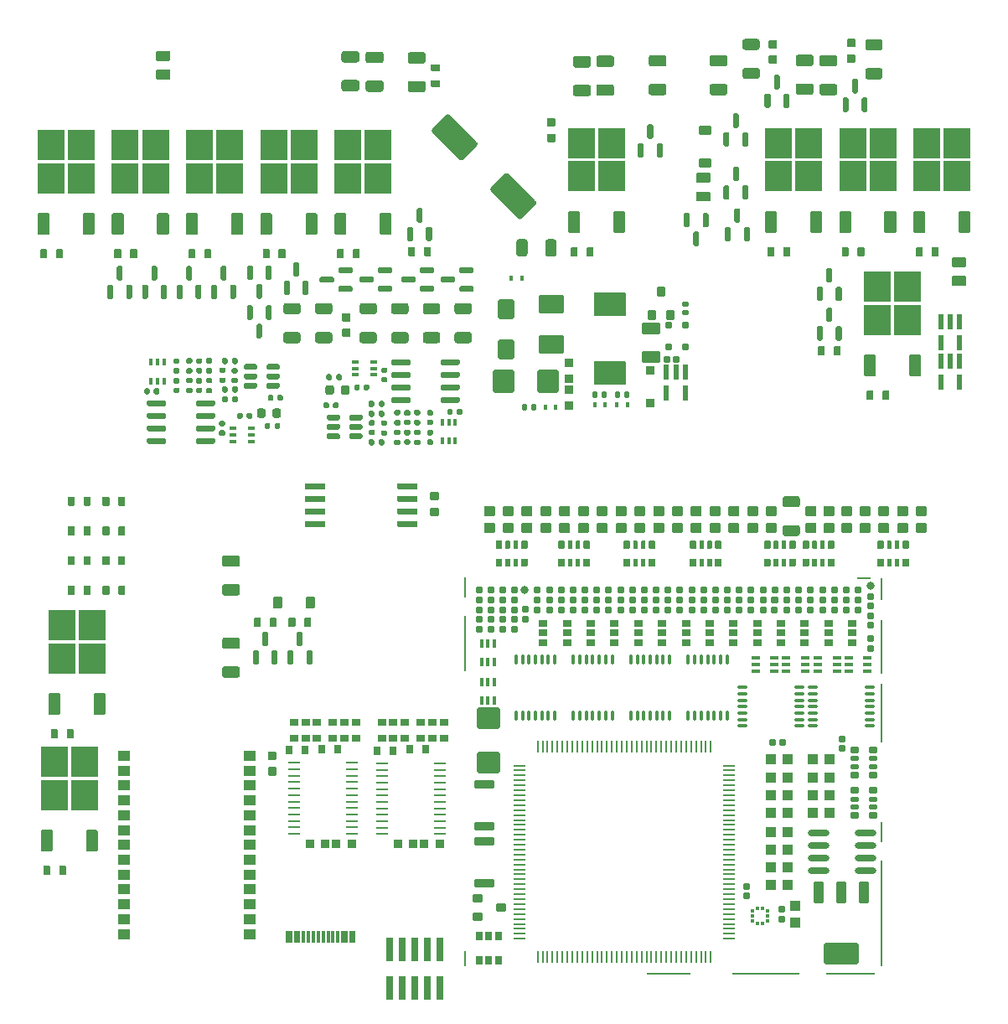
<source format=gtp>
G75*
G70*
%OFA0B0*%
%FSLAX25Y25*%
%IPPOS*%
%LPD*%
%AMOC8*
5,1,8,0,0,1.08239X$1,22.5*
%
%AMM135*
21,1,0.035430,0.030320,-0.000000,-0.000000,270.000000*
21,1,0.028350,0.037400,-0.000000,-0.000000,270.000000*
1,1,0.007090,-0.015160,-0.014170*
1,1,0.007090,-0.015160,0.014170*
1,1,0.007090,0.015160,0.014170*
1,1,0.007090,0.015160,-0.014170*
%
%AMM139*
21,1,0.033470,0.026770,-0.000000,-0.000000,180.000000*
21,1,0.026770,0.033470,-0.000000,-0.000000,180.000000*
1,1,0.006690,-0.013390,0.013390*
1,1,0.006690,0.013390,0.013390*
1,1,0.006690,0.013390,-0.013390*
1,1,0.006690,-0.013390,-0.013390*
%
%AMM167*
21,1,0.086610,0.073230,0.000000,-0.000000,180.000000*
21,1,0.069290,0.090550,0.000000,-0.000000,180.000000*
1,1,0.017320,-0.034650,0.036610*
1,1,0.017320,0.034650,0.036610*
1,1,0.017320,0.034650,-0.036610*
1,1,0.017320,-0.034650,-0.036610*
%
%AMM168*
21,1,0.094490,0.111020,0.000000,-0.000000,270.000000*
21,1,0.075590,0.129920,0.000000,-0.000000,270.000000*
1,1,0.018900,-0.055510,-0.037800*
1,1,0.018900,-0.055510,0.037800*
1,1,0.018900,0.055510,0.037800*
1,1,0.018900,0.055510,-0.037800*
%
%AMM169*
21,1,0.074800,0.083460,0.000000,-0.000000,270.000000*
21,1,0.059840,0.098430,0.000000,-0.000000,270.000000*
1,1,0.014960,-0.041730,-0.029920*
1,1,0.014960,-0.041730,0.029920*
1,1,0.014960,0.041730,0.029920*
1,1,0.014960,0.041730,-0.029920*
%
%AMM170*
21,1,0.078740,0.053540,0.000000,-0.000000,90.000000*
21,1,0.065350,0.066930,0.000000,-0.000000,90.000000*
1,1,0.013390,0.026770,0.032680*
1,1,0.013390,0.026770,-0.032680*
1,1,0.013390,-0.026770,-0.032680*
1,1,0.013390,-0.026770,0.032680*
%
%AMM171*
21,1,0.035430,0.030320,0.000000,-0.000000,0.000000*
21,1,0.028350,0.037400,0.000000,-0.000000,0.000000*
1,1,0.007090,0.014170,-0.015160*
1,1,0.007090,-0.014170,-0.015160*
1,1,0.007090,-0.014170,0.015160*
1,1,0.007090,0.014170,0.015160*
%
%AMM172*
21,1,0.021650,0.052760,0.000000,-0.000000,180.000000*
21,1,0.017320,0.057090,0.000000,-0.000000,180.000000*
1,1,0.004330,-0.008660,0.026380*
1,1,0.004330,0.008660,0.026380*
1,1,0.004330,0.008660,-0.026380*
1,1,0.004330,-0.008660,-0.026380*
%
%AMM173*
21,1,0.035830,0.026770,0.000000,-0.000000,270.000000*
21,1,0.029130,0.033470,0.000000,-0.000000,270.000000*
1,1,0.006690,-0.013390,-0.014570*
1,1,0.006690,-0.013390,0.014570*
1,1,0.006690,0.013390,0.014570*
1,1,0.006690,0.013390,-0.014570*
%
%AMM174*
21,1,0.070870,0.036220,0.000000,-0.000000,0.000000*
21,1,0.061810,0.045280,0.000000,-0.000000,0.000000*
1,1,0.009060,0.030910,-0.018110*
1,1,0.009060,-0.030910,-0.018110*
1,1,0.009060,-0.030910,0.018110*
1,1,0.009060,0.030910,0.018110*
%
%AMM175*
21,1,0.033470,0.026770,0.000000,-0.000000,270.000000*
21,1,0.026770,0.033470,0.000000,-0.000000,270.000000*
1,1,0.006690,-0.013390,-0.013390*
1,1,0.006690,-0.013390,0.013390*
1,1,0.006690,0.013390,0.013390*
1,1,0.006690,0.013390,-0.013390*
%
%AMM176*
21,1,0.015750,0.016540,0.000000,-0.000000,180.000000*
21,1,0.012600,0.019680,0.000000,-0.000000,180.000000*
1,1,0.003150,-0.006300,0.008270*
1,1,0.003150,0.006300,0.008270*
1,1,0.003150,0.006300,-0.008270*
1,1,0.003150,-0.006300,-0.008270*
%
%AMM177*
21,1,0.023620,0.018900,0.000000,-0.000000,0.000000*
21,1,0.018900,0.023620,0.000000,-0.000000,0.000000*
1,1,0.004720,0.009450,-0.009450*
1,1,0.004720,-0.009450,-0.009450*
1,1,0.004720,-0.009450,0.009450*
1,1,0.004720,0.009450,0.009450*
%
%AMM178*
21,1,0.019680,0.019680,0.000000,-0.000000,270.000000*
21,1,0.015750,0.023620,0.000000,-0.000000,270.000000*
1,1,0.003940,-0.009840,-0.007870*
1,1,0.003940,-0.009840,0.007870*
1,1,0.003940,0.009840,0.007870*
1,1,0.003940,0.009840,-0.007870*
%
%AMM179*
21,1,0.019680,0.019680,0.000000,-0.000000,180.000000*
21,1,0.015750,0.023620,0.000000,-0.000000,180.000000*
1,1,0.003940,-0.007870,0.009840*
1,1,0.003940,0.007870,0.009840*
1,1,0.003940,0.007870,-0.009840*
1,1,0.003940,-0.007870,-0.009840*
%
%AMM208*
21,1,0.027560,0.030710,-0.000000,-0.000000,180.000000*
21,1,0.022050,0.036220,-0.000000,-0.000000,180.000000*
1,1,0.005510,-0.011020,0.015350*
1,1,0.005510,0.011020,0.015350*
1,1,0.005510,0.011020,-0.015350*
1,1,0.005510,-0.011020,-0.015350*
%
%AMM209*
21,1,0.027560,0.030710,-0.000000,-0.000000,90.000000*
21,1,0.022050,0.036220,-0.000000,-0.000000,90.000000*
1,1,0.005510,0.015350,0.011020*
1,1,0.005510,0.015350,-0.011020*
1,1,0.005510,-0.015350,-0.011020*
1,1,0.005510,-0.015350,0.011020*
%
%AMM266*
21,1,0.043310,0.075980,-0.000000,-0.000000,180.000000*
21,1,0.034650,0.084650,-0.000000,-0.000000,180.000000*
1,1,0.008660,-0.017320,0.037990*
1,1,0.008660,0.017320,0.037990*
1,1,0.008660,0.017320,-0.037990*
1,1,0.008660,-0.017320,-0.037990*
%
%AMM267*
21,1,0.043310,0.075990,-0.000000,-0.000000,180.000000*
21,1,0.034650,0.084650,-0.000000,-0.000000,180.000000*
1,1,0.008660,-0.017320,0.037990*
1,1,0.008660,0.017320,0.037990*
1,1,0.008660,0.017320,-0.037990*
1,1,0.008660,-0.017320,-0.037990*
%
%AMM268*
21,1,0.137800,0.067720,-0.000000,-0.000000,180.000000*
21,1,0.120870,0.084650,-0.000000,-0.000000,180.000000*
1,1,0.016930,-0.060430,0.033860*
1,1,0.016930,0.060430,0.033860*
1,1,0.016930,0.060430,-0.033860*
1,1,0.016930,-0.060430,-0.033860*
%
%AMM269*
21,1,0.039370,0.035430,-0.000000,-0.000000,180.000000*
21,1,0.031500,0.043310,-0.000000,-0.000000,180.000000*
1,1,0.007870,-0.015750,0.017720*
1,1,0.007870,0.015750,0.017720*
1,1,0.007870,0.015750,-0.017720*
1,1,0.007870,-0.015750,-0.017720*
%
%AMM270*
21,1,0.023620,0.030710,-0.000000,-0.000000,0.000000*
21,1,0.018900,0.035430,-0.000000,-0.000000,0.000000*
1,1,0.004720,0.009450,-0.015350*
1,1,0.004720,-0.009450,-0.015350*
1,1,0.004720,-0.009450,0.015350*
1,1,0.004720,0.009450,0.015350*
%
%AMM271*
21,1,0.027560,0.018900,-0.000000,-0.000000,0.000000*
21,1,0.022840,0.023620,-0.000000,-0.000000,0.000000*
1,1,0.004720,0.011420,-0.009450*
1,1,0.004720,-0.011420,-0.009450*
1,1,0.004720,-0.011420,0.009450*
1,1,0.004720,0.011420,0.009450*
%
%AMM272*
21,1,0.023620,0.030710,-0.000000,-0.000000,90.000000*
21,1,0.018900,0.035430,-0.000000,-0.000000,90.000000*
1,1,0.004720,0.015350,0.009450*
1,1,0.004720,0.015350,-0.009450*
1,1,0.004720,-0.015350,-0.009450*
1,1,0.004720,-0.015350,0.009450*
%
%AMM273*
21,1,0.086610,0.073230,-0.000000,-0.000000,270.000000*
21,1,0.069290,0.090550,-0.000000,-0.000000,270.000000*
1,1,0.017320,-0.036610,-0.034650*
1,1,0.017320,-0.036610,0.034650*
1,1,0.017320,0.036610,0.034650*
1,1,0.017320,0.036610,-0.034650*
%
%AMM274*
21,1,0.025590,0.026380,-0.000000,-0.000000,270.000000*
21,1,0.020470,0.031500,-0.000000,-0.000000,270.000000*
1,1,0.005120,-0.013190,-0.010240*
1,1,0.005120,-0.013190,0.010240*
1,1,0.005120,0.013190,0.010240*
1,1,0.005120,0.013190,-0.010240*
%
%AMM275*
21,1,0.017720,0.027950,-0.000000,-0.000000,270.000000*
21,1,0.014170,0.031500,-0.000000,-0.000000,270.000000*
1,1,0.003540,-0.013980,-0.007090*
1,1,0.003540,-0.013980,0.007090*
1,1,0.003540,0.013980,0.007090*
1,1,0.003540,0.013980,-0.007090*
%
%AMM276*
21,1,0.031500,0.072440,-0.000000,-0.000000,270.000000*
21,1,0.025200,0.078740,-0.000000,-0.000000,270.000000*
1,1,0.006300,-0.036220,-0.012600*
1,1,0.006300,-0.036220,0.012600*
1,1,0.006300,0.036220,0.012600*
1,1,0.006300,0.036220,-0.012600*
%
%AMM277*
21,1,0.012600,0.028980,-0.000000,-0.000000,270.000000*
21,1,0.010080,0.031500,-0.000000,-0.000000,270.000000*
1,1,0.002520,-0.014490,-0.005040*
1,1,0.002520,-0.014490,0.005040*
1,1,0.002520,0.014490,0.005040*
1,1,0.002520,0.014490,-0.005040*
%
%AMM278*
21,1,0.012600,0.028980,-0.000000,-0.000000,0.000000*
21,1,0.010080,0.031500,-0.000000,-0.000000,0.000000*
1,1,0.002520,0.005040,-0.014490*
1,1,0.002520,-0.005040,-0.014490*
1,1,0.002520,-0.005040,0.014490*
1,1,0.002520,0.005040,0.014490*
%
%AMM279*
21,1,0.039370,0.035430,-0.000000,-0.000000,90.000000*
21,1,0.031500,0.043310,-0.000000,-0.000000,90.000000*
1,1,0.007870,0.017720,0.015750*
1,1,0.007870,0.017720,-0.015750*
1,1,0.007870,-0.017720,-0.015750*
1,1,0.007870,-0.017720,0.015750*
%
%AMM280*
21,1,0.027560,0.018900,-0.000000,-0.000000,270.000000*
21,1,0.022840,0.023620,-0.000000,-0.000000,270.000000*
1,1,0.004720,-0.009450,-0.011420*
1,1,0.004720,-0.009450,0.011420*
1,1,0.004720,0.009450,0.011420*
1,1,0.004720,0.009450,-0.011420*
%
%ADD136O,0.04961X0.00984*%
%ADD145R,0.02559X0.01575*%
%ADD146R,0.01575X0.02559*%
%ADD148O,0.00866X0.05118*%
%ADD149O,0.05118X0.00866*%
%ADD161O,0.01181X0.04331*%
%ADD162O,0.04331X0.01181*%
%ADD164O,0.08661X0.02362*%
%ADD166R,0.01476X0.01378*%
%ADD167R,0.01378X0.01476*%
%ADD17R,0.01181X0.04528*%
%ADD282M135*%
%ADD286M139*%
%ADD314M167*%
%ADD315M168*%
%ADD316M169*%
%ADD317M170*%
%ADD318M171*%
%ADD319M172*%
%ADD320M173*%
%ADD321M174*%
%ADD322M175*%
%ADD323M176*%
%ADD324M177*%
%ADD325M178*%
%ADD326M179*%
%ADD36R,0.00787X0.09055*%
%ADD361M208*%
%ADD362M209*%
%ADD37R,0.00787X0.42126*%
%ADD38R,0.00787X0.08268*%
%ADD39R,0.00787X0.23622*%
%ADD40R,0.00787X0.21260*%
%ADD41R,0.05512X0.00787*%
%ADD42R,0.19685X0.00787*%
%ADD43R,0.26772X0.00787*%
%ADD44R,0.17717X0.00787*%
%ADD444M266*%
%ADD445M267*%
%ADD446M268*%
%ADD447M269*%
%ADD448M270*%
%ADD449M271*%
%ADD45R,0.00787X0.06299*%
%ADD450M272*%
%ADD451M273*%
%ADD452M274*%
%ADD453M275*%
%ADD454M276*%
%ADD455M277*%
%ADD456M278*%
%ADD457M279*%
%ADD458M280*%
%ADD46R,0.00787X0.22441*%
%ADD47R,0.00787X0.07874*%
%ADD48R,0.05118X0.03937*%
%ADD55R,0.02913X0.09449*%
%ADD64C,0.03150*%
%ADD70R,0.10827X0.12008*%
X0000000Y0000000D02*
%LPD*%
G01*
G36*
G01*
X0085591Y0136201D02*
X0085591Y0133484D01*
G75*
G02*
X0084685Y0132579I-000906J0000000D01*
G01*
X0079409Y0132579D01*
G75*
G02*
X0078504Y0133484I0000000J0000906D01*
G01*
X0078504Y0136201D01*
G75*
G02*
X0079409Y0137106I0000906J0000000D01*
G01*
X0084685Y0137106D01*
G75*
G02*
X0085591Y0136201I0000000J-000906D01*
G01*
G37*
G36*
G01*
X0085591Y0147618D02*
X0085591Y0144902D01*
G75*
G02*
X0084685Y0143996I-000906J0000000D01*
G01*
X0079409Y0143996D01*
G75*
G02*
X0078504Y0144902I0000000J0000906D01*
G01*
X0078504Y0147618D01*
G75*
G02*
X0079409Y0148524I0000906J0000000D01*
G01*
X0084685Y0148524D01*
G75*
G02*
X0085591Y0147618I0000000J-000906D01*
G01*
G37*
G36*
G01*
X0314567Y0190157D02*
X0311024Y0190157D01*
G75*
G02*
X0310630Y0190551I0000000J0000394D01*
G01*
X0310630Y0193701D01*
G75*
G02*
X0311024Y0194094I0000394J0000000D01*
G01*
X0314567Y0194094D01*
G75*
G02*
X0314961Y0193701I0000000J-000394D01*
G01*
X0314961Y0190551D01*
G75*
G02*
X0314567Y0190157I-000394J0000000D01*
G01*
G37*
G36*
G01*
X0314567Y0196850D02*
X0311024Y0196850D01*
G75*
G02*
X0310630Y0197244I0000000J0000394D01*
G01*
X0310630Y0200394D01*
G75*
G02*
X0311024Y0200787I0000394J0000000D01*
G01*
X0314567Y0200787D01*
G75*
G02*
X0314961Y0200394I0000000J-000394D01*
G01*
X0314961Y0197244D01*
G75*
G02*
X0314567Y0196850I-000394J0000000D01*
G01*
G37*
G36*
G01*
X0339173Y0177028D02*
X0339173Y0179665D01*
G75*
G02*
X0339429Y0179921I0000256J0000000D01*
G01*
X0341476Y0179921D01*
G75*
G02*
X0341732Y0179665I0000000J-000256D01*
G01*
X0341732Y0177028D01*
G75*
G02*
X0341476Y0176772I-000256J0000000D01*
G01*
X0339429Y0176772D01*
G75*
G02*
X0339173Y0177028I0000000J0000256D01*
G01*
G37*
G36*
G01*
X0343012Y0176949D02*
X0343012Y0179744D01*
G75*
G02*
X0343189Y0179921I0000177J0000000D01*
G01*
X0344606Y0179921D01*
G75*
G02*
X0344783Y0179744I0000000J-000177D01*
G01*
X0344783Y0176949D01*
G75*
G02*
X0344606Y0176772I-000177J0000000D01*
G01*
X0343189Y0176772D01*
G75*
G02*
X0343012Y0176949I0000000J0000177D01*
G01*
G37*
G36*
G01*
X0346161Y0176949D02*
X0346161Y0179744D01*
G75*
G02*
X0346339Y0179921I0000177J0000000D01*
G01*
X0347756Y0179921D01*
G75*
G02*
X0347933Y0179744I0000000J-000177D01*
G01*
X0347933Y0176949D01*
G75*
G02*
X0347756Y0176772I-000177J0000000D01*
G01*
X0346339Y0176772D01*
G75*
G02*
X0346161Y0176949I0000000J0000177D01*
G01*
G37*
G36*
G01*
X0349213Y0177028D02*
X0349213Y0179665D01*
G75*
G02*
X0349468Y0179921I0000256J0000000D01*
G01*
X0351516Y0179921D01*
G75*
G02*
X0351772Y0179665I0000000J-000256D01*
G01*
X0351772Y0177028D01*
G75*
G02*
X0351516Y0176772I-000256J0000000D01*
G01*
X0349468Y0176772D01*
G75*
G02*
X0349213Y0177028I0000000J0000256D01*
G01*
G37*
G36*
G01*
X0349213Y0184114D02*
X0349213Y0186752D01*
G75*
G02*
X0349468Y0187008I0000256J0000000D01*
G01*
X0351516Y0187008D01*
G75*
G02*
X0351772Y0186752I0000000J-000256D01*
G01*
X0351772Y0184114D01*
G75*
G02*
X0351516Y0183858I-000256J0000000D01*
G01*
X0349468Y0183858D01*
G75*
G02*
X0349213Y0184114I0000000J0000256D01*
G01*
G37*
G36*
G01*
X0346161Y0184035D02*
X0346161Y0186831D01*
G75*
G02*
X0346339Y0187008I0000177J0000000D01*
G01*
X0347756Y0187008D01*
G75*
G02*
X0347933Y0186831I0000000J-000177D01*
G01*
X0347933Y0184035D01*
G75*
G02*
X0347756Y0183858I-000177J0000000D01*
G01*
X0346339Y0183858D01*
G75*
G02*
X0346161Y0184035I0000000J0000177D01*
G01*
G37*
G36*
G01*
X0343012Y0184035D02*
X0343012Y0186831D01*
G75*
G02*
X0343189Y0187008I0000177J0000000D01*
G01*
X0344606Y0187008D01*
G75*
G02*
X0344783Y0186831I0000000J-000177D01*
G01*
X0344783Y0184035D01*
G75*
G02*
X0344606Y0183858I-000177J0000000D01*
G01*
X0343189Y0183858D01*
G75*
G02*
X0343012Y0184035I0000000J0000177D01*
G01*
G37*
G36*
G01*
X0339173Y0184114D02*
X0339173Y0186752D01*
G75*
G02*
X0339429Y0187008I0000256J0000000D01*
G01*
X0341476Y0187008D01*
G75*
G02*
X0341732Y0186752I0000000J-000256D01*
G01*
X0341732Y0184114D01*
G75*
G02*
X0341476Y0183858I-000256J0000000D01*
G01*
X0339429Y0183858D01*
G75*
G02*
X0339173Y0184114I0000000J0000256D01*
G01*
G37*
G36*
G01*
X0201575Y0190157D02*
X0198031Y0190157D01*
G75*
G02*
X0197638Y0190551I0000000J0000394D01*
G01*
X0197638Y0193701D01*
G75*
G02*
X0198031Y0194094I0000394J0000000D01*
G01*
X0201575Y0194094D01*
G75*
G02*
X0201968Y0193701I0000000J-000394D01*
G01*
X0201968Y0190551D01*
G75*
G02*
X0201575Y0190157I-000394J0000000D01*
G01*
G37*
G36*
G01*
X0201575Y0196850D02*
X0198031Y0196850D01*
G75*
G02*
X0197638Y0197244I0000000J0000394D01*
G01*
X0197638Y0200394D01*
G75*
G02*
X0198031Y0200787I0000394J0000000D01*
G01*
X0201575Y0200787D01*
G75*
G02*
X0201968Y0200394I0000000J-000394D01*
G01*
X0201968Y0197244D01*
G75*
G02*
X0201575Y0196850I-000394J0000000D01*
G01*
G37*
G36*
G01*
X0203278Y0320794D02*
X0197710Y0315226D01*
G75*
G02*
X0196318Y0315226I-000696J0000696D01*
G01*
X0185461Y0326083D01*
G75*
G02*
X0185461Y0327475I0000696J0000696D01*
G01*
X0191029Y0333043D01*
G75*
G02*
X0192421Y0333043I0000696J-000696D01*
G01*
X0203278Y0322186D01*
G75*
G02*
X0203278Y0320794I-000696J-000696D01*
G01*
G37*
G36*
G01*
X0179893Y0344178D02*
X0174326Y0338611D01*
G75*
G02*
X0172934Y0338611I-000696J0000696D01*
G01*
X0162076Y0349468D01*
G75*
G02*
X0162076Y0350860I0000696J0000696D01*
G01*
X0167644Y0356428D01*
G75*
G02*
X0169036Y0356428I0000696J-000696D01*
G01*
X0179893Y0345570D01*
G75*
G02*
X0179893Y0344178I-000696J-000696D01*
G01*
G37*
G36*
G01*
X0171949Y0281594D02*
X0176870Y0281594D01*
G75*
G02*
X0177854Y0280610I0000000J-000984D01*
G01*
X0177854Y0278150D01*
G75*
G02*
X0176870Y0277165I-000984J0000000D01*
G01*
X0171949Y0277165D01*
G75*
G02*
X0170965Y0278150I0000000J0000984D01*
G01*
X0170965Y0280610D01*
G75*
G02*
X0171949Y0281594I0000984J0000000D01*
G01*
G37*
G36*
G01*
X0171949Y0270079D02*
X0176870Y0270079D01*
G75*
G02*
X0177854Y0269094I0000000J-000984D01*
G01*
X0177854Y0266634D01*
G75*
G02*
X0176870Y0265650I-000984J0000000D01*
G01*
X0171949Y0265650D01*
G75*
G02*
X0170965Y0266634I0000000J0000984D01*
G01*
X0170965Y0269094D01*
G75*
G02*
X0171949Y0270079I0000984J0000000D01*
G01*
G37*
G36*
G01*
X0124213Y0299646D02*
X0124213Y0302717D01*
G75*
G02*
X0124488Y0302992I0000276J0000000D01*
G01*
X0126693Y0302992D01*
G75*
G02*
X0126969Y0302717I0000000J-000276D01*
G01*
X0126969Y0299646D01*
G75*
G02*
X0126693Y0299370I-000276J0000000D01*
G01*
X0124488Y0299370D01*
G75*
G02*
X0124213Y0299646I0000000J0000276D01*
G01*
G37*
G36*
G01*
X0130512Y0299646D02*
X0130512Y0302717D01*
G75*
G02*
X0130787Y0302992I0000276J0000000D01*
G01*
X0132992Y0302992D01*
G75*
G02*
X0133268Y0302717I0000000J-000276D01*
G01*
X0133268Y0299646D01*
G75*
G02*
X0132992Y0299370I-000276J0000000D01*
G01*
X0130787Y0299370D01*
G75*
G02*
X0130512Y0299646I0000000J0000276D01*
G01*
G37*
G36*
G01*
X0291437Y0370768D02*
X0286516Y0370768D01*
G75*
G02*
X0285531Y0371752I0000000J0000984D01*
G01*
X0285531Y0374213D01*
G75*
G02*
X0286516Y0375197I0000984J0000000D01*
G01*
X0291437Y0375197D01*
G75*
G02*
X0292421Y0374213I0000000J-000984D01*
G01*
X0292421Y0371752D01*
G75*
G02*
X0291437Y0370768I-000984J0000000D01*
G01*
G37*
G36*
G01*
X0291437Y0382283D02*
X0286516Y0382283D01*
G75*
G02*
X0285531Y0383268I0000000J0000984D01*
G01*
X0285531Y0385728D01*
G75*
G02*
X0286516Y0386713I0000984J0000000D01*
G01*
X0291437Y0386713D01*
G75*
G02*
X0292421Y0385728I0000000J-000984D01*
G01*
X0292421Y0383268D01*
G75*
G02*
X0291437Y0382283I-000984J0000000D01*
G01*
G37*
G36*
G01*
X0017126Y0165787D02*
X0017126Y0168858D01*
G75*
G02*
X0017402Y0169134I0000276J0000000D01*
G01*
X0019606Y0169134D01*
G75*
G02*
X0019882Y0168858I0000000J-000276D01*
G01*
X0019882Y0165787D01*
G75*
G02*
X0019606Y0165512I-000276J0000000D01*
G01*
X0017402Y0165512D01*
G75*
G02*
X0017126Y0165787I0000000J0000276D01*
G01*
G37*
G36*
G01*
X0023425Y0165787D02*
X0023425Y0168858D01*
G75*
G02*
X0023701Y0169134I0000276J0000000D01*
G01*
X0025906Y0169134D01*
G75*
G02*
X0026181Y0168858I0000000J-000276D01*
G01*
X0026181Y0165787D01*
G75*
G02*
X0025906Y0165512I-000276J0000000D01*
G01*
X0023701Y0165512D01*
G75*
G02*
X0023425Y0165787I0000000J0000276D01*
G01*
G37*
G36*
G01*
X0186614Y0190157D02*
X0183071Y0190157D01*
G75*
G02*
X0182677Y0190551I0000000J0000394D01*
G01*
X0182677Y0193701D01*
G75*
G02*
X0183071Y0194094I0000394J0000000D01*
G01*
X0186614Y0194094D01*
G75*
G02*
X0187008Y0193701I0000000J-000394D01*
G01*
X0187008Y0190551D01*
G75*
G02*
X0186614Y0190157I-000394J0000000D01*
G01*
G37*
G36*
G01*
X0186614Y0196850D02*
X0183071Y0196850D01*
G75*
G02*
X0182677Y0197244I0000000J0000394D01*
G01*
X0182677Y0200394D01*
G75*
G02*
X0183071Y0200787I0000394J0000000D01*
G01*
X0186614Y0200787D01*
G75*
G02*
X0187008Y0200394I0000000J-000394D01*
G01*
X0187008Y0197244D01*
G75*
G02*
X0186614Y0196850I-000394J0000000D01*
G01*
G37*
D70*
X0099035Y0331201D03*
X0111043Y0331201D03*
X0099035Y0344390D03*
X0111043Y0344390D03*
G36*
G01*
X0097953Y0308661D02*
X0094173Y0308661D01*
G75*
G02*
X0093701Y0309134I0000000J0000472D01*
G01*
X0093701Y0316850D01*
G75*
G02*
X0094173Y0317323I0000472J0000000D01*
G01*
X0097953Y0317323D01*
G75*
G02*
X0098425Y0316850I0000000J-000472D01*
G01*
X0098425Y0309134D01*
G75*
G02*
X0097953Y0308661I-000472J0000000D01*
G01*
G37*
G36*
G01*
X0115906Y0308661D02*
X0112126Y0308661D01*
G75*
G02*
X0111654Y0309134I0000000J0000472D01*
G01*
X0111654Y0316850D01*
G75*
G02*
X0112126Y0317323I0000472J0000000D01*
G01*
X0115906Y0317323D01*
G75*
G02*
X0116378Y0316850I0000000J-000472D01*
G01*
X0116378Y0309134D01*
G75*
G02*
X0115906Y0308661I-000472J0000000D01*
G01*
G37*
G36*
G01*
X0248228Y0376595D02*
X0248228Y0379311D01*
G75*
G02*
X0249134Y0380217I0000906J0000000D01*
G01*
X0254409Y0380217D01*
G75*
G02*
X0255315Y0379311I0000000J-000906D01*
G01*
X0255315Y0376595D01*
G75*
G02*
X0254409Y0375689I-000906J0000000D01*
G01*
X0249134Y0375689D01*
G75*
G02*
X0248228Y0376595I0000000J0000906D01*
G01*
G37*
G36*
G01*
X0248228Y0365177D02*
X0248228Y0367894D01*
G75*
G02*
X0249134Y0368799I0000906J0000000D01*
G01*
X0254409Y0368799D01*
G75*
G02*
X0255315Y0367894I0000000J-000906D01*
G01*
X0255315Y0365177D01*
G75*
G02*
X0254409Y0364272I-000906J0000000D01*
G01*
X0249134Y0364272D01*
G75*
G02*
X0248228Y0365177I0000000J0000906D01*
G01*
G37*
G36*
G01*
X0316929Y0266634D02*
X0315748Y0266634D01*
G75*
G02*
X0315157Y0267224I0000000J0000591D01*
G01*
X0315157Y0271850D01*
G75*
G02*
X0315748Y0272441I0000591J0000000D01*
G01*
X0316929Y0272441D01*
G75*
G02*
X0317520Y0271850I0000000J-000591D01*
G01*
X0317520Y0267224D01*
G75*
G02*
X0316929Y0266634I-000591J0000000D01*
G01*
G37*
G36*
G01*
X0320669Y0274016D02*
X0319488Y0274016D01*
G75*
G02*
X0318898Y0274606I0000000J0000591D01*
G01*
X0318898Y0279232D01*
G75*
G02*
X0319488Y0279823I0000591J0000000D01*
G01*
X0320669Y0279823D01*
G75*
G02*
X0321260Y0279232I0000000J-000591D01*
G01*
X0321260Y0274606D01*
G75*
G02*
X0320669Y0274016I-000591J0000000D01*
G01*
G37*
G36*
G01*
X0324409Y0266634D02*
X0323228Y0266634D01*
G75*
G02*
X0322638Y0267224I0000000J0000591D01*
G01*
X0322638Y0271850D01*
G75*
G02*
X0323228Y0272441I0000591J0000000D01*
G01*
X0324409Y0272441D01*
G75*
G02*
X0325000Y0271850I0000000J-000591D01*
G01*
X0325000Y0267224D01*
G75*
G02*
X0324409Y0266634I-000591J0000000D01*
G01*
G37*
G36*
G01*
X0374114Y0288386D02*
X0369193Y0288386D01*
G75*
G02*
X0368799Y0288780I0000000J0000394D01*
G01*
X0368799Y0291929D01*
G75*
G02*
X0369193Y0292323I0000394J0000000D01*
G01*
X0374114Y0292323D01*
G75*
G02*
X0374508Y0291929I0000000J-000394D01*
G01*
X0374508Y0288780D01*
G75*
G02*
X0374114Y0288386I-000394J0000000D01*
G01*
G37*
G36*
G01*
X0374114Y0295866D02*
X0369193Y0295866D01*
G75*
G02*
X0368799Y0296260I0000000J0000394D01*
G01*
X0368799Y0299410D01*
G75*
G02*
X0369193Y0299803I0000394J0000000D01*
G01*
X0374114Y0299803D01*
G75*
G02*
X0374508Y0299410I0000000J-000394D01*
G01*
X0374508Y0296260D01*
G75*
G02*
X0374114Y0295866I-000394J0000000D01*
G01*
G37*
G36*
G01*
X0295472Y0300433D02*
X0295472Y0303504D01*
G75*
G02*
X0295748Y0303780I0000276J0000000D01*
G01*
X0297953Y0303780D01*
G75*
G02*
X0298228Y0303504I0000000J-000276D01*
G01*
X0298228Y0300433D01*
G75*
G02*
X0297953Y0300157I-000276J0000000D01*
G01*
X0295748Y0300157D01*
G75*
G02*
X0295472Y0300433I0000000J0000276D01*
G01*
G37*
G36*
G01*
X0301772Y0300433D02*
X0301772Y0303504D01*
G75*
G02*
X0302047Y0303780I0000276J0000000D01*
G01*
X0304252Y0303780D01*
G75*
G02*
X0304528Y0303504I0000000J-000276D01*
G01*
X0304528Y0300433D01*
G75*
G02*
X0304252Y0300157I-000276J0000000D01*
G01*
X0302047Y0300157D01*
G75*
G02*
X0301772Y0300433I0000000J0000276D01*
G01*
G37*
G36*
G01*
X0178642Y0287795D02*
X0178642Y0286614D01*
G75*
G02*
X0178051Y0286024I-000591J0000000D01*
G01*
X0173425Y0286024D01*
G75*
G02*
X0172835Y0286614I0000000J0000591D01*
G01*
X0172835Y0287795D01*
G75*
G02*
X0173425Y0288386I0000591J0000000D01*
G01*
X0178051Y0288386D01*
G75*
G02*
X0178642Y0287795I0000000J-000591D01*
G01*
G37*
G36*
G01*
X0171260Y0291535D02*
X0171260Y0290354D01*
G75*
G02*
X0170669Y0289764I-000591J0000000D01*
G01*
X0166043Y0289764D01*
G75*
G02*
X0165453Y0290354I0000000J0000591D01*
G01*
X0165453Y0291535D01*
G75*
G02*
X0166043Y0292126I0000591J0000000D01*
G01*
X0170669Y0292126D01*
G75*
G02*
X0171260Y0291535I0000000J-000591D01*
G01*
G37*
G36*
G01*
X0178642Y0295276D02*
X0178642Y0294094D01*
G75*
G02*
X0178051Y0293504I-000591J0000000D01*
G01*
X0173425Y0293504D01*
G75*
G02*
X0172835Y0294094I0000000J0000591D01*
G01*
X0172835Y0295276D01*
G75*
G02*
X0173425Y0295866I0000591J0000000D01*
G01*
X0178051Y0295866D01*
G75*
G02*
X0178642Y0295276I0000000J-000591D01*
G01*
G37*
G36*
G01*
X0261417Y0190157D02*
X0257874Y0190157D01*
G75*
G02*
X0257480Y0190551I0000000J0000394D01*
G01*
X0257480Y0193701D01*
G75*
G02*
X0257874Y0194094I0000394J0000000D01*
G01*
X0261417Y0194094D01*
G75*
G02*
X0261811Y0193701I0000000J-000394D01*
G01*
X0261811Y0190551D01*
G75*
G02*
X0261417Y0190157I-000394J0000000D01*
G01*
G37*
G36*
G01*
X0261417Y0196850D02*
X0257874Y0196850D01*
G75*
G02*
X0257480Y0197244I0000000J0000394D01*
G01*
X0257480Y0200394D01*
G75*
G02*
X0257874Y0200787I0000394J0000000D01*
G01*
X0261417Y0200787D01*
G75*
G02*
X0261811Y0200394I0000000J-000394D01*
G01*
X0261811Y0197244D01*
G75*
G02*
X0261417Y0196850I-000394J0000000D01*
G01*
G37*
G36*
G01*
X0327165Y0357579D02*
X0325984Y0357579D01*
G75*
G02*
X0325394Y0358169I0000000J0000591D01*
G01*
X0325394Y0362795D01*
G75*
G02*
X0325984Y0363386I0000591J0000000D01*
G01*
X0327165Y0363386D01*
G75*
G02*
X0327756Y0362795I0000000J-000591D01*
G01*
X0327756Y0358169D01*
G75*
G02*
X0327165Y0357579I-000591J0000000D01*
G01*
G37*
G36*
G01*
X0334646Y0357579D02*
X0333465Y0357579D01*
G75*
G02*
X0332874Y0358169I0000000J0000591D01*
G01*
X0332874Y0362795D01*
G75*
G02*
X0333465Y0363386I0000591J0000000D01*
G01*
X0334646Y0363386D01*
G75*
G02*
X0335236Y0362795I0000000J-000591D01*
G01*
X0335236Y0358169D01*
G75*
G02*
X0334646Y0357579I-000591J0000000D01*
G01*
G37*
G36*
G01*
X0330906Y0364961D02*
X0329724Y0364961D01*
G75*
G02*
X0329134Y0365551I0000000J0000591D01*
G01*
X0329134Y0370177D01*
G75*
G02*
X0329724Y0370768I0000591J0000000D01*
G01*
X0330906Y0370768D01*
G75*
G02*
X0331496Y0370177I0000000J-000591D01*
G01*
X0331496Y0365551D01*
G75*
G02*
X0330906Y0364961I-000591J0000000D01*
G01*
G37*
G36*
G01*
X0354528Y0300433D02*
X0354528Y0303504D01*
G75*
G02*
X0354803Y0303780I0000276J0000000D01*
G01*
X0357008Y0303780D01*
G75*
G02*
X0357283Y0303504I0000000J-000276D01*
G01*
X0357283Y0300433D01*
G75*
G02*
X0357008Y0300157I-000276J0000000D01*
G01*
X0354803Y0300157D01*
G75*
G02*
X0354528Y0300433I0000000J0000276D01*
G01*
G37*
G36*
G01*
X0360827Y0300433D02*
X0360827Y0303504D01*
G75*
G02*
X0361102Y0303780I0000276J0000000D01*
G01*
X0363307Y0303780D01*
G75*
G02*
X0363583Y0303504I0000000J-000276D01*
G01*
X0363583Y0300433D01*
G75*
G02*
X0363307Y0300157I-000276J0000000D01*
G01*
X0361102Y0300157D01*
G75*
G02*
X0360827Y0300433I0000000J0000276D01*
G01*
G37*
X0221555Y0331988D03*
X0233563Y0331988D03*
X0221555Y0345177D03*
X0233563Y0345177D03*
G36*
G01*
X0220472Y0309449D02*
X0216693Y0309449D01*
G75*
G02*
X0216220Y0309921I0000000J0000472D01*
G01*
X0216220Y0317638D01*
G75*
G02*
X0216693Y0318110I0000472J0000000D01*
G01*
X0220472Y0318110D01*
G75*
G02*
X0220945Y0317638I0000000J-000472D01*
G01*
X0220945Y0309921D01*
G75*
G02*
X0220472Y0309449I-000472J0000000D01*
G01*
G37*
G36*
G01*
X0238425Y0309449D02*
X0234646Y0309449D01*
G75*
G02*
X0234173Y0309921I0000000J0000472D01*
G01*
X0234173Y0317638D01*
G75*
G02*
X0234646Y0318110I0000472J0000000D01*
G01*
X0238425Y0318110D01*
G75*
G02*
X0238898Y0317638I0000000J-000472D01*
G01*
X0238898Y0309921D01*
G75*
G02*
X0238425Y0309449I-000472J0000000D01*
G01*
G37*
G36*
G01*
X0238189Y0177028D02*
X0238189Y0179665D01*
G75*
G02*
X0238445Y0179921I0000256J0000000D01*
G01*
X0240492Y0179921D01*
G75*
G02*
X0240748Y0179665I0000000J-000256D01*
G01*
X0240748Y0177028D01*
G75*
G02*
X0240492Y0176772I-000256J0000000D01*
G01*
X0238445Y0176772D01*
G75*
G02*
X0238189Y0177028I0000000J0000256D01*
G01*
G37*
G36*
G01*
X0242028Y0176949D02*
X0242028Y0179744D01*
G75*
G02*
X0242205Y0179921I0000177J0000000D01*
G01*
X0243622Y0179921D01*
G75*
G02*
X0243799Y0179744I0000000J-000177D01*
G01*
X0243799Y0176949D01*
G75*
G02*
X0243622Y0176772I-000177J0000000D01*
G01*
X0242205Y0176772D01*
G75*
G02*
X0242028Y0176949I0000000J0000177D01*
G01*
G37*
G36*
G01*
X0245177Y0176949D02*
X0245177Y0179744D01*
G75*
G02*
X0245354Y0179921I0000177J0000000D01*
G01*
X0246772Y0179921D01*
G75*
G02*
X0246949Y0179744I0000000J-000177D01*
G01*
X0246949Y0176949D01*
G75*
G02*
X0246772Y0176772I-000177J0000000D01*
G01*
X0245354Y0176772D01*
G75*
G02*
X0245177Y0176949I0000000J0000177D01*
G01*
G37*
G36*
G01*
X0248228Y0177028D02*
X0248228Y0179665D01*
G75*
G02*
X0248484Y0179921I0000256J0000000D01*
G01*
X0250531Y0179921D01*
G75*
G02*
X0250787Y0179665I0000000J-000256D01*
G01*
X0250787Y0177028D01*
G75*
G02*
X0250531Y0176772I-000256J0000000D01*
G01*
X0248484Y0176772D01*
G75*
G02*
X0248228Y0177028I0000000J0000256D01*
G01*
G37*
G36*
G01*
X0248228Y0184114D02*
X0248228Y0186752D01*
G75*
G02*
X0248484Y0187008I0000256J0000000D01*
G01*
X0250531Y0187008D01*
G75*
G02*
X0250787Y0186752I0000000J-000256D01*
G01*
X0250787Y0184114D01*
G75*
G02*
X0250531Y0183858I-000256J0000000D01*
G01*
X0248484Y0183858D01*
G75*
G02*
X0248228Y0184114I0000000J0000256D01*
G01*
G37*
G36*
G01*
X0245177Y0184035D02*
X0245177Y0186831D01*
G75*
G02*
X0245354Y0187008I0000177J0000000D01*
G01*
X0246772Y0187008D01*
G75*
G02*
X0246949Y0186831I0000000J-000177D01*
G01*
X0246949Y0184035D01*
G75*
G02*
X0246772Y0183858I-000177J0000000D01*
G01*
X0245354Y0183858D01*
G75*
G02*
X0245177Y0184035I0000000J0000177D01*
G01*
G37*
G36*
G01*
X0242028Y0184035D02*
X0242028Y0186831D01*
G75*
G02*
X0242205Y0187008I0000177J0000000D01*
G01*
X0243622Y0187008D01*
G75*
G02*
X0243799Y0186831I0000000J-000177D01*
G01*
X0243799Y0184035D01*
G75*
G02*
X0243622Y0183858I-000177J0000000D01*
G01*
X0242205Y0183858D01*
G75*
G02*
X0242028Y0184035I0000000J0000177D01*
G01*
G37*
G36*
G01*
X0238189Y0184114D02*
X0238189Y0186752D01*
G75*
G02*
X0238445Y0187008I0000256J0000000D01*
G01*
X0240492Y0187008D01*
G75*
G02*
X0240748Y0186752I0000000J-000256D01*
G01*
X0240748Y0184114D01*
G75*
G02*
X0240492Y0183858I-000256J0000000D01*
G01*
X0238445Y0183858D01*
G75*
G02*
X0238189Y0184114I0000000J0000256D01*
G01*
G37*
G36*
G01*
X0104764Y0284744D02*
X0103583Y0284744D01*
G75*
G02*
X0102992Y0285335I0000000J0000591D01*
G01*
X0102992Y0289961D01*
G75*
G02*
X0103583Y0290551I0000591J0000000D01*
G01*
X0104764Y0290551D01*
G75*
G02*
X0105354Y0289961I0000000J-000591D01*
G01*
X0105354Y0285335D01*
G75*
G02*
X0104764Y0284744I-000591J0000000D01*
G01*
G37*
G36*
G01*
X0108504Y0292126D02*
X0107323Y0292126D01*
G75*
G02*
X0106732Y0292717I0000000J0000591D01*
G01*
X0106732Y0297343D01*
G75*
G02*
X0107323Y0297933I0000591J0000000D01*
G01*
X0108504Y0297933D01*
G75*
G02*
X0109094Y0297343I0000000J-000591D01*
G01*
X0109094Y0292717D01*
G75*
G02*
X0108504Y0292126I-000591J0000000D01*
G01*
G37*
G36*
G01*
X0112244Y0284744D02*
X0111063Y0284744D01*
G75*
G02*
X0110472Y0285335I0000000J0000591D01*
G01*
X0110472Y0289961D01*
G75*
G02*
X0111063Y0290551I0000591J0000000D01*
G01*
X0112244Y0290551D01*
G75*
G02*
X0112835Y0289961I0000000J-000591D01*
G01*
X0112835Y0285335D01*
G75*
G02*
X0112244Y0284744I-000591J0000000D01*
G01*
G37*
G36*
G01*
X0094685Y0299646D02*
X0094685Y0302717D01*
G75*
G02*
X0094961Y0302992I0000276J0000000D01*
G01*
X0097165Y0302992D01*
G75*
G02*
X0097441Y0302717I0000000J-000276D01*
G01*
X0097441Y0299646D01*
G75*
G02*
X0097165Y0299370I-000276J0000000D01*
G01*
X0094961Y0299370D01*
G75*
G02*
X0094685Y0299646I0000000J0000276D01*
G01*
G37*
G36*
G01*
X0100984Y0299646D02*
X0100984Y0302717D01*
G75*
G02*
X0101260Y0302992I0000276J0000000D01*
G01*
X0103465Y0302992D01*
G75*
G02*
X0103740Y0302717I0000000J-000276D01*
G01*
X0103740Y0299646D01*
G75*
G02*
X0103465Y0299370I-000276J0000000D01*
G01*
X0101260Y0299370D01*
G75*
G02*
X0100984Y0299646I0000000J0000276D01*
G01*
G37*
G36*
G01*
X0146211Y0287795D02*
X0146211Y0286614D01*
G75*
G02*
X0145620Y0286024I-000591J0000000D01*
G01*
X0140994Y0286024D01*
G75*
G02*
X0140404Y0286614I0000000J0000591D01*
G01*
X0140404Y0287795D01*
G75*
G02*
X0140994Y0288386I0000591J0000000D01*
G01*
X0145620Y0288386D01*
G75*
G02*
X0146211Y0287795I0000000J-000591D01*
G01*
G37*
G36*
G01*
X0138829Y0291535D02*
X0138829Y0290354D01*
G75*
G02*
X0138238Y0289764I-000591J0000000D01*
G01*
X0133612Y0289764D01*
G75*
G02*
X0133022Y0290354I0000000J0000591D01*
G01*
X0133022Y0291535D01*
G75*
G02*
X0133612Y0292126I0000591J0000000D01*
G01*
X0138238Y0292126D01*
G75*
G02*
X0138829Y0291535I0000000J-000591D01*
G01*
G37*
G36*
G01*
X0146211Y0295276D02*
X0146211Y0294094D01*
G75*
G02*
X0145620Y0293504I-000591J0000000D01*
G01*
X0140994Y0293504D01*
G75*
G02*
X0140404Y0294094I0000000J0000591D01*
G01*
X0140404Y0295276D01*
G75*
G02*
X0140994Y0295866I0000591J0000000D01*
G01*
X0145620Y0295866D01*
G75*
G02*
X0146211Y0295276I0000000J-000591D01*
G01*
G37*
D17*
X0104528Y0029469D03*
X0107677Y0029469D03*
X0112795Y0029469D03*
X0116732Y0029469D03*
X0118701Y0029469D03*
X0122638Y0029469D03*
X0127756Y0029469D03*
X0130906Y0029469D03*
X0129724Y0029469D03*
X0126575Y0029469D03*
X0124606Y0029469D03*
X0120669Y0029469D03*
X0114764Y0029469D03*
X0110827Y0029469D03*
X0108858Y0029469D03*
X0105709Y0029469D03*
G36*
G01*
X0152559Y0300581D02*
X0152559Y0303652D01*
G75*
G02*
X0152835Y0303927I0000276J0000000D01*
G01*
X0155039Y0303927D01*
G75*
G02*
X0155315Y0303652I0000000J-000276D01*
G01*
X0155315Y0300581D01*
G75*
G02*
X0155039Y0300305I-000276J0000000D01*
G01*
X0152835Y0300305D01*
G75*
G02*
X0152559Y0300581I0000000J0000276D01*
G01*
G37*
G36*
G01*
X0158858Y0300581D02*
X0158858Y0303652D01*
G75*
G02*
X0159134Y0303927I0000276J0000000D01*
G01*
X0161339Y0303927D01*
G75*
G02*
X0161614Y0303652I0000000J-000276D01*
G01*
X0161614Y0300581D01*
G75*
G02*
X0161339Y0300305I-000276J0000000D01*
G01*
X0159134Y0300305D01*
G75*
G02*
X0158858Y0300581I0000000J0000276D01*
G01*
G37*
G36*
G01*
X0296063Y0359154D02*
X0294882Y0359154D01*
G75*
G02*
X0294291Y0359744I0000000J0000591D01*
G01*
X0294291Y0364370D01*
G75*
G02*
X0294882Y0364961I0000591J0000000D01*
G01*
X0296063Y0364961D01*
G75*
G02*
X0296654Y0364370I0000000J-000591D01*
G01*
X0296654Y0359744D01*
G75*
G02*
X0296063Y0359154I-000591J0000000D01*
G01*
G37*
G36*
G01*
X0303543Y0359154D02*
X0302362Y0359154D01*
G75*
G02*
X0301772Y0359744I0000000J0000591D01*
G01*
X0301772Y0364370D01*
G75*
G02*
X0302362Y0364961I0000591J0000000D01*
G01*
X0303543Y0364961D01*
G75*
G02*
X0304134Y0364370I0000000J-000591D01*
G01*
X0304134Y0359744D01*
G75*
G02*
X0303543Y0359154I-000591J0000000D01*
G01*
G37*
G36*
G01*
X0299803Y0366535D02*
X0298622Y0366535D01*
G75*
G02*
X0298031Y0367126I0000000J0000591D01*
G01*
X0298031Y0371752D01*
G75*
G02*
X0298622Y0372343I0000591J0000000D01*
G01*
X0299803Y0372343D01*
G75*
G02*
X0300394Y0371752I0000000J-000591D01*
G01*
X0300394Y0367126D01*
G75*
G02*
X0299803Y0366535I-000591J0000000D01*
G01*
G37*
D70*
X0011713Y0085925D03*
X0023720Y0085925D03*
X0011713Y0099114D03*
X0023720Y0099114D03*
G36*
G01*
X0010630Y0063386D02*
X0006850Y0063386D01*
G75*
G02*
X0006378Y0063858I0000000J0000472D01*
G01*
X0006378Y0071575D01*
G75*
G02*
X0006850Y0072047I0000472J0000000D01*
G01*
X0010630Y0072047D01*
G75*
G02*
X0011102Y0071575I0000000J-000472D01*
G01*
X0011102Y0063858D01*
G75*
G02*
X0010630Y0063386I-000472J0000000D01*
G01*
G37*
G36*
G01*
X0028583Y0063386D02*
X0024803Y0063386D01*
G75*
G02*
X0024331Y0063858I0000000J0000472D01*
G01*
X0024331Y0071575D01*
G75*
G02*
X0024803Y0072047I0000472J0000000D01*
G01*
X0028583Y0072047D01*
G75*
G02*
X0029055Y0071575I0000000J-000472D01*
G01*
X0029055Y0063858D01*
G75*
G02*
X0028583Y0063386I-000472J0000000D01*
G01*
G37*
G36*
G01*
X0062205Y0283169D02*
X0061024Y0283169D01*
G75*
G02*
X0060433Y0283760I0000000J0000591D01*
G01*
X0060433Y0288386D01*
G75*
G02*
X0061024Y0288976I0000591J0000000D01*
G01*
X0062205Y0288976D01*
G75*
G02*
X0062795Y0288386I0000000J-000591D01*
G01*
X0062795Y0283760D01*
G75*
G02*
X0062205Y0283169I-000591J0000000D01*
G01*
G37*
G36*
G01*
X0065945Y0290551D02*
X0064764Y0290551D01*
G75*
G02*
X0064173Y0291142I0000000J0000591D01*
G01*
X0064173Y0295768D01*
G75*
G02*
X0064764Y0296358I0000591J0000000D01*
G01*
X0065945Y0296358D01*
G75*
G02*
X0066535Y0295768I0000000J-000591D01*
G01*
X0066535Y0291142D01*
G75*
G02*
X0065945Y0290551I-000591J0000000D01*
G01*
G37*
G36*
G01*
X0069685Y0283169D02*
X0068504Y0283169D01*
G75*
G02*
X0067913Y0283760I0000000J0000591D01*
G01*
X0067913Y0288386D01*
G75*
G02*
X0068504Y0288976I0000591J0000000D01*
G01*
X0069685Y0288976D01*
G75*
G02*
X0070276Y0288386I0000000J-000591D01*
G01*
X0070276Y0283760D01*
G75*
G02*
X0069685Y0283169I-000591J0000000D01*
G01*
G37*
G36*
G01*
X0106299Y0137727D02*
X0105118Y0137727D01*
G75*
G02*
X0104528Y0138317I0000000J0000591D01*
G01*
X0104528Y0142943D01*
G75*
G02*
X0105118Y0143534I0000591J0000000D01*
G01*
X0106299Y0143534D01*
G75*
G02*
X0106890Y0142943I0000000J-000591D01*
G01*
X0106890Y0138317D01*
G75*
G02*
X0106299Y0137727I-000591J0000000D01*
G01*
G37*
G36*
G01*
X0110039Y0145109D02*
X0108858Y0145109D01*
G75*
G02*
X0108268Y0145699I0000000J0000591D01*
G01*
X0108268Y0150325D01*
G75*
G02*
X0108858Y0150916I0000591J0000000D01*
G01*
X0110039Y0150916D01*
G75*
G02*
X0110630Y0150325I0000000J-000591D01*
G01*
X0110630Y0145699D01*
G75*
G02*
X0110039Y0145109I-000591J0000000D01*
G01*
G37*
G36*
G01*
X0113780Y0137727D02*
X0112598Y0137727D01*
G75*
G02*
X0112008Y0138317I0000000J0000591D01*
G01*
X0112008Y0142943D01*
G75*
G02*
X0112598Y0143534I0000591J0000000D01*
G01*
X0113780Y0143534D01*
G75*
G02*
X0114370Y0142943I0000000J-000591D01*
G01*
X0114370Y0138317D01*
G75*
G02*
X0113780Y0137727I-000591J0000000D01*
G01*
G37*
G36*
G01*
X0315551Y0261063D02*
X0315551Y0264134D01*
G75*
G02*
X0315827Y0264409I0000276J0000000D01*
G01*
X0318031Y0264409D01*
G75*
G02*
X0318307Y0264134I0000000J-000276D01*
G01*
X0318307Y0261063D01*
G75*
G02*
X0318031Y0260787I-000276J0000000D01*
G01*
X0315827Y0260787D01*
G75*
G02*
X0315551Y0261063I0000000J0000276D01*
G01*
G37*
G36*
G01*
X0321850Y0261063D02*
X0321850Y0264134D01*
G75*
G02*
X0322126Y0264409I0000276J0000000D01*
G01*
X0324331Y0264409D01*
G75*
G02*
X0324606Y0264134I0000000J-000276D01*
G01*
X0324606Y0261063D01*
G75*
G02*
X0324331Y0260787I-000276J0000000D01*
G01*
X0322126Y0260787D01*
G75*
G02*
X0321850Y0261063I0000000J0000276D01*
G01*
G37*
G36*
G01*
X0035630Y0299646D02*
X0035630Y0302717D01*
G75*
G02*
X0035906Y0302992I0000276J0000000D01*
G01*
X0038110Y0302992D01*
G75*
G02*
X0038386Y0302717I0000000J-000276D01*
G01*
X0038386Y0299646D01*
G75*
G02*
X0038110Y0299370I-000276J0000000D01*
G01*
X0035906Y0299370D01*
G75*
G02*
X0035630Y0299646I0000000J0000276D01*
G01*
G37*
G36*
G01*
X0041929Y0299646D02*
X0041929Y0302717D01*
G75*
G02*
X0042205Y0302992I0000276J0000000D01*
G01*
X0044409Y0302992D01*
G75*
G02*
X0044685Y0302717I0000000J-000276D01*
G01*
X0044685Y0299646D01*
G75*
G02*
X0044409Y0299370I-000276J0000000D01*
G01*
X0042205Y0299370D01*
G75*
G02*
X0041929Y0299646I0000000J0000276D01*
G01*
G37*
G36*
G01*
X0298976Y0376713D02*
X0296299Y0376713D01*
G75*
G02*
X0295965Y0377047I0000000J0000335D01*
G01*
X0295965Y0379724D01*
G75*
G02*
X0296299Y0380059I0000335J0000000D01*
G01*
X0298976Y0380059D01*
G75*
G02*
X0299311Y0379724I0000000J-000335D01*
G01*
X0299311Y0377047D01*
G75*
G02*
X0298976Y0376713I-000335J0000000D01*
G01*
G37*
G36*
G01*
X0298976Y0382933D02*
X0296299Y0382933D01*
G75*
G02*
X0295965Y0383268I0000000J0000335D01*
G01*
X0295965Y0385945D01*
G75*
G02*
X0296299Y0386280I0000335J0000000D01*
G01*
X0298976Y0386280D01*
G75*
G02*
X0299311Y0385945I0000000J-000335D01*
G01*
X0299311Y0383268D01*
G75*
G02*
X0298976Y0382933I-000335J0000000D01*
G01*
G37*
G36*
G01*
X0276378Y0190157D02*
X0272835Y0190157D01*
G75*
G02*
X0272441Y0190551I0000000J0000394D01*
G01*
X0272441Y0193701D01*
G75*
G02*
X0272835Y0194094I0000394J0000000D01*
G01*
X0276378Y0194094D01*
G75*
G02*
X0276772Y0193701I0000000J-000394D01*
G01*
X0276772Y0190551D01*
G75*
G02*
X0276378Y0190157I-000394J0000000D01*
G01*
G37*
G36*
G01*
X0276378Y0196850D02*
X0272835Y0196850D01*
G75*
G02*
X0272441Y0197244I0000000J0000394D01*
G01*
X0272441Y0200394D01*
G75*
G02*
X0272835Y0200787I0000394J0000000D01*
G01*
X0276378Y0200787D01*
G75*
G02*
X0276772Y0200394I0000000J-000394D01*
G01*
X0276772Y0197244D01*
G75*
G02*
X0276378Y0196850I-000394J0000000D01*
G01*
G37*
G36*
G01*
X0209055Y0190157D02*
X0205512Y0190157D01*
G75*
G02*
X0205118Y0190551I0000000J0000394D01*
G01*
X0205118Y0193701D01*
G75*
G02*
X0205512Y0194094I0000394J0000000D01*
G01*
X0209055Y0194094D01*
G75*
G02*
X0209449Y0193701I0000000J-000394D01*
G01*
X0209449Y0190551D01*
G75*
G02*
X0209055Y0190157I-000394J0000000D01*
G01*
G37*
G36*
G01*
X0209055Y0196850D02*
X0205512Y0196850D01*
G75*
G02*
X0205118Y0197244I0000000J0000394D01*
G01*
X0205118Y0200394D01*
G75*
G02*
X0205512Y0200787I0000394J0000000D01*
G01*
X0209055Y0200787D01*
G75*
G02*
X0209449Y0200394I0000000J-000394D01*
G01*
X0209449Y0197244D01*
G75*
G02*
X0209055Y0196850I-000394J0000000D01*
G01*
G37*
G36*
G01*
X0017126Y0189409D02*
X0017126Y0192480D01*
G75*
G02*
X0017402Y0192756I0000276J0000000D01*
G01*
X0019606Y0192756D01*
G75*
G02*
X0019882Y0192480I0000000J-000276D01*
G01*
X0019882Y0189409D01*
G75*
G02*
X0019606Y0189134I-000276J0000000D01*
G01*
X0017402Y0189134D01*
G75*
G02*
X0017126Y0189409I0000000J0000276D01*
G01*
G37*
G36*
G01*
X0023425Y0189409D02*
X0023425Y0192480D01*
G75*
G02*
X0023701Y0192756I0000276J0000000D01*
G01*
X0025906Y0192756D01*
G75*
G02*
X0026181Y0192480I0000000J-000276D01*
G01*
X0026181Y0189409D01*
G75*
G02*
X0025906Y0189134I-000276J0000000D01*
G01*
X0023701Y0189134D01*
G75*
G02*
X0023425Y0189409I0000000J0000276D01*
G01*
G37*
G36*
G01*
X0283858Y0190157D02*
X0280315Y0190157D01*
G75*
G02*
X0279921Y0190551I0000000J0000394D01*
G01*
X0279921Y0193701D01*
G75*
G02*
X0280315Y0194094I0000394J0000000D01*
G01*
X0283858Y0194094D01*
G75*
G02*
X0284252Y0193701I0000000J-000394D01*
G01*
X0284252Y0190551D01*
G75*
G02*
X0283858Y0190157I-000394J0000000D01*
G01*
G37*
G36*
G01*
X0283858Y0196850D02*
X0280315Y0196850D01*
G75*
G02*
X0279921Y0197244I0000000J0000394D01*
G01*
X0279921Y0200394D01*
G75*
G02*
X0280315Y0200787I0000394J0000000D01*
G01*
X0283858Y0200787D01*
G75*
G02*
X0284252Y0200394I0000000J-000394D01*
G01*
X0284252Y0197244D01*
G75*
G02*
X0283858Y0196850I-000394J0000000D01*
G01*
G37*
G36*
G01*
X0126614Y0277618D02*
X0129291Y0277618D01*
G75*
G02*
X0129626Y0277283I0000000J-000335D01*
G01*
X0129626Y0274606D01*
G75*
G02*
X0129291Y0274272I-000335J0000000D01*
G01*
X0126614Y0274272D01*
G75*
G02*
X0126280Y0274606I0000000J0000335D01*
G01*
X0126280Y0277283D01*
G75*
G02*
X0126614Y0277618I0000335J0000000D01*
G01*
G37*
G36*
G01*
X0126614Y0271398D02*
X0129291Y0271398D01*
G75*
G02*
X0129626Y0271063I0000000J-000335D01*
G01*
X0129626Y0268386D01*
G75*
G02*
X0129291Y0268051I-000335J0000000D01*
G01*
X0126614Y0268051D01*
G75*
G02*
X0126280Y0268386I0000000J0000335D01*
G01*
X0126280Y0271063D01*
G75*
G02*
X0126614Y0271398I0000335J0000000D01*
G01*
G37*
G36*
G01*
X0328740Y0190157D02*
X0325197Y0190157D01*
G75*
G02*
X0324803Y0190551I0000000J0000394D01*
G01*
X0324803Y0193701D01*
G75*
G02*
X0325197Y0194094I0000394J0000000D01*
G01*
X0328740Y0194094D01*
G75*
G02*
X0329134Y0193701I0000000J-000394D01*
G01*
X0329134Y0190551D01*
G75*
G02*
X0328740Y0190157I-000394J0000000D01*
G01*
G37*
G36*
G01*
X0328740Y0196850D02*
X0325197Y0196850D01*
G75*
G02*
X0324803Y0197244I0000000J0000394D01*
G01*
X0324803Y0200394D01*
G75*
G02*
X0325197Y0200787I0000394J0000000D01*
G01*
X0328740Y0200787D01*
G75*
G02*
X0329134Y0200394I0000000J-000394D01*
G01*
X0329134Y0197244D01*
G75*
G02*
X0328740Y0196850I-000394J0000000D01*
G01*
G37*
G36*
G01*
X0238976Y0190157D02*
X0235433Y0190157D01*
G75*
G02*
X0235039Y0190551I0000000J0000394D01*
G01*
X0235039Y0193701D01*
G75*
G02*
X0235433Y0194094I0000394J0000000D01*
G01*
X0238976Y0194094D01*
G75*
G02*
X0239370Y0193701I0000000J-000394D01*
G01*
X0239370Y0190551D01*
G75*
G02*
X0238976Y0190157I-000394J0000000D01*
G01*
G37*
G36*
G01*
X0238976Y0196850D02*
X0235433Y0196850D01*
G75*
G02*
X0235039Y0197244I0000000J0000394D01*
G01*
X0235039Y0200394D01*
G75*
G02*
X0235433Y0200787I0000394J0000000D01*
G01*
X0238976Y0200787D01*
G75*
G02*
X0239370Y0200394I0000000J-000394D01*
G01*
X0239370Y0197244D01*
G75*
G02*
X0238976Y0196850I-000394J0000000D01*
G01*
G37*
G36*
G01*
X0006102Y0299646D02*
X0006102Y0302717D01*
G75*
G02*
X0006378Y0302992I0000276J0000000D01*
G01*
X0008583Y0302992D01*
G75*
G02*
X0008858Y0302717I0000000J-000276D01*
G01*
X0008858Y0299646D01*
G75*
G02*
X0008583Y0299370I-000276J0000000D01*
G01*
X0006378Y0299370D01*
G75*
G02*
X0006102Y0299646I0000000J0000276D01*
G01*
G37*
G36*
G01*
X0012402Y0299646D02*
X0012402Y0302717D01*
G75*
G02*
X0012677Y0302992I0000276J0000000D01*
G01*
X0014882Y0302992D01*
G75*
G02*
X0015157Y0302717I0000000J-000276D01*
G01*
X0015157Y0299646D01*
G75*
G02*
X0014882Y0299370I-000276J0000000D01*
G01*
X0012677Y0299370D01*
G75*
G02*
X0012402Y0299646I0000000J0000276D01*
G01*
G37*
G36*
G01*
X0334843Y0243346D02*
X0334843Y0246417D01*
G75*
G02*
X0335118Y0246693I0000276J0000000D01*
G01*
X0337323Y0246693D01*
G75*
G02*
X0337598Y0246417I0000000J-000276D01*
G01*
X0337598Y0243346D01*
G75*
G02*
X0337323Y0243071I-000276J0000000D01*
G01*
X0335118Y0243071D01*
G75*
G02*
X0334843Y0243346I0000000J0000276D01*
G01*
G37*
G36*
G01*
X0341142Y0243346D02*
X0341142Y0246417D01*
G75*
G02*
X0341417Y0246693I0000276J0000000D01*
G01*
X0343622Y0246693D01*
G75*
G02*
X0343898Y0246417I0000000J-000276D01*
G01*
X0343898Y0243346D01*
G75*
G02*
X0343622Y0243071I-000276J0000000D01*
G01*
X0341417Y0243071D01*
G75*
G02*
X0341142Y0243346I0000000J0000276D01*
G01*
G37*
G36*
G01*
X0253937Y0190157D02*
X0250394Y0190157D01*
G75*
G02*
X0250000Y0190551I0000000J0000394D01*
G01*
X0250000Y0193701D01*
G75*
G02*
X0250394Y0194094I0000394J0000000D01*
G01*
X0253937Y0194094D01*
G75*
G02*
X0254331Y0193701I0000000J-000394D01*
G01*
X0254331Y0190551D01*
G75*
G02*
X0253937Y0190157I-000394J0000000D01*
G01*
G37*
G36*
G01*
X0253937Y0196850D02*
X0250394Y0196850D01*
G75*
G02*
X0250000Y0197244I0000000J0000394D01*
G01*
X0250000Y0200394D01*
G75*
G02*
X0250394Y0200787I0000394J0000000D01*
G01*
X0253937Y0200787D01*
G75*
G02*
X0254331Y0200394I0000000J-000394D01*
G01*
X0254331Y0197244D01*
G75*
G02*
X0253937Y0196850I-000394J0000000D01*
G01*
G37*
X0039980Y0331201D03*
X0051988Y0331201D03*
X0039980Y0344390D03*
X0051988Y0344390D03*
G36*
G01*
X0038898Y0308661D02*
X0035118Y0308661D01*
G75*
G02*
X0034646Y0309134I0000000J0000472D01*
G01*
X0034646Y0316850D01*
G75*
G02*
X0035118Y0317323I0000472J0000000D01*
G01*
X0038898Y0317323D01*
G75*
G02*
X0039370Y0316850I0000000J-000472D01*
G01*
X0039370Y0309134D01*
G75*
G02*
X0038898Y0308661I-000472J0000000D01*
G01*
G37*
G36*
G01*
X0056850Y0308661D02*
X0053071Y0308661D01*
G75*
G02*
X0052598Y0309134I0000000J0000472D01*
G01*
X0052598Y0316850D01*
G75*
G02*
X0053071Y0317323I0000472J0000000D01*
G01*
X0056850Y0317323D01*
G75*
G02*
X0057323Y0316850I0000000J-000472D01*
G01*
X0057323Y0309134D01*
G75*
G02*
X0056850Y0308661I-000472J0000000D01*
G01*
G37*
G36*
G01*
X0187402Y0177028D02*
X0187402Y0179665D01*
G75*
G02*
X0187657Y0179921I0000256J0000000D01*
G01*
X0189705Y0179921D01*
G75*
G02*
X0189961Y0179665I0000000J-000256D01*
G01*
X0189961Y0177028D01*
G75*
G02*
X0189705Y0176772I-000256J0000000D01*
G01*
X0187657Y0176772D01*
G75*
G02*
X0187402Y0177028I0000000J0000256D01*
G01*
G37*
G36*
G01*
X0191240Y0176949D02*
X0191240Y0179744D01*
G75*
G02*
X0191417Y0179921I0000177J0000000D01*
G01*
X0192835Y0179921D01*
G75*
G02*
X0193012Y0179744I0000000J-000177D01*
G01*
X0193012Y0176949D01*
G75*
G02*
X0192835Y0176772I-000177J0000000D01*
G01*
X0191417Y0176772D01*
G75*
G02*
X0191240Y0176949I0000000J0000177D01*
G01*
G37*
G36*
G01*
X0194390Y0176949D02*
X0194390Y0179744D01*
G75*
G02*
X0194567Y0179921I0000177J0000000D01*
G01*
X0195984Y0179921D01*
G75*
G02*
X0196161Y0179744I0000000J-000177D01*
G01*
X0196161Y0176949D01*
G75*
G02*
X0195984Y0176772I-000177J0000000D01*
G01*
X0194567Y0176772D01*
G75*
G02*
X0194390Y0176949I0000000J0000177D01*
G01*
G37*
G36*
G01*
X0197441Y0177028D02*
X0197441Y0179665D01*
G75*
G02*
X0197697Y0179921I0000256J0000000D01*
G01*
X0199744Y0179921D01*
G75*
G02*
X0200000Y0179665I0000000J-000256D01*
G01*
X0200000Y0177028D01*
G75*
G02*
X0199744Y0176772I-000256J0000000D01*
G01*
X0197697Y0176772D01*
G75*
G02*
X0197441Y0177028I0000000J0000256D01*
G01*
G37*
G36*
G01*
X0197441Y0184114D02*
X0197441Y0186752D01*
G75*
G02*
X0197697Y0187008I0000256J0000000D01*
G01*
X0199744Y0187008D01*
G75*
G02*
X0200000Y0186752I0000000J-000256D01*
G01*
X0200000Y0184114D01*
G75*
G02*
X0199744Y0183858I-000256J0000000D01*
G01*
X0197697Y0183858D01*
G75*
G02*
X0197441Y0184114I0000000J0000256D01*
G01*
G37*
G36*
G01*
X0194390Y0184035D02*
X0194390Y0186831D01*
G75*
G02*
X0194567Y0187008I0000177J0000000D01*
G01*
X0195984Y0187008D01*
G75*
G02*
X0196161Y0186831I0000000J-000177D01*
G01*
X0196161Y0184035D01*
G75*
G02*
X0195984Y0183858I-000177J0000000D01*
G01*
X0194567Y0183858D01*
G75*
G02*
X0194390Y0184035I0000000J0000177D01*
G01*
G37*
G36*
G01*
X0191240Y0184035D02*
X0191240Y0186831D01*
G75*
G02*
X0191417Y0187008I0000177J0000000D01*
G01*
X0192835Y0187008D01*
G75*
G02*
X0193012Y0186831I0000000J-000177D01*
G01*
X0193012Y0184035D01*
G75*
G02*
X0192835Y0183858I-000177J0000000D01*
G01*
X0191417Y0183858D01*
G75*
G02*
X0191240Y0184035I0000000J0000177D01*
G01*
G37*
G36*
G01*
X0187402Y0184114D02*
X0187402Y0186752D01*
G75*
G02*
X0187657Y0187008I0000256J0000000D01*
G01*
X0189705Y0187008D01*
G75*
G02*
X0189961Y0186752I0000000J-000256D01*
G01*
X0189961Y0184114D01*
G75*
G02*
X0189705Y0183858I-000256J0000000D01*
G01*
X0187657Y0183858D01*
G75*
G02*
X0187402Y0184114I0000000J0000256D01*
G01*
G37*
G36*
G01*
X0343504Y0190157D02*
X0339961Y0190157D01*
G75*
G02*
X0339567Y0190551I0000000J0000394D01*
G01*
X0339567Y0193701D01*
G75*
G02*
X0339961Y0194094I0000394J0000000D01*
G01*
X0343504Y0194094D01*
G75*
G02*
X0343898Y0193701I0000000J-000394D01*
G01*
X0343898Y0190551D01*
G75*
G02*
X0343504Y0190157I-000394J0000000D01*
G01*
G37*
G36*
G01*
X0343504Y0196850D02*
X0339961Y0196850D01*
G75*
G02*
X0339567Y0197244I0000000J0000394D01*
G01*
X0339567Y0200394D01*
G75*
G02*
X0339961Y0200787I0000394J0000000D01*
G01*
X0343504Y0200787D01*
G75*
G02*
X0343898Y0200394I0000000J-000394D01*
G01*
X0343898Y0197244D01*
G75*
G02*
X0343504Y0196850I-000394J0000000D01*
G01*
G37*
G36*
G01*
X0159350Y0281594D02*
X0164272Y0281594D01*
G75*
G02*
X0165256Y0280610I0000000J-000984D01*
G01*
X0165256Y0278150D01*
G75*
G02*
X0164272Y0277165I-000984J0000000D01*
G01*
X0159350Y0277165D01*
G75*
G02*
X0158366Y0278150I0000000J0000984D01*
G01*
X0158366Y0280610D01*
G75*
G02*
X0159350Y0281594I0000984J0000000D01*
G01*
G37*
G36*
G01*
X0159350Y0270079D02*
X0164272Y0270079D01*
G75*
G02*
X0165256Y0269094I0000000J-000984D01*
G01*
X0165256Y0266634D01*
G75*
G02*
X0164272Y0265650I-000984J0000000D01*
G01*
X0159350Y0265650D01*
G75*
G02*
X0158366Y0266634I0000000J0000984D01*
G01*
X0158366Y0269094D01*
G75*
G02*
X0159350Y0270079I0000984J0000000D01*
G01*
G37*
G36*
G01*
X0316929Y0282382D02*
X0315748Y0282382D01*
G75*
G02*
X0315157Y0282972I0000000J0000591D01*
G01*
X0315157Y0287598D01*
G75*
G02*
X0315748Y0288189I0000591J0000000D01*
G01*
X0316929Y0288189D01*
G75*
G02*
X0317520Y0287598I0000000J-000591D01*
G01*
X0317520Y0282972D01*
G75*
G02*
X0316929Y0282382I-000591J0000000D01*
G01*
G37*
G36*
G01*
X0320669Y0289764D02*
X0319488Y0289764D01*
G75*
G02*
X0318898Y0290354I0000000J0000591D01*
G01*
X0318898Y0294980D01*
G75*
G02*
X0319488Y0295571I0000591J0000000D01*
G01*
X0320669Y0295571D01*
G75*
G02*
X0321260Y0294980I0000000J-000591D01*
G01*
X0321260Y0290354D01*
G75*
G02*
X0320669Y0289764I-000591J0000000D01*
G01*
G37*
G36*
G01*
X0324409Y0282382D02*
X0323228Y0282382D01*
G75*
G02*
X0322638Y0282972I0000000J0000591D01*
G01*
X0322638Y0287598D01*
G75*
G02*
X0323228Y0288189I0000591J0000000D01*
G01*
X0324409Y0288189D01*
G75*
G02*
X0325000Y0287598I0000000J-000591D01*
G01*
X0325000Y0282972D01*
G75*
G02*
X0324409Y0282382I-000591J0000000D01*
G01*
G37*
G36*
G01*
X0245669Y0339469D02*
X0244488Y0339469D01*
G75*
G02*
X0243898Y0340059I0000000J0000591D01*
G01*
X0243898Y0344685D01*
G75*
G02*
X0244488Y0345276I0000591J0000000D01*
G01*
X0245669Y0345276D01*
G75*
G02*
X0246260Y0344685I0000000J-000591D01*
G01*
X0246260Y0340059D01*
G75*
G02*
X0245669Y0339469I-000591J0000000D01*
G01*
G37*
G36*
G01*
X0249409Y0346850D02*
X0248228Y0346850D01*
G75*
G02*
X0247638Y0347441I0000000J0000591D01*
G01*
X0247638Y0352067D01*
G75*
G02*
X0248228Y0352657I0000591J0000000D01*
G01*
X0249409Y0352657D01*
G75*
G02*
X0250000Y0352067I0000000J-000591D01*
G01*
X0250000Y0347441D01*
G75*
G02*
X0249409Y0346850I-000591J0000000D01*
G01*
G37*
G36*
G01*
X0253150Y0339469D02*
X0251969Y0339469D01*
G75*
G02*
X0251378Y0340059I0000000J0000591D01*
G01*
X0251378Y0344685D01*
G75*
G02*
X0251969Y0345276I0000591J0000000D01*
G01*
X0253150Y0345276D01*
G75*
G02*
X0253740Y0344685I0000000J-000591D01*
G01*
X0253740Y0340059D01*
G75*
G02*
X0253150Y0339469I-000591J0000000D01*
G01*
G37*
G36*
G01*
X0358465Y0190157D02*
X0354921Y0190157D01*
G75*
G02*
X0354528Y0190551I0000000J0000394D01*
G01*
X0354528Y0193701D01*
G75*
G02*
X0354921Y0194094I0000394J0000000D01*
G01*
X0358465Y0194094D01*
G75*
G02*
X0358858Y0193701I0000000J-000394D01*
G01*
X0358858Y0190551D01*
G75*
G02*
X0358465Y0190157I-000394J0000000D01*
G01*
G37*
G36*
G01*
X0358465Y0196850D02*
X0354921Y0196850D01*
G75*
G02*
X0354528Y0197244I0000000J0000394D01*
G01*
X0354528Y0200394D01*
G75*
G02*
X0354921Y0200787I0000394J0000000D01*
G01*
X0358465Y0200787D01*
G75*
G02*
X0358858Y0200394I0000000J-000394D01*
G01*
X0358858Y0197244D01*
G75*
G02*
X0358465Y0196850I-000394J0000000D01*
G01*
G37*
G36*
G01*
X0103839Y0281594D02*
X0108760Y0281594D01*
G75*
G02*
X0109744Y0280610I0000000J-000984D01*
G01*
X0109744Y0278150D01*
G75*
G02*
X0108760Y0277165I-000984J0000000D01*
G01*
X0103839Y0277165D01*
G75*
G02*
X0102854Y0278150I0000000J0000984D01*
G01*
X0102854Y0280610D01*
G75*
G02*
X0103839Y0281594I0000984J0000000D01*
G01*
G37*
G36*
G01*
X0103839Y0270079D02*
X0108760Y0270079D01*
G75*
G02*
X0109744Y0269094I0000000J-000984D01*
G01*
X0109744Y0266634D01*
G75*
G02*
X0108760Y0265650I-000984J0000000D01*
G01*
X0103839Y0265650D01*
G75*
G02*
X0102854Y0266634I0000000J0000984D01*
G01*
X0102854Y0269094D01*
G75*
G02*
X0103839Y0270079I0000984J0000000D01*
G01*
G37*
G36*
G01*
X0268898Y0190157D02*
X0265354Y0190157D01*
G75*
G02*
X0264961Y0190551I0000000J0000394D01*
G01*
X0264961Y0193701D01*
G75*
G02*
X0265354Y0194094I0000394J0000000D01*
G01*
X0268898Y0194094D01*
G75*
G02*
X0269291Y0193701I0000000J-000394D01*
G01*
X0269291Y0190551D01*
G75*
G02*
X0268898Y0190157I-000394J0000000D01*
G01*
G37*
G36*
G01*
X0268898Y0196850D02*
X0265354Y0196850D01*
G75*
G02*
X0264961Y0197244I0000000J0000394D01*
G01*
X0264961Y0200394D01*
G75*
G02*
X0265354Y0200787I0000394J0000000D01*
G01*
X0268898Y0200787D01*
G75*
G02*
X0269291Y0200394I0000000J-000394D01*
G01*
X0269291Y0197244D01*
G75*
G02*
X0268898Y0196850I-000394J0000000D01*
G01*
G37*
G36*
G01*
X0115354Y0164439D02*
X0115354Y0160424D01*
G75*
G02*
X0115000Y0160069I-000354J0000000D01*
G01*
X0112165Y0160069D01*
G75*
G02*
X0111811Y0160424I0000000J0000354D01*
G01*
X0111811Y0164439D01*
G75*
G02*
X0112165Y0164794I0000354J0000000D01*
G01*
X0115000Y0164794D01*
G75*
G02*
X0115354Y0164439I0000000J-000354D01*
G01*
G37*
G36*
G01*
X0102362Y0164439D02*
X0102362Y0160424D01*
G75*
G02*
X0102008Y0160069I-000354J0000000D01*
G01*
X0099173Y0160069D01*
G75*
G02*
X0098819Y0160424I0000000J0000354D01*
G01*
X0098819Y0164439D01*
G75*
G02*
X0099173Y0164794I0000354J0000000D01*
G01*
X0102008Y0164794D01*
G75*
G02*
X0102362Y0164439I0000000J-000354D01*
G01*
G37*
G36*
G01*
X0307382Y0188878D02*
X0302461Y0188878D01*
G75*
G02*
X0301476Y0189862I0000000J0000984D01*
G01*
X0301476Y0192323D01*
G75*
G02*
X0302461Y0193307I0000984J0000000D01*
G01*
X0307382Y0193307D01*
G75*
G02*
X0308366Y0192323I0000000J-000984D01*
G01*
X0308366Y0189862D01*
G75*
G02*
X0307382Y0188878I-000984J0000000D01*
G01*
G37*
G36*
G01*
X0307382Y0200394D02*
X0302461Y0200394D01*
G75*
G02*
X0301476Y0201378I0000000J0000984D01*
G01*
X0301476Y0203839D01*
G75*
G02*
X0302461Y0204823I0000984J0000000D01*
G01*
X0307382Y0204823D01*
G75*
G02*
X0308366Y0203839I0000000J-000984D01*
G01*
X0308366Y0201378D01*
G75*
G02*
X0307382Y0200394I-000984J0000000D01*
G01*
G37*
G36*
G01*
X0017126Y0177598D02*
X0017126Y0180669D01*
G75*
G02*
X0017402Y0180945I0000276J0000000D01*
G01*
X0019606Y0180945D01*
G75*
G02*
X0019882Y0180669I0000000J-000276D01*
G01*
X0019882Y0177598D01*
G75*
G02*
X0019606Y0177323I-000276J0000000D01*
G01*
X0017402Y0177323D01*
G75*
G02*
X0017126Y0177598I0000000J0000276D01*
G01*
G37*
G36*
G01*
X0023425Y0177598D02*
X0023425Y0180669D01*
G75*
G02*
X0023701Y0180945I0000276J0000000D01*
G01*
X0025906Y0180945D01*
G75*
G02*
X0026181Y0180669I0000000J-000276D01*
G01*
X0026181Y0177598D01*
G75*
G02*
X0025906Y0177323I-000276J0000000D01*
G01*
X0023701Y0177323D01*
G75*
G02*
X0023425Y0177598I0000000J0000276D01*
G01*
G37*
X0339193Y0274902D03*
X0351201Y0274902D03*
X0339193Y0288091D03*
X0351201Y0288091D03*
G36*
G01*
X0338110Y0252362D02*
X0334331Y0252362D01*
G75*
G02*
X0333858Y0252835I0000000J0000472D01*
G01*
X0333858Y0260551D01*
G75*
G02*
X0334331Y0261024I0000472J0000000D01*
G01*
X0338110Y0261024D01*
G75*
G02*
X0338583Y0260551I0000000J-000472D01*
G01*
X0338583Y0252835D01*
G75*
G02*
X0338110Y0252362I-000472J0000000D01*
G01*
G37*
G36*
G01*
X0356063Y0252362D02*
X0352283Y0252362D01*
G75*
G02*
X0351811Y0252835I0000000J0000472D01*
G01*
X0351811Y0260551D01*
G75*
G02*
X0352283Y0261024I0000472J0000000D01*
G01*
X0356063Y0261024D01*
G75*
G02*
X0356535Y0260551I0000000J-000472D01*
G01*
X0356535Y0252835D01*
G75*
G02*
X0356063Y0252362I-000472J0000000D01*
G01*
G37*
G36*
G01*
X0125984Y0378169D02*
X0125984Y0380886D01*
G75*
G02*
X0126890Y0381791I0000906J0000000D01*
G01*
X0132165Y0381791D01*
G75*
G02*
X0133071Y0380886I0000000J-000906D01*
G01*
X0133071Y0378169D01*
G75*
G02*
X0132165Y0377264I-000906J0000000D01*
G01*
X0126890Y0377264D01*
G75*
G02*
X0125984Y0378169I0000000J0000906D01*
G01*
G37*
G36*
G01*
X0125984Y0366752D02*
X0125984Y0369468D01*
G75*
G02*
X0126890Y0370374I0000906J0000000D01*
G01*
X0132165Y0370374D01*
G75*
G02*
X0133071Y0369468I0000000J-000906D01*
G01*
X0133071Y0366752D01*
G75*
G02*
X0132165Y0365846I-000906J0000000D01*
G01*
X0126890Y0365846D01*
G75*
G02*
X0125984Y0366752I0000000J0000906D01*
G01*
G37*
G36*
G01*
X0340256Y0370620D02*
X0335335Y0370620D01*
G75*
G02*
X0334350Y0371604I0000000J0000984D01*
G01*
X0334350Y0374065D01*
G75*
G02*
X0335335Y0375049I0000984J0000000D01*
G01*
X0340256Y0375049D01*
G75*
G02*
X0341240Y0374065I0000000J-000984D01*
G01*
X0341240Y0371604D01*
G75*
G02*
X0340256Y0370620I-000984J0000000D01*
G01*
G37*
G36*
G01*
X0340256Y0382136D02*
X0335335Y0382136D01*
G75*
G02*
X0334350Y0383120I0000000J0000984D01*
G01*
X0334350Y0385581D01*
G75*
G02*
X0335335Y0386565I0000984J0000000D01*
G01*
X0340256Y0386565D01*
G75*
G02*
X0341240Y0385581I0000000J-000984D01*
G01*
X0341240Y0383120D01*
G75*
G02*
X0340256Y0382136I-000984J0000000D01*
G01*
G37*
G36*
G01*
X0092520Y0137727D02*
X0091339Y0137727D01*
G75*
G02*
X0090748Y0138317I0000000J0000591D01*
G01*
X0090748Y0142943D01*
G75*
G02*
X0091339Y0143534I0000591J0000000D01*
G01*
X0092520Y0143534D01*
G75*
G02*
X0093110Y0142943I0000000J-000591D01*
G01*
X0093110Y0138317D01*
G75*
G02*
X0092520Y0137727I-000591J0000000D01*
G01*
G37*
G36*
G01*
X0096260Y0145109D02*
X0095079Y0145109D01*
G75*
G02*
X0094488Y0145699I0000000J0000591D01*
G01*
X0094488Y0150325D01*
G75*
G02*
X0095079Y0150916I0000591J0000000D01*
G01*
X0096260Y0150916D01*
G75*
G02*
X0096850Y0150325I0000000J-000591D01*
G01*
X0096850Y0145699D01*
G75*
G02*
X0096260Y0145109I-000591J0000000D01*
G01*
G37*
G36*
G01*
X0100000Y0137727D02*
X0098819Y0137727D01*
G75*
G02*
X0098228Y0138317I0000000J0000591D01*
G01*
X0098228Y0142943D01*
G75*
G02*
X0098819Y0143534I0000591J0000000D01*
G01*
X0100000Y0143534D01*
G75*
G02*
X0100591Y0142943I0000000J-000591D01*
G01*
X0100591Y0138317D01*
G75*
G02*
X0100000Y0137727I-000591J0000000D01*
G01*
G37*
G36*
G01*
X0212205Y0177028D02*
X0212205Y0179665D01*
G75*
G02*
X0212461Y0179921I0000256J0000000D01*
G01*
X0214508Y0179921D01*
G75*
G02*
X0214764Y0179665I0000000J-000256D01*
G01*
X0214764Y0177028D01*
G75*
G02*
X0214508Y0176772I-000256J0000000D01*
G01*
X0212461Y0176772D01*
G75*
G02*
X0212205Y0177028I0000000J0000256D01*
G01*
G37*
G36*
G01*
X0216043Y0176949D02*
X0216043Y0179744D01*
G75*
G02*
X0216220Y0179921I0000177J0000000D01*
G01*
X0217638Y0179921D01*
G75*
G02*
X0217815Y0179744I0000000J-000177D01*
G01*
X0217815Y0176949D01*
G75*
G02*
X0217638Y0176772I-000177J0000000D01*
G01*
X0216220Y0176772D01*
G75*
G02*
X0216043Y0176949I0000000J0000177D01*
G01*
G37*
G36*
G01*
X0219193Y0176949D02*
X0219193Y0179744D01*
G75*
G02*
X0219370Y0179921I0000177J0000000D01*
G01*
X0220787Y0179921D01*
G75*
G02*
X0220965Y0179744I0000000J-000177D01*
G01*
X0220965Y0176949D01*
G75*
G02*
X0220787Y0176772I-000177J0000000D01*
G01*
X0219370Y0176772D01*
G75*
G02*
X0219193Y0176949I0000000J0000177D01*
G01*
G37*
G36*
G01*
X0222244Y0177028D02*
X0222244Y0179665D01*
G75*
G02*
X0222500Y0179921I0000256J0000000D01*
G01*
X0224547Y0179921D01*
G75*
G02*
X0224803Y0179665I0000000J-000256D01*
G01*
X0224803Y0177028D01*
G75*
G02*
X0224547Y0176772I-000256J0000000D01*
G01*
X0222500Y0176772D01*
G75*
G02*
X0222244Y0177028I0000000J0000256D01*
G01*
G37*
G36*
G01*
X0222244Y0184114D02*
X0222244Y0186752D01*
G75*
G02*
X0222500Y0187008I0000256J0000000D01*
G01*
X0224547Y0187008D01*
G75*
G02*
X0224803Y0186752I0000000J-000256D01*
G01*
X0224803Y0184114D01*
G75*
G02*
X0224547Y0183858I-000256J0000000D01*
G01*
X0222500Y0183858D01*
G75*
G02*
X0222244Y0184114I0000000J0000256D01*
G01*
G37*
G36*
G01*
X0219193Y0184035D02*
X0219193Y0186831D01*
G75*
G02*
X0219370Y0187008I0000177J0000000D01*
G01*
X0220787Y0187008D01*
G75*
G02*
X0220965Y0186831I0000000J-000177D01*
G01*
X0220965Y0184035D01*
G75*
G02*
X0220787Y0183858I-000177J0000000D01*
G01*
X0219370Y0183858D01*
G75*
G02*
X0219193Y0184035I0000000J0000177D01*
G01*
G37*
G36*
G01*
X0216043Y0184035D02*
X0216043Y0186831D01*
G75*
G02*
X0216220Y0187008I0000177J0000000D01*
G01*
X0217638Y0187008D01*
G75*
G02*
X0217815Y0186831I0000000J-000177D01*
G01*
X0217815Y0184035D01*
G75*
G02*
X0217638Y0183858I-000177J0000000D01*
G01*
X0216220Y0183858D01*
G75*
G02*
X0216043Y0184035I0000000J0000177D01*
G01*
G37*
G36*
G01*
X0212205Y0184114D02*
X0212205Y0186752D01*
G75*
G02*
X0212461Y0187008I0000256J0000000D01*
G01*
X0214508Y0187008D01*
G75*
G02*
X0214764Y0186752I0000000J-000256D01*
G01*
X0214764Y0184114D01*
G75*
G02*
X0214508Y0183858I-000256J0000000D01*
G01*
X0212461Y0183858D01*
G75*
G02*
X0212205Y0184114I0000000J0000256D01*
G01*
G37*
G36*
G01*
X0246457Y0190157D02*
X0242913Y0190157D01*
G75*
G02*
X0242520Y0190551I0000000J0000394D01*
G01*
X0242520Y0193701D01*
G75*
G02*
X0242913Y0194094I0000394J0000000D01*
G01*
X0246457Y0194094D01*
G75*
G02*
X0246850Y0193701I0000000J-000394D01*
G01*
X0246850Y0190551D01*
G75*
G02*
X0246457Y0190157I-000394J0000000D01*
G01*
G37*
G36*
G01*
X0246457Y0196850D02*
X0242913Y0196850D01*
G75*
G02*
X0242520Y0197244I0000000J0000394D01*
G01*
X0242520Y0200394D01*
G75*
G02*
X0242913Y0200787I0000394J0000000D01*
G01*
X0246457Y0200787D01*
G75*
G02*
X0246850Y0200394I0000000J-000394D01*
G01*
X0246850Y0197244D01*
G75*
G02*
X0246457Y0196850I-000394J0000000D01*
G01*
G37*
G36*
G01*
X0321654Y0190157D02*
X0318110Y0190157D01*
G75*
G02*
X0317717Y0190551I0000000J0000394D01*
G01*
X0317717Y0193701D01*
G75*
G02*
X0318110Y0194094I0000394J0000000D01*
G01*
X0321654Y0194094D01*
G75*
G02*
X0322047Y0193701I0000000J-000394D01*
G01*
X0322047Y0190551D01*
G75*
G02*
X0321654Y0190157I-000394J0000000D01*
G01*
G37*
G36*
G01*
X0321654Y0196850D02*
X0318110Y0196850D01*
G75*
G02*
X0317717Y0197244I0000000J0000394D01*
G01*
X0317717Y0200394D01*
G75*
G02*
X0318110Y0200787I0000394J0000000D01*
G01*
X0321654Y0200787D01*
G75*
G02*
X0322047Y0200394I0000000J-000394D01*
G01*
X0322047Y0197244D01*
G75*
G02*
X0321654Y0196850I-000394J0000000D01*
G01*
G37*
G36*
G01*
X0116437Y0281594D02*
X0121358Y0281594D01*
G75*
G02*
X0122343Y0280610I0000000J-000984D01*
G01*
X0122343Y0278150D01*
G75*
G02*
X0121358Y0277165I-000984J0000000D01*
G01*
X0116437Y0277165D01*
G75*
G02*
X0115453Y0278150I0000000J0000984D01*
G01*
X0115453Y0280610D01*
G75*
G02*
X0116437Y0281594I0000984J0000000D01*
G01*
G37*
G36*
G01*
X0116437Y0270079D02*
X0121358Y0270079D01*
G75*
G02*
X0122343Y0269094I0000000J-000984D01*
G01*
X0122343Y0266634D01*
G75*
G02*
X0121358Y0265650I-000984J0000000D01*
G01*
X0116437Y0265650D01*
G75*
G02*
X0115453Y0266634I0000000J0000984D01*
G01*
X0115453Y0269094D01*
G75*
G02*
X0116437Y0270079I0000984J0000000D01*
G01*
G37*
G36*
G01*
X0057579Y0370472D02*
X0052657Y0370472D01*
G75*
G02*
X0052264Y0370866I0000000J0000394D01*
G01*
X0052264Y0374016D01*
G75*
G02*
X0052657Y0374409I0000394J0000000D01*
G01*
X0057579Y0374409D01*
G75*
G02*
X0057972Y0374016I0000000J-000394D01*
G01*
X0057972Y0370866D01*
G75*
G02*
X0057579Y0370472I-000394J0000000D01*
G01*
G37*
G36*
G01*
X0057579Y0377953D02*
X0052657Y0377953D01*
G75*
G02*
X0052264Y0378347I0000000J0000394D01*
G01*
X0052264Y0381496D01*
G75*
G02*
X0052657Y0381890I0000394J0000000D01*
G01*
X0057579Y0381890D01*
G75*
G02*
X0057972Y0381496I0000000J-000394D01*
G01*
X0057972Y0378347D01*
G75*
G02*
X0057579Y0377953I-000394J0000000D01*
G01*
G37*
G36*
G01*
X0279724Y0322687D02*
X0278543Y0322687D01*
G75*
G02*
X0277953Y0323278I0000000J0000591D01*
G01*
X0277953Y0327904D01*
G75*
G02*
X0278543Y0328494I0000591J0000000D01*
G01*
X0279724Y0328494D01*
G75*
G02*
X0280315Y0327904I0000000J-000591D01*
G01*
X0280315Y0323278D01*
G75*
G02*
X0279724Y0322687I-000591J0000000D01*
G01*
G37*
G36*
G01*
X0283465Y0330069D02*
X0282283Y0330069D01*
G75*
G02*
X0281693Y0330659I0000000J0000591D01*
G01*
X0281693Y0335285D01*
G75*
G02*
X0282283Y0335876I0000591J0000000D01*
G01*
X0283465Y0335876D01*
G75*
G02*
X0284055Y0335285I0000000J-000591D01*
G01*
X0284055Y0330659D01*
G75*
G02*
X0283465Y0330069I-000591J0000000D01*
G01*
G37*
G36*
G01*
X0287205Y0322687D02*
X0286024Y0322687D01*
G75*
G02*
X0285433Y0323278I0000000J0000591D01*
G01*
X0285433Y0327904D01*
G75*
G02*
X0286024Y0328494I0000591J0000000D01*
G01*
X0287205Y0328494D01*
G75*
G02*
X0287795Y0327904I0000000J-000591D01*
G01*
X0287795Y0323278D01*
G75*
G02*
X0287205Y0322687I-000591J0000000D01*
G01*
G37*
X0069508Y0331201D03*
X0081516Y0331201D03*
X0069508Y0344390D03*
X0081516Y0344390D03*
G36*
G01*
X0068425Y0308661D02*
X0064646Y0308661D01*
G75*
G02*
X0064173Y0309134I0000000J0000472D01*
G01*
X0064173Y0316850D01*
G75*
G02*
X0064646Y0317323I0000472J0000000D01*
G01*
X0068425Y0317323D01*
G75*
G02*
X0068898Y0316850I0000000J-000472D01*
G01*
X0068898Y0309134D01*
G75*
G02*
X0068425Y0308661I-000472J0000000D01*
G01*
G37*
G36*
G01*
X0086378Y0308661D02*
X0082598Y0308661D01*
G75*
G02*
X0082126Y0309134I0000000J0000472D01*
G01*
X0082126Y0316850D01*
G75*
G02*
X0082598Y0317323I0000472J0000000D01*
G01*
X0086378Y0317323D01*
G75*
G02*
X0086850Y0316850I0000000J-000472D01*
G01*
X0086850Y0309134D01*
G75*
G02*
X0086378Y0308661I-000472J0000000D01*
G01*
G37*
G36*
G01*
X0216535Y0190157D02*
X0212992Y0190157D01*
G75*
G02*
X0212598Y0190551I0000000J0000394D01*
G01*
X0212598Y0193701D01*
G75*
G02*
X0212992Y0194094I0000394J0000000D01*
G01*
X0216535Y0194094D01*
G75*
G02*
X0216929Y0193701I0000000J-000394D01*
G01*
X0216929Y0190551D01*
G75*
G02*
X0216535Y0190157I-000394J0000000D01*
G01*
G37*
G36*
G01*
X0216535Y0196850D02*
X0212992Y0196850D01*
G75*
G02*
X0212598Y0197244I0000000J0000394D01*
G01*
X0212598Y0200394D01*
G75*
G02*
X0212992Y0200787I0000394J0000000D01*
G01*
X0216535Y0200787D01*
G75*
G02*
X0216929Y0200394I0000000J-000394D01*
G01*
X0216929Y0197244D01*
G75*
G02*
X0216535Y0196850I-000394J0000000D01*
G01*
G37*
G36*
G01*
X0030906Y0165787D02*
X0030906Y0168858D01*
G75*
G02*
X0031181Y0169134I0000276J0000000D01*
G01*
X0033386Y0169134D01*
G75*
G02*
X0033661Y0168858I0000000J-000276D01*
G01*
X0033661Y0165787D01*
G75*
G02*
X0033386Y0165512I-000276J0000000D01*
G01*
X0031181Y0165512D01*
G75*
G02*
X0030906Y0165787I0000000J0000276D01*
G01*
G37*
G36*
G01*
X0037205Y0165787D02*
X0037205Y0168858D01*
G75*
G02*
X0037480Y0169134I0000276J0000000D01*
G01*
X0039685Y0169134D01*
G75*
G02*
X0039961Y0168858I0000000J-000276D01*
G01*
X0039961Y0165787D01*
G75*
G02*
X0039685Y0165512I-000276J0000000D01*
G01*
X0037480Y0165512D01*
G75*
G02*
X0037205Y0165787I0000000J0000276D01*
G01*
G37*
D36*
X0340945Y0167913D03*
D37*
X0340945Y0038780D03*
D38*
X0340945Y0071063D03*
D39*
X0340945Y0118504D03*
D40*
X0340945Y0144882D03*
D41*
X0333858Y0172047D03*
D42*
X0328346Y0014961D03*
D43*
X0294882Y0014961D03*
D44*
X0256102Y0014961D03*
D45*
X0175197Y0020866D03*
D46*
X0175197Y0146260D03*
D47*
X0175197Y0168504D03*
G36*
G01*
X0100197Y0156093D02*
X0100197Y0153022D01*
G75*
G02*
X0099921Y0152746I-000276J0000000D01*
G01*
X0097717Y0152746D01*
G75*
G02*
X0097441Y0153022I0000000J0000276D01*
G01*
X0097441Y0156093D01*
G75*
G02*
X0097717Y0156368I0000276J0000000D01*
G01*
X0099921Y0156368D01*
G75*
G02*
X0100197Y0156093I0000000J-000276D01*
G01*
G37*
G36*
G01*
X0093898Y0156093D02*
X0093898Y0153022D01*
G75*
G02*
X0093622Y0152746I-000276J0000000D01*
G01*
X0091417Y0152746D01*
G75*
G02*
X0091142Y0153022I0000000J0000276D01*
G01*
X0091142Y0156093D01*
G75*
G02*
X0091417Y0156368I0000276J0000000D01*
G01*
X0093622Y0156368D01*
G75*
G02*
X0093898Y0156093I0000000J-000276D01*
G01*
G37*
G36*
G01*
X0156260Y0194680D02*
X0156260Y0192682D01*
G75*
G02*
X0156097Y0192520I-000163J0000000D01*
G01*
X0148470Y0192520D01*
G75*
G02*
X0148307Y0192682I0000000J0000163D01*
G01*
X0148307Y0194680D01*
G75*
G02*
X0148470Y0194843I0000163J0000000D01*
G01*
X0156097Y0194843D01*
G75*
G02*
X0156260Y0194680I0000000J-000163D01*
G01*
G37*
G36*
G01*
X0156260Y0199680D02*
X0156260Y0197682D01*
G75*
G02*
X0156097Y0197520I-000163J0000000D01*
G01*
X0148470Y0197520D01*
G75*
G02*
X0148307Y0197682I0000000J0000163D01*
G01*
X0148307Y0199680D01*
G75*
G02*
X0148470Y0199843I0000163J0000000D01*
G01*
X0156097Y0199843D01*
G75*
G02*
X0156260Y0199680I0000000J-000163D01*
G01*
G37*
G36*
G01*
X0156260Y0204680D02*
X0156260Y0202682D01*
G75*
G02*
X0156097Y0202520I-000163J0000000D01*
G01*
X0148470Y0202520D01*
G75*
G02*
X0148307Y0202682I0000000J0000163D01*
G01*
X0148307Y0204680D01*
G75*
G02*
X0148470Y0204843I0000163J0000000D01*
G01*
X0156097Y0204843D01*
G75*
G02*
X0156260Y0204680I0000000J-000163D01*
G01*
G37*
G36*
G01*
X0156260Y0209680D02*
X0156260Y0207682D01*
G75*
G02*
X0156097Y0207520I-000163J0000000D01*
G01*
X0148470Y0207520D01*
G75*
G02*
X0148307Y0207682I0000000J0000163D01*
G01*
X0148307Y0209680D01*
G75*
G02*
X0148470Y0209843I0000163J0000000D01*
G01*
X0156097Y0209843D01*
G75*
G02*
X0156260Y0209680I0000000J-000163D01*
G01*
G37*
G36*
G01*
X0119409Y0209680D02*
X0119409Y0207682D01*
G75*
G02*
X0119247Y0207520I-000163J0000000D01*
G01*
X0111619Y0207520D01*
G75*
G02*
X0111457Y0207682I0000000J0000163D01*
G01*
X0111457Y0209680D01*
G75*
G02*
X0111619Y0209843I0000163J0000000D01*
G01*
X0119247Y0209843D01*
G75*
G02*
X0119409Y0209680I0000000J-000163D01*
G01*
G37*
G36*
G01*
X0119409Y0204680D02*
X0119409Y0202682D01*
G75*
G02*
X0119247Y0202520I-000163J0000000D01*
G01*
X0111619Y0202520D01*
G75*
G02*
X0111457Y0202682I0000000J0000163D01*
G01*
X0111457Y0204680D01*
G75*
G02*
X0111619Y0204843I0000163J0000000D01*
G01*
X0119247Y0204843D01*
G75*
G02*
X0119409Y0204680I0000000J-000163D01*
G01*
G37*
G36*
G01*
X0119409Y0199680D02*
X0119409Y0197682D01*
G75*
G02*
X0119247Y0197520I-000163J0000000D01*
G01*
X0111619Y0197520D01*
G75*
G02*
X0111457Y0197682I0000000J0000163D01*
G01*
X0111457Y0199680D01*
G75*
G02*
X0111619Y0199843I0000163J0000000D01*
G01*
X0119247Y0199843D01*
G75*
G02*
X0119409Y0199680I0000000J-000163D01*
G01*
G37*
G36*
G01*
X0119409Y0194680D02*
X0119409Y0192682D01*
G75*
G02*
X0119247Y0192520I-000163J0000000D01*
G01*
X0111619Y0192520D01*
G75*
G02*
X0111457Y0192682I0000000J0000163D01*
G01*
X0111457Y0194680D01*
G75*
G02*
X0111619Y0194843I0000163J0000000D01*
G01*
X0119247Y0194843D01*
G75*
G02*
X0119409Y0194680I0000000J-000163D01*
G01*
G37*
G36*
G01*
X0030906Y0189409D02*
X0030906Y0192480D01*
G75*
G02*
X0031181Y0192756I0000276J0000000D01*
G01*
X0033386Y0192756D01*
G75*
G02*
X0033661Y0192480I0000000J-000276D01*
G01*
X0033661Y0189409D01*
G75*
G02*
X0033386Y0189134I-000276J0000000D01*
G01*
X0031181Y0189134D01*
G75*
G02*
X0030906Y0189409I0000000J0000276D01*
G01*
G37*
G36*
G01*
X0037205Y0189409D02*
X0037205Y0192480D01*
G75*
G02*
X0037480Y0192756I0000276J0000000D01*
G01*
X0039685Y0192756D01*
G75*
G02*
X0039961Y0192480I0000000J-000276D01*
G01*
X0039961Y0189409D01*
G75*
G02*
X0039685Y0189134I-000276J0000000D01*
G01*
X0037480Y0189134D01*
G75*
G02*
X0037205Y0189409I0000000J0000276D01*
G01*
G37*
D70*
X0014783Y0140256D03*
X0026791Y0140256D03*
X0014783Y0153445D03*
X0026791Y0153445D03*
G36*
G01*
X0013701Y0117717D02*
X0009921Y0117717D01*
G75*
G02*
X0009449Y0118189I0000000J0000472D01*
G01*
X0009449Y0125906D01*
G75*
G02*
X0009921Y0126378I0000472J0000000D01*
G01*
X0013701Y0126378D01*
G75*
G02*
X0014173Y0125906I0000000J-000472D01*
G01*
X0014173Y0118189D01*
G75*
G02*
X0013701Y0117717I-000472J0000000D01*
G01*
G37*
G36*
G01*
X0031654Y0117717D02*
X0027874Y0117717D01*
G75*
G02*
X0027402Y0118189I0000000J0000472D01*
G01*
X0027402Y0125906D01*
G75*
G02*
X0027874Y0126378I0000472J0000000D01*
G01*
X0031654Y0126378D01*
G75*
G02*
X0032126Y0125906I0000000J-000472D01*
G01*
X0032126Y0118189D01*
G75*
G02*
X0031654Y0117717I-000472J0000000D01*
G01*
G37*
G36*
G01*
X0113976Y0156093D02*
X0113976Y0153022D01*
G75*
G02*
X0113701Y0152746I-000276J0000000D01*
G01*
X0111496Y0152746D01*
G75*
G02*
X0111220Y0153022I0000000J0000276D01*
G01*
X0111220Y0156093D01*
G75*
G02*
X0111496Y0156368I0000276J0000000D01*
G01*
X0113701Y0156368D01*
G75*
G02*
X0113976Y0156093I0000000J-000276D01*
G01*
G37*
G36*
G01*
X0107677Y0156093D02*
X0107677Y0153022D01*
G75*
G02*
X0107402Y0152746I-000276J0000000D01*
G01*
X0105197Y0152746D01*
G75*
G02*
X0104921Y0153022I0000000J0000276D01*
G01*
X0104921Y0156093D01*
G75*
G02*
X0105197Y0156368I0000276J0000000D01*
G01*
X0107402Y0156368D01*
G75*
G02*
X0107677Y0156093I0000000J-000276D01*
G01*
G37*
D48*
X0089370Y0030610D03*
X0089370Y0036516D03*
X0089370Y0042421D03*
X0089370Y0048327D03*
X0089370Y0054232D03*
X0089370Y0060138D03*
X0089370Y0066043D03*
X0089370Y0071949D03*
X0089370Y0077854D03*
X0089370Y0083760D03*
X0089370Y0089665D03*
X0089370Y0095571D03*
X0089370Y0101476D03*
X0039370Y0101476D03*
X0039370Y0095571D03*
X0039370Y0089665D03*
X0039370Y0083760D03*
X0039370Y0077854D03*
X0039370Y0071949D03*
X0039370Y0066043D03*
X0039370Y0060138D03*
X0039370Y0054232D03*
X0039370Y0048327D03*
X0039370Y0042421D03*
X0039370Y0036516D03*
X0039370Y0030610D03*
G36*
G01*
X0325000Y0300433D02*
X0325000Y0303504D01*
G75*
G02*
X0325276Y0303780I0000276J0000000D01*
G01*
X0327480Y0303780D01*
G75*
G02*
X0327756Y0303504I0000000J-000276D01*
G01*
X0327756Y0300433D01*
G75*
G02*
X0327480Y0300157I-000276J0000000D01*
G01*
X0325276Y0300157D01*
G75*
G02*
X0325000Y0300433I0000000J0000276D01*
G01*
G37*
G36*
G01*
X0331299Y0300433D02*
X0331299Y0303504D01*
G75*
G02*
X0331575Y0303780I0000276J0000000D01*
G01*
X0333780Y0303780D01*
G75*
G02*
X0334055Y0303504I0000000J-000276D01*
G01*
X0334055Y0300433D01*
G75*
G02*
X0333780Y0300157I-000276J0000000D01*
G01*
X0331575Y0300157D01*
G75*
G02*
X0331299Y0300433I0000000J0000276D01*
G01*
G37*
G36*
G01*
X0162894Y0287795D02*
X0162894Y0286614D01*
G75*
G02*
X0162303Y0286024I-000591J0000000D01*
G01*
X0157677Y0286024D01*
G75*
G02*
X0157087Y0286614I0000000J0000591D01*
G01*
X0157087Y0287795D01*
G75*
G02*
X0157677Y0288386I0000591J0000000D01*
G01*
X0162303Y0288386D01*
G75*
G02*
X0162894Y0287795I0000000J-000591D01*
G01*
G37*
G36*
G01*
X0155512Y0291535D02*
X0155512Y0290354D01*
G75*
G02*
X0154921Y0289764I-000591J0000000D01*
G01*
X0150295Y0289764D01*
G75*
G02*
X0149705Y0290354I0000000J0000591D01*
G01*
X0149705Y0291535D01*
G75*
G02*
X0150295Y0292126I0000591J0000000D01*
G01*
X0154921Y0292126D01*
G75*
G02*
X0155512Y0291535I0000000J-000591D01*
G01*
G37*
G36*
G01*
X0162894Y0295276D02*
X0162894Y0294094D01*
G75*
G02*
X0162303Y0293504I-000591J0000000D01*
G01*
X0157677Y0293504D01*
G75*
G02*
X0157087Y0294094I0000000J0000591D01*
G01*
X0157087Y0295276D01*
G75*
G02*
X0157677Y0295866I0000591J0000000D01*
G01*
X0162303Y0295866D01*
G75*
G02*
X0162894Y0295276I0000000J-000591D01*
G01*
G37*
G36*
G01*
X0316126Y0376575D02*
X0316126Y0379291D01*
G75*
G02*
X0317031Y0380197I0000906J0000000D01*
G01*
X0322307Y0380197D01*
G75*
G02*
X0323213Y0379291I0000000J-000906D01*
G01*
X0323213Y0376575D01*
G75*
G02*
X0322307Y0375669I-000906J0000000D01*
G01*
X0317031Y0375669D01*
G75*
G02*
X0316126Y0376575I0000000J0000906D01*
G01*
G37*
G36*
G01*
X0316126Y0365157D02*
X0316126Y0367874D01*
G75*
G02*
X0317031Y0368779I0000906J0000000D01*
G01*
X0322307Y0368779D01*
G75*
G02*
X0323213Y0367874I0000000J-000906D01*
G01*
X0323213Y0365157D01*
G75*
G02*
X0322307Y0364252I-000906J0000000D01*
G01*
X0317031Y0364252D01*
G75*
G02*
X0316126Y0365157I0000000J0000906D01*
G01*
G37*
G36*
G01*
X0164921Y0367520D02*
X0161850Y0367520D01*
G75*
G02*
X0161575Y0367795I0000000J0000276D01*
G01*
X0161575Y0370000D01*
G75*
G02*
X0161850Y0370276I0000276J0000000D01*
G01*
X0164921Y0370276D01*
G75*
G02*
X0165197Y0370000I0000000J-000276D01*
G01*
X0165197Y0367795D01*
G75*
G02*
X0164921Y0367520I-000276J0000000D01*
G01*
G37*
G36*
G01*
X0164921Y0373819D02*
X0161850Y0373819D01*
G75*
G02*
X0161575Y0374094I0000000J0000276D01*
G01*
X0161575Y0376299D01*
G75*
G02*
X0161850Y0376575I0000276J0000000D01*
G01*
X0164921Y0376575D01*
G75*
G02*
X0165197Y0376299I0000000J-000276D01*
G01*
X0165197Y0374094D01*
G75*
G02*
X0164921Y0373819I-000276J0000000D01*
G01*
G37*
G36*
G01*
X0350984Y0190157D02*
X0347441Y0190157D01*
G75*
G02*
X0347047Y0190551I0000000J0000394D01*
G01*
X0347047Y0193701D01*
G75*
G02*
X0347441Y0194094I0000394J0000000D01*
G01*
X0350984Y0194094D01*
G75*
G02*
X0351378Y0193701I0000000J-000394D01*
G01*
X0351378Y0190551D01*
G75*
G02*
X0350984Y0190157I-000394J0000000D01*
G01*
G37*
G36*
G01*
X0350984Y0196850D02*
X0347441Y0196850D01*
G75*
G02*
X0347047Y0197244I0000000J0000394D01*
G01*
X0347047Y0200394D01*
G75*
G02*
X0347441Y0200787I0000394J0000000D01*
G01*
X0350984Y0200787D01*
G75*
G02*
X0351378Y0200394I0000000J-000394D01*
G01*
X0351378Y0197244D01*
G75*
G02*
X0350984Y0196850I-000394J0000000D01*
G01*
G37*
G36*
G01*
X0030906Y0201220D02*
X0030906Y0204291D01*
G75*
G02*
X0031181Y0204567I0000276J0000000D01*
G01*
X0033386Y0204567D01*
G75*
G02*
X0033661Y0204291I0000000J-000276D01*
G01*
X0033661Y0201220D01*
G75*
G02*
X0033386Y0200945I-000276J0000000D01*
G01*
X0031181Y0200945D01*
G75*
G02*
X0030906Y0201220I0000000J0000276D01*
G01*
G37*
G36*
G01*
X0037205Y0201220D02*
X0037205Y0204291D01*
G75*
G02*
X0037480Y0204567I0000276J0000000D01*
G01*
X0039685Y0204567D01*
G75*
G02*
X0039961Y0204291I0000000J-000276D01*
G01*
X0039961Y0201220D01*
G75*
G02*
X0039685Y0200945I-000276J0000000D01*
G01*
X0037480Y0200945D01*
G75*
G02*
X0037205Y0201220I0000000J0000276D01*
G01*
G37*
G36*
G01*
X0272441Y0376595D02*
X0272441Y0379311D01*
G75*
G02*
X0273346Y0380217I0000906J0000000D01*
G01*
X0278622Y0380217D01*
G75*
G02*
X0279528Y0379311I0000000J-000906D01*
G01*
X0279528Y0376595D01*
G75*
G02*
X0278622Y0375689I-000906J0000000D01*
G01*
X0273346Y0375689D01*
G75*
G02*
X0272441Y0376595I0000000J0000906D01*
G01*
G37*
G36*
G01*
X0272441Y0365177D02*
X0272441Y0367894D01*
G75*
G02*
X0273346Y0368799I0000906J0000000D01*
G01*
X0278622Y0368799D01*
G75*
G02*
X0279528Y0367894I0000000J-000906D01*
G01*
X0279528Y0365177D01*
G75*
G02*
X0278622Y0364272I-000906J0000000D01*
G01*
X0273346Y0364272D01*
G75*
G02*
X0272441Y0365177I0000000J0000906D01*
G01*
G37*
G36*
G01*
X0211516Y0306004D02*
X0211516Y0301083D01*
G75*
G02*
X0210531Y0300098I-000984J0000000D01*
G01*
X0208071Y0300098D01*
G75*
G02*
X0207087Y0301083I0000000J0000984D01*
G01*
X0207087Y0306004D01*
G75*
G02*
X0208071Y0306988I0000984J0000000D01*
G01*
X0210531Y0306988D01*
G75*
G02*
X0211516Y0306004I0000000J-000984D01*
G01*
G37*
G36*
G01*
X0200000Y0306004D02*
X0200000Y0301083D01*
G75*
G02*
X0199016Y0300098I-000984J0000000D01*
G01*
X0196555Y0300098D01*
G75*
G02*
X0195571Y0301083I0000000J0000984D01*
G01*
X0195571Y0306004D01*
G75*
G02*
X0196555Y0306988I0000984J0000000D01*
G01*
X0199016Y0306988D01*
G75*
G02*
X0200000Y0306004I0000000J-000984D01*
G01*
G37*
D70*
X0329350Y0331988D03*
X0341358Y0331988D03*
X0329350Y0345177D03*
X0341358Y0345177D03*
G36*
G01*
X0328268Y0309449D02*
X0324488Y0309449D01*
G75*
G02*
X0324016Y0309921I0000000J0000472D01*
G01*
X0324016Y0317638D01*
G75*
G02*
X0324488Y0318110I0000472J0000000D01*
G01*
X0328268Y0318110D01*
G75*
G02*
X0328740Y0317638I0000000J-000472D01*
G01*
X0328740Y0309921D01*
G75*
G02*
X0328268Y0309449I-000472J0000000D01*
G01*
G37*
G36*
G01*
X0346220Y0309449D02*
X0342441Y0309449D01*
G75*
G02*
X0341969Y0309921I0000000J0000472D01*
G01*
X0341969Y0317638D01*
G75*
G02*
X0342441Y0318110I0000472J0000000D01*
G01*
X0346220Y0318110D01*
G75*
G02*
X0346693Y0317638I0000000J-000472D01*
G01*
X0346693Y0309921D01*
G75*
G02*
X0346220Y0309449I-000472J0000000D01*
G01*
G37*
X0299823Y0331988D03*
X0311831Y0331988D03*
X0299823Y0345177D03*
X0311831Y0345177D03*
G36*
G01*
X0298740Y0309449D02*
X0294961Y0309449D01*
G75*
G02*
X0294488Y0309921I0000000J0000472D01*
G01*
X0294488Y0317638D01*
G75*
G02*
X0294961Y0318110I0000472J0000000D01*
G01*
X0298740Y0318110D01*
G75*
G02*
X0299213Y0317638I0000000J-000472D01*
G01*
X0299213Y0309921D01*
G75*
G02*
X0298740Y0309449I-000472J0000000D01*
G01*
G37*
G36*
G01*
X0316693Y0309449D02*
X0312913Y0309449D01*
G75*
G02*
X0312441Y0309921I0000000J0000472D01*
G01*
X0312441Y0317638D01*
G75*
G02*
X0312913Y0318110I0000472J0000000D01*
G01*
X0316693Y0318110D01*
G75*
G02*
X0317165Y0317638I0000000J-000472D01*
G01*
X0317165Y0309921D01*
G75*
G02*
X0316693Y0309449I-000472J0000000D01*
G01*
G37*
G36*
G01*
X0231496Y0190157D02*
X0227953Y0190157D01*
G75*
G02*
X0227559Y0190551I0000000J0000394D01*
G01*
X0227559Y0193701D01*
G75*
G02*
X0227953Y0194094I0000394J0000000D01*
G01*
X0231496Y0194094D01*
G75*
G02*
X0231890Y0193701I0000000J-000394D01*
G01*
X0231890Y0190551D01*
G75*
G02*
X0231496Y0190157I-000394J0000000D01*
G01*
G37*
G36*
G01*
X0231496Y0196850D02*
X0227953Y0196850D01*
G75*
G02*
X0227559Y0197244I0000000J0000394D01*
G01*
X0227559Y0200394D01*
G75*
G02*
X0227953Y0200787I0000394J0000000D01*
G01*
X0231496Y0200787D01*
G75*
G02*
X0231890Y0200394I0000000J-000394D01*
G01*
X0231890Y0197244D01*
G75*
G02*
X0231496Y0196850I-000394J0000000D01*
G01*
G37*
G36*
G01*
X0272677Y0335581D02*
X0268661Y0335581D01*
G75*
G02*
X0268307Y0335935I0000000J0000354D01*
G01*
X0268307Y0338770D01*
G75*
G02*
X0268661Y0339124I0000354J0000000D01*
G01*
X0272677Y0339124D01*
G75*
G02*
X0273031Y0338770I0000000J-000354D01*
G01*
X0273031Y0335935D01*
G75*
G02*
X0272677Y0335581I-000354J0000000D01*
G01*
G37*
G36*
G01*
X0272677Y0348573D02*
X0268661Y0348573D01*
G75*
G02*
X0268307Y0348927I0000000J0000354D01*
G01*
X0268307Y0351762D01*
G75*
G02*
X0268661Y0352116I0000354J0000000D01*
G01*
X0272677Y0352116D01*
G75*
G02*
X0273031Y0351762I0000000J-000354D01*
G01*
X0273031Y0348927D01*
G75*
G02*
X0272677Y0348573I-000354J0000000D01*
G01*
G37*
X0128563Y0331201D03*
X0140571Y0331201D03*
X0128563Y0344390D03*
X0140571Y0344390D03*
G36*
G01*
X0127480Y0308661D02*
X0123701Y0308661D01*
G75*
G02*
X0123228Y0309134I0000000J0000472D01*
G01*
X0123228Y0316850D01*
G75*
G02*
X0123701Y0317323I0000472J0000000D01*
G01*
X0127480Y0317323D01*
G75*
G02*
X0127953Y0316850I0000000J-000472D01*
G01*
X0127953Y0309134D01*
G75*
G02*
X0127480Y0308661I-000472J0000000D01*
G01*
G37*
G36*
G01*
X0145433Y0308661D02*
X0141654Y0308661D01*
G75*
G02*
X0141181Y0309134I0000000J0000472D01*
G01*
X0141181Y0316850D01*
G75*
G02*
X0141654Y0317323I0000472J0000000D01*
G01*
X0145433Y0317323D01*
G75*
G02*
X0145906Y0316850I0000000J-000472D01*
G01*
X0145906Y0309134D01*
G75*
G02*
X0145433Y0308661I-000472J0000000D01*
G01*
G37*
G36*
G01*
X0007362Y0054370D02*
X0007362Y0057441D01*
G75*
G02*
X0007638Y0057717I0000276J0000000D01*
G01*
X0009843Y0057717D01*
G75*
G02*
X0010118Y0057441I0000000J-000276D01*
G01*
X0010118Y0054370D01*
G75*
G02*
X0009843Y0054094I-000276J0000000D01*
G01*
X0007638Y0054094D01*
G75*
G02*
X0007362Y0054370I0000000J0000276D01*
G01*
G37*
G36*
G01*
X0013661Y0054370D02*
X0013661Y0057441D01*
G75*
G02*
X0013937Y0057717I0000276J0000000D01*
G01*
X0016142Y0057717D01*
G75*
G02*
X0016417Y0057441I0000000J-000276D01*
G01*
X0016417Y0054370D01*
G75*
G02*
X0016142Y0054094I-000276J0000000D01*
G01*
X0013937Y0054094D01*
G75*
G02*
X0013661Y0054370I0000000J0000276D01*
G01*
G37*
G36*
G01*
X0294094Y0177028D02*
X0294094Y0179665D01*
G75*
G02*
X0294350Y0179921I0000256J0000000D01*
G01*
X0296398Y0179921D01*
G75*
G02*
X0296654Y0179665I0000000J-000256D01*
G01*
X0296654Y0177028D01*
G75*
G02*
X0296398Y0176772I-000256J0000000D01*
G01*
X0294350Y0176772D01*
G75*
G02*
X0294094Y0177028I0000000J0000256D01*
G01*
G37*
G36*
G01*
X0297933Y0176949D02*
X0297933Y0179744D01*
G75*
G02*
X0298110Y0179921I0000177J0000000D01*
G01*
X0299528Y0179921D01*
G75*
G02*
X0299705Y0179744I0000000J-000177D01*
G01*
X0299705Y0176949D01*
G75*
G02*
X0299528Y0176772I-000177J0000000D01*
G01*
X0298110Y0176772D01*
G75*
G02*
X0297933Y0176949I0000000J0000177D01*
G01*
G37*
G36*
G01*
X0301083Y0176949D02*
X0301083Y0179744D01*
G75*
G02*
X0301260Y0179921I0000177J0000000D01*
G01*
X0302677Y0179921D01*
G75*
G02*
X0302854Y0179744I0000000J-000177D01*
G01*
X0302854Y0176949D01*
G75*
G02*
X0302677Y0176772I-000177J0000000D01*
G01*
X0301260Y0176772D01*
G75*
G02*
X0301083Y0176949I0000000J0000177D01*
G01*
G37*
G36*
G01*
X0304134Y0177028D02*
X0304134Y0179665D01*
G75*
G02*
X0304390Y0179921I0000256J0000000D01*
G01*
X0306437Y0179921D01*
G75*
G02*
X0306693Y0179665I0000000J-000256D01*
G01*
X0306693Y0177028D01*
G75*
G02*
X0306437Y0176772I-000256J0000000D01*
G01*
X0304390Y0176772D01*
G75*
G02*
X0304134Y0177028I0000000J0000256D01*
G01*
G37*
G36*
G01*
X0304134Y0184114D02*
X0304134Y0186752D01*
G75*
G02*
X0304390Y0187008I0000256J0000000D01*
G01*
X0306437Y0187008D01*
G75*
G02*
X0306693Y0186752I0000000J-000256D01*
G01*
X0306693Y0184114D01*
G75*
G02*
X0306437Y0183858I-000256J0000000D01*
G01*
X0304390Y0183858D01*
G75*
G02*
X0304134Y0184114I0000000J0000256D01*
G01*
G37*
G36*
G01*
X0301083Y0184035D02*
X0301083Y0186831D01*
G75*
G02*
X0301260Y0187008I0000177J0000000D01*
G01*
X0302677Y0187008D01*
G75*
G02*
X0302854Y0186831I0000000J-000177D01*
G01*
X0302854Y0184035D01*
G75*
G02*
X0302677Y0183858I-000177J0000000D01*
G01*
X0301260Y0183858D01*
G75*
G02*
X0301083Y0184035I0000000J0000177D01*
G01*
G37*
G36*
G01*
X0297933Y0184035D02*
X0297933Y0186831D01*
G75*
G02*
X0298110Y0187008I0000177J0000000D01*
G01*
X0299528Y0187008D01*
G75*
G02*
X0299705Y0186831I0000000J-000177D01*
G01*
X0299705Y0184035D01*
G75*
G02*
X0299528Y0183858I-000177J0000000D01*
G01*
X0298110Y0183858D01*
G75*
G02*
X0297933Y0184035I0000000J0000177D01*
G01*
G37*
G36*
G01*
X0294094Y0184114D02*
X0294094Y0186752D01*
G75*
G02*
X0294350Y0187008I0000256J0000000D01*
G01*
X0296398Y0187008D01*
G75*
G02*
X0296654Y0186752I0000000J-000256D01*
G01*
X0296654Y0184114D01*
G75*
G02*
X0296398Y0183858I-000256J0000000D01*
G01*
X0294350Y0183858D01*
G75*
G02*
X0294094Y0184114I0000000J0000256D01*
G01*
G37*
G36*
G01*
X0146752Y0281594D02*
X0151673Y0281594D01*
G75*
G02*
X0152657Y0280610I0000000J-000984D01*
G01*
X0152657Y0278150D01*
G75*
G02*
X0151673Y0277165I-000984J0000000D01*
G01*
X0146752Y0277165D01*
G75*
G02*
X0145768Y0278150I0000000J0000984D01*
G01*
X0145768Y0280610D01*
G75*
G02*
X0146752Y0281594I0000984J0000000D01*
G01*
G37*
G36*
G01*
X0146752Y0270079D02*
X0151673Y0270079D01*
G75*
G02*
X0152657Y0269094I0000000J-000984D01*
G01*
X0152657Y0266634D01*
G75*
G02*
X0151673Y0265650I-000984J0000000D01*
G01*
X0146752Y0265650D01*
G75*
G02*
X0145768Y0266634I0000000J0000984D01*
G01*
X0145768Y0269094D01*
G75*
G02*
X0146752Y0270079I0000984J0000000D01*
G01*
G37*
G36*
G01*
X0194094Y0190157D02*
X0190551Y0190157D01*
G75*
G02*
X0190157Y0190551I0000000J0000394D01*
G01*
X0190157Y0193701D01*
G75*
G02*
X0190551Y0194094I0000394J0000000D01*
G01*
X0194094Y0194094D01*
G75*
G02*
X0194488Y0193701I0000000J-000394D01*
G01*
X0194488Y0190551D01*
G75*
G02*
X0194094Y0190157I-000394J0000000D01*
G01*
G37*
G36*
G01*
X0194094Y0196850D02*
X0190551Y0196850D01*
G75*
G02*
X0190157Y0197244I0000000J0000394D01*
G01*
X0190157Y0200394D01*
G75*
G02*
X0190551Y0200787I0000394J0000000D01*
G01*
X0194094Y0200787D01*
G75*
G02*
X0194488Y0200394I0000000J-000394D01*
G01*
X0194488Y0197244D01*
G75*
G02*
X0194094Y0196850I-000394J0000000D01*
G01*
G37*
G36*
G01*
X0270276Y0317470D02*
X0271457Y0317470D01*
G75*
G02*
X0272047Y0316880I0000000J-000591D01*
G01*
X0272047Y0312254D01*
G75*
G02*
X0271457Y0311663I-000591J0000000D01*
G01*
X0270276Y0311663D01*
G75*
G02*
X0269685Y0312254I0000000J0000591D01*
G01*
X0269685Y0316880D01*
G75*
G02*
X0270276Y0317470I0000591J0000000D01*
G01*
G37*
G36*
G01*
X0266535Y0310089D02*
X0267717Y0310089D01*
G75*
G02*
X0268307Y0309498I0000000J-000591D01*
G01*
X0268307Y0304872D01*
G75*
G02*
X0267717Y0304281I-000591J0000000D01*
G01*
X0266535Y0304281D01*
G75*
G02*
X0265945Y0304872I0000000J0000591D01*
G01*
X0265945Y0309498D01*
G75*
G02*
X0266535Y0310089I0000591J0000000D01*
G01*
G37*
G36*
G01*
X0262795Y0317470D02*
X0263976Y0317470D01*
G75*
G02*
X0264567Y0316880I0000000J-000591D01*
G01*
X0264567Y0312254D01*
G75*
G02*
X0263976Y0311663I-000591J0000000D01*
G01*
X0262795Y0311663D01*
G75*
G02*
X0262205Y0312254I0000000J0000591D01*
G01*
X0262205Y0316880D01*
G75*
G02*
X0262795Y0317470I0000591J0000000D01*
G01*
G37*
G36*
G01*
X0267421Y0333415D02*
X0272343Y0333415D01*
G75*
G02*
X0272736Y0333022I0000000J-000394D01*
G01*
X0272736Y0329872D01*
G75*
G02*
X0272343Y0329478I-000394J0000000D01*
G01*
X0267421Y0329478D01*
G75*
G02*
X0267028Y0329872I0000000J0000394D01*
G01*
X0267028Y0333022D01*
G75*
G02*
X0267421Y0333415I0000394J0000000D01*
G01*
G37*
G36*
G01*
X0267421Y0325935D02*
X0272343Y0325935D01*
G75*
G02*
X0272736Y0325541I0000000J-000394D01*
G01*
X0272736Y0322392D01*
G75*
G02*
X0272343Y0321998I-000394J0000000D01*
G01*
X0267421Y0321998D01*
G75*
G02*
X0267028Y0322392I0000000J0000394D01*
G01*
X0267028Y0325541D01*
G75*
G02*
X0267421Y0325935I0000394J0000000D01*
G01*
G37*
G36*
G01*
X0096457Y0296506D02*
X0097638Y0296506D01*
G75*
G02*
X0098228Y0295915I0000000J-000591D01*
G01*
X0098228Y0291289D01*
G75*
G02*
X0097638Y0290699I-000591J0000000D01*
G01*
X0096457Y0290699D01*
G75*
G02*
X0095866Y0291289I0000000J0000591D01*
G01*
X0095866Y0295915D01*
G75*
G02*
X0096457Y0296506I0000591J0000000D01*
G01*
G37*
G36*
G01*
X0092717Y0289124D02*
X0093898Y0289124D01*
G75*
G02*
X0094488Y0288533I0000000J-000591D01*
G01*
X0094488Y0283907D01*
G75*
G02*
X0093898Y0283317I-000591J0000000D01*
G01*
X0092717Y0283317D01*
G75*
G02*
X0092126Y0283907I0000000J0000591D01*
G01*
X0092126Y0288533D01*
G75*
G02*
X0092717Y0289124I0000591J0000000D01*
G01*
G37*
G36*
G01*
X0088976Y0296506D02*
X0090157Y0296506D01*
G75*
G02*
X0090748Y0295915I0000000J-000591D01*
G01*
X0090748Y0291289D01*
G75*
G02*
X0090157Y0290699I-000591J0000000D01*
G01*
X0088976Y0290699D01*
G75*
G02*
X0088386Y0291289I0000000J0000591D01*
G01*
X0088386Y0295915D01*
G75*
G02*
X0088976Y0296506I0000591J0000000D01*
G01*
G37*
G36*
G01*
X0030906Y0177598D02*
X0030906Y0180669D01*
G75*
G02*
X0031181Y0180945I0000276J0000000D01*
G01*
X0033386Y0180945D01*
G75*
G02*
X0033661Y0180669I0000000J-000276D01*
G01*
X0033661Y0177598D01*
G75*
G02*
X0033386Y0177323I-000276J0000000D01*
G01*
X0031181Y0177323D01*
G75*
G02*
X0030906Y0177598I0000000J0000276D01*
G01*
G37*
G36*
G01*
X0037205Y0177598D02*
X0037205Y0180669D01*
G75*
G02*
X0037480Y0180945I0000276J0000000D01*
G01*
X0039685Y0180945D01*
G75*
G02*
X0039961Y0180669I0000000J-000276D01*
G01*
X0039961Y0177598D01*
G75*
G02*
X0039685Y0177323I-000276J0000000D01*
G01*
X0037480Y0177323D01*
G75*
G02*
X0037205Y0177598I0000000J0000276D01*
G01*
G37*
G36*
G01*
X0010433Y0108701D02*
X0010433Y0111772D01*
G75*
G02*
X0010709Y0112047I0000276J0000000D01*
G01*
X0012913Y0112047D01*
G75*
G02*
X0013189Y0111772I0000000J-000276D01*
G01*
X0013189Y0108701D01*
G75*
G02*
X0012913Y0108425I-000276J0000000D01*
G01*
X0010709Y0108425D01*
G75*
G02*
X0010433Y0108701I0000000J0000276D01*
G01*
G37*
G36*
G01*
X0016732Y0108701D02*
X0016732Y0111772D01*
G75*
G02*
X0017008Y0112047I0000276J0000000D01*
G01*
X0019213Y0112047D01*
G75*
G02*
X0019488Y0111772I0000000J-000276D01*
G01*
X0019488Y0108701D01*
G75*
G02*
X0019213Y0108425I-000276J0000000D01*
G01*
X0017008Y0108425D01*
G75*
G02*
X0016732Y0108701I0000000J0000276D01*
G01*
G37*
G36*
G01*
X0152362Y0377776D02*
X0152362Y0380492D01*
G75*
G02*
X0153268Y0381398I0000906J0000000D01*
G01*
X0158543Y0381398D01*
G75*
G02*
X0159449Y0380492I0000000J-000906D01*
G01*
X0159449Y0377776D01*
G75*
G02*
X0158543Y0376870I-000906J0000000D01*
G01*
X0153268Y0376870D01*
G75*
G02*
X0152362Y0377776I0000000J0000906D01*
G01*
G37*
G36*
G01*
X0152362Y0366358D02*
X0152362Y0369075D01*
G75*
G02*
X0153268Y0369980I0000906J0000000D01*
G01*
X0158543Y0369980D01*
G75*
G02*
X0159449Y0369075I0000000J-000906D01*
G01*
X0159449Y0366358D01*
G75*
G02*
X0158543Y0365453I-000906J0000000D01*
G01*
X0153268Y0365453D01*
G75*
G02*
X0152362Y0366358I0000000J0000906D01*
G01*
G37*
G36*
G01*
X0017126Y0201220D02*
X0017126Y0204291D01*
G75*
G02*
X0017402Y0204567I0000276J0000000D01*
G01*
X0019606Y0204567D01*
G75*
G02*
X0019882Y0204291I0000000J-000276D01*
G01*
X0019882Y0201220D01*
G75*
G02*
X0019606Y0200945I-000276J0000000D01*
G01*
X0017402Y0200945D01*
G75*
G02*
X0017126Y0201220I0000000J0000276D01*
G01*
G37*
G36*
G01*
X0023425Y0201220D02*
X0023425Y0204291D01*
G75*
G02*
X0023701Y0204567I0000276J0000000D01*
G01*
X0025906Y0204567D01*
G75*
G02*
X0026181Y0204291I0000000J-000276D01*
G01*
X0026181Y0201220D01*
G75*
G02*
X0025906Y0200945I-000276J0000000D01*
G01*
X0023701Y0200945D01*
G75*
G02*
X0023425Y0201220I0000000J0000276D01*
G01*
G37*
G36*
G01*
X0153937Y0306152D02*
X0152756Y0306152D01*
G75*
G02*
X0152165Y0306742I0000000J0000591D01*
G01*
X0152165Y0311368D01*
G75*
G02*
X0152756Y0311959I0000591J0000000D01*
G01*
X0153937Y0311959D01*
G75*
G02*
X0154528Y0311368I0000000J-000591D01*
G01*
X0154528Y0306742D01*
G75*
G02*
X0153937Y0306152I-000591J0000000D01*
G01*
G37*
G36*
G01*
X0157677Y0313533D02*
X0156496Y0313533D01*
G75*
G02*
X0155906Y0314124I0000000J0000591D01*
G01*
X0155906Y0318750D01*
G75*
G02*
X0156496Y0319341I0000591J0000000D01*
G01*
X0157677Y0319341D01*
G75*
G02*
X0158268Y0318750I0000000J-000591D01*
G01*
X0158268Y0314124D01*
G75*
G02*
X0157677Y0313533I-000591J0000000D01*
G01*
G37*
G36*
G01*
X0161417Y0306152D02*
X0160236Y0306152D01*
G75*
G02*
X0159646Y0306742I0000000J0000591D01*
G01*
X0159646Y0311368D01*
G75*
G02*
X0160236Y0311959I0000591J0000000D01*
G01*
X0161417Y0311959D01*
G75*
G02*
X0162008Y0311368I0000000J-000591D01*
G01*
X0162008Y0306742D01*
G75*
G02*
X0161417Y0306152I-000591J0000000D01*
G01*
G37*
G36*
G01*
X0208110Y0355177D02*
X0210787Y0355177D01*
G75*
G02*
X0211122Y0354843I0000000J-000335D01*
G01*
X0211122Y0352165D01*
G75*
G02*
X0210787Y0351831I-000335J0000000D01*
G01*
X0208110Y0351831D01*
G75*
G02*
X0207776Y0352165I0000000J0000335D01*
G01*
X0207776Y0354843D01*
G75*
G02*
X0208110Y0355177I0000335J0000000D01*
G01*
G37*
G36*
G01*
X0208110Y0348957D02*
X0210787Y0348957D01*
G75*
G02*
X0211122Y0348622I0000000J-000335D01*
G01*
X0211122Y0345945D01*
G75*
G02*
X0210787Y0345610I-000335J0000000D01*
G01*
X0208110Y0345610D01*
G75*
G02*
X0207776Y0345945I0000000J0000335D01*
G01*
X0207776Y0348622D01*
G75*
G02*
X0208110Y0348957I0000335J0000000D01*
G01*
G37*
G36*
G01*
X0097087Y0103209D02*
X0099764Y0103209D01*
G75*
G02*
X0100098Y0102874I0000000J-000335D01*
G01*
X0100098Y0100197D01*
G75*
G02*
X0099764Y0099862I-000335J0000000D01*
G01*
X0097087Y0099862D01*
G75*
G02*
X0096752Y0100197I0000000J0000335D01*
G01*
X0096752Y0102874D01*
G75*
G02*
X0097087Y0103209I0000335J0000000D01*
G01*
G37*
G36*
G01*
X0097087Y0096988D02*
X0099764Y0096988D01*
G75*
G02*
X0100098Y0096654I0000000J-000335D01*
G01*
X0100098Y0093976D01*
G75*
G02*
X0099764Y0093642I-000335J0000000D01*
G01*
X0097087Y0093642D01*
G75*
G02*
X0096752Y0093976I0000000J0000335D01*
G01*
X0096752Y0096654D01*
G75*
G02*
X0097087Y0096988I0000335J0000000D01*
G01*
G37*
G36*
G01*
X0298819Y0190157D02*
X0295276Y0190157D01*
G75*
G02*
X0294882Y0190551I0000000J0000394D01*
G01*
X0294882Y0193701D01*
G75*
G02*
X0295276Y0194094I0000394J0000000D01*
G01*
X0298819Y0194094D01*
G75*
G02*
X0299213Y0193701I0000000J-000394D01*
G01*
X0299213Y0190551D01*
G75*
G02*
X0298819Y0190157I-000394J0000000D01*
G01*
G37*
G36*
G01*
X0298819Y0196850D02*
X0295276Y0196850D01*
G75*
G02*
X0294882Y0197244I0000000J0000394D01*
G01*
X0294882Y0200394D01*
G75*
G02*
X0295276Y0200787I0000394J0000000D01*
G01*
X0298819Y0200787D01*
G75*
G02*
X0299213Y0200394I0000000J-000394D01*
G01*
X0299213Y0197244D01*
G75*
G02*
X0298819Y0196850I-000394J0000000D01*
G01*
G37*
G36*
G01*
X0330079Y0377106D02*
X0327402Y0377106D01*
G75*
G02*
X0327067Y0377441I0000000J0000335D01*
G01*
X0327067Y0380118D01*
G75*
G02*
X0327402Y0380453I0000335J0000000D01*
G01*
X0330079Y0380453D01*
G75*
G02*
X0330413Y0380118I0000000J-000335D01*
G01*
X0330413Y0377441D01*
G75*
G02*
X0330079Y0377106I-000335J0000000D01*
G01*
G37*
G36*
G01*
X0330079Y0383327D02*
X0327402Y0383327D01*
G75*
G02*
X0327067Y0383661I0000000J0000335D01*
G01*
X0327067Y0386339D01*
G75*
G02*
X0327402Y0386673I0000335J0000000D01*
G01*
X0330079Y0386673D01*
G75*
G02*
X0330413Y0386339I0000000J-000335D01*
G01*
X0330413Y0383661D01*
G75*
G02*
X0330079Y0383327I-000335J0000000D01*
G01*
G37*
G36*
G01*
X0130463Y0287795D02*
X0130463Y0286614D01*
G75*
G02*
X0129872Y0286024I-000591J0000000D01*
G01*
X0125246Y0286024D01*
G75*
G02*
X0124656Y0286614I0000000J0000591D01*
G01*
X0124656Y0287795D01*
G75*
G02*
X0125246Y0288386I0000591J0000000D01*
G01*
X0129872Y0288386D01*
G75*
G02*
X0130463Y0287795I0000000J-000591D01*
G01*
G37*
G36*
G01*
X0123081Y0291535D02*
X0123081Y0290354D01*
G75*
G02*
X0122490Y0289764I-000591J0000000D01*
G01*
X0117864Y0289764D01*
G75*
G02*
X0117274Y0290354I0000000J0000591D01*
G01*
X0117274Y0291535D01*
G75*
G02*
X0117864Y0292126I0000591J0000000D01*
G01*
X0122490Y0292126D01*
G75*
G02*
X0123081Y0291535I0000000J-000591D01*
G01*
G37*
G36*
G01*
X0130463Y0295276D02*
X0130463Y0294094D01*
G75*
G02*
X0129872Y0293504I-000591J0000000D01*
G01*
X0125246Y0293504D01*
G75*
G02*
X0124656Y0294094I0000000J0000591D01*
G01*
X0124656Y0295276D01*
G75*
G02*
X0125246Y0295866I0000591J0000000D01*
G01*
X0129872Y0295866D01*
G75*
G02*
X0130463Y0295276I0000000J-000591D01*
G01*
G37*
G36*
G01*
X0096457Y0280758D02*
X0097638Y0280758D01*
G75*
G02*
X0098228Y0280167I0000000J-000591D01*
G01*
X0098228Y0275541D01*
G75*
G02*
X0097638Y0274951I-000591J0000000D01*
G01*
X0096457Y0274951D01*
G75*
G02*
X0095866Y0275541I0000000J0000591D01*
G01*
X0095866Y0280167D01*
G75*
G02*
X0096457Y0280758I0000591J0000000D01*
G01*
G37*
G36*
G01*
X0092717Y0273376D02*
X0093898Y0273376D01*
G75*
G02*
X0094488Y0272785I0000000J-000591D01*
G01*
X0094488Y0268159D01*
G75*
G02*
X0093898Y0267569I-000591J0000000D01*
G01*
X0092717Y0267569D01*
G75*
G02*
X0092126Y0268159I0000000J0000591D01*
G01*
X0092126Y0272785D01*
G75*
G02*
X0092717Y0273376I0000591J0000000D01*
G01*
G37*
G36*
G01*
X0088976Y0280758D02*
X0090157Y0280758D01*
G75*
G02*
X0090748Y0280167I0000000J-000591D01*
G01*
X0090748Y0275541D01*
G75*
G02*
X0090157Y0274951I-000591J0000000D01*
G01*
X0088976Y0274951D01*
G75*
G02*
X0088386Y0275541I0000000J0000591D01*
G01*
X0088386Y0280167D01*
G75*
G02*
X0088976Y0280758I0000591J0000000D01*
G01*
G37*
G36*
G01*
X0291339Y0190157D02*
X0287795Y0190157D01*
G75*
G02*
X0287402Y0190551I0000000J0000394D01*
G01*
X0287402Y0193701D01*
G75*
G02*
X0287795Y0194094I0000394J0000000D01*
G01*
X0291339Y0194094D01*
G75*
G02*
X0291732Y0193701I0000000J-000394D01*
G01*
X0291732Y0190551D01*
G75*
G02*
X0291339Y0190157I-000394J0000000D01*
G01*
G37*
G36*
G01*
X0291339Y0196850D02*
X0287795Y0196850D01*
G75*
G02*
X0287402Y0197244I0000000J0000394D01*
G01*
X0287402Y0200394D01*
G75*
G02*
X0287795Y0200787I0000394J0000000D01*
G01*
X0291339Y0200787D01*
G75*
G02*
X0291732Y0200394I0000000J-000394D01*
G01*
X0291732Y0197244D01*
G75*
G02*
X0291339Y0196850I-000394J0000000D01*
G01*
G37*
X0358878Y0331988D03*
X0370886Y0331988D03*
X0358878Y0345177D03*
X0370886Y0345177D03*
G36*
G01*
X0357795Y0309449D02*
X0354016Y0309449D01*
G75*
G02*
X0353543Y0309921I0000000J0000472D01*
G01*
X0353543Y0317638D01*
G75*
G02*
X0354016Y0318110I0000472J0000000D01*
G01*
X0357795Y0318110D01*
G75*
G02*
X0358268Y0317638I0000000J-000472D01*
G01*
X0358268Y0309921D01*
G75*
G02*
X0357795Y0309449I-000472J0000000D01*
G01*
G37*
G36*
G01*
X0375748Y0309449D02*
X0371969Y0309449D01*
G75*
G02*
X0371496Y0309921I0000000J0000472D01*
G01*
X0371496Y0317638D01*
G75*
G02*
X0371969Y0318110I0000472J0000000D01*
G01*
X0375748Y0318110D01*
G75*
G02*
X0376220Y0317638I0000000J-000472D01*
G01*
X0376220Y0309921D01*
G75*
G02*
X0375748Y0309449I-000472J0000000D01*
G01*
G37*
G36*
G01*
X0217205Y0300433D02*
X0217205Y0303504D01*
G75*
G02*
X0217480Y0303780I0000276J0000000D01*
G01*
X0219685Y0303780D01*
G75*
G02*
X0219961Y0303504I0000000J-000276D01*
G01*
X0219961Y0300433D01*
G75*
G02*
X0219685Y0300157I-000276J0000000D01*
G01*
X0217480Y0300157D01*
G75*
G02*
X0217205Y0300433I0000000J0000276D01*
G01*
G37*
G36*
G01*
X0223504Y0300433D02*
X0223504Y0303504D01*
G75*
G02*
X0223780Y0303780I0000276J0000000D01*
G01*
X0225984Y0303780D01*
G75*
G02*
X0226260Y0303504I0000000J-000276D01*
G01*
X0226260Y0300433D01*
G75*
G02*
X0225984Y0300157I-000276J0000000D01*
G01*
X0223780Y0300157D01*
G75*
G02*
X0223504Y0300433I0000000J0000276D01*
G01*
G37*
G36*
G01*
X0065157Y0299646D02*
X0065157Y0302717D01*
G75*
G02*
X0065433Y0302992I0000276J0000000D01*
G01*
X0067638Y0302992D01*
G75*
G02*
X0067913Y0302717I0000000J-000276D01*
G01*
X0067913Y0299646D01*
G75*
G02*
X0067638Y0299370I-000276J0000000D01*
G01*
X0065433Y0299370D01*
G75*
G02*
X0065157Y0299646I0000000J0000276D01*
G01*
G37*
G36*
G01*
X0071457Y0299646D02*
X0071457Y0302717D01*
G75*
G02*
X0071732Y0302992I0000276J0000000D01*
G01*
X0073937Y0302992D01*
G75*
G02*
X0074213Y0302717I0000000J-000276D01*
G01*
X0074213Y0299646D01*
G75*
G02*
X0073937Y0299370I-000276J0000000D01*
G01*
X0071732Y0299370D01*
G75*
G02*
X0071457Y0299646I0000000J0000276D01*
G01*
G37*
G36*
G01*
X0280315Y0306102D02*
X0279134Y0306102D01*
G75*
G02*
X0278543Y0306693I0000000J0000591D01*
G01*
X0278543Y0311319D01*
G75*
G02*
X0279134Y0311909I0000591J0000000D01*
G01*
X0280315Y0311909D01*
G75*
G02*
X0280906Y0311319I0000000J-000591D01*
G01*
X0280906Y0306693D01*
G75*
G02*
X0280315Y0306102I-000591J0000000D01*
G01*
G37*
G36*
G01*
X0284055Y0313484D02*
X0282874Y0313484D01*
G75*
G02*
X0282283Y0314075I0000000J0000591D01*
G01*
X0282283Y0318701D01*
G75*
G02*
X0282874Y0319291I0000591J0000000D01*
G01*
X0284055Y0319291D01*
G75*
G02*
X0284646Y0318701I0000000J-000591D01*
G01*
X0284646Y0314075D01*
G75*
G02*
X0284055Y0313484I-000591J0000000D01*
G01*
G37*
G36*
G01*
X0287795Y0306102D02*
X0286614Y0306102D01*
G75*
G02*
X0286024Y0306693I0000000J0000591D01*
G01*
X0286024Y0311319D01*
G75*
G02*
X0286614Y0311909I0000591J0000000D01*
G01*
X0287795Y0311909D01*
G75*
G02*
X0288386Y0311319I0000000J-000591D01*
G01*
X0288386Y0306693D01*
G75*
G02*
X0287795Y0306102I-000591J0000000D01*
G01*
G37*
G36*
G01*
X0135630Y0377972D02*
X0135630Y0380689D01*
G75*
G02*
X0136535Y0381594I0000906J0000000D01*
G01*
X0141811Y0381594D01*
G75*
G02*
X0142717Y0380689I0000000J-000906D01*
G01*
X0142717Y0377972D01*
G75*
G02*
X0141811Y0377067I-000906J0000000D01*
G01*
X0136535Y0377067D01*
G75*
G02*
X0135630Y0377972I0000000J0000906D01*
G01*
G37*
G36*
G01*
X0135630Y0366555D02*
X0135630Y0369272D01*
G75*
G02*
X0136535Y0370177I0000906J0000000D01*
G01*
X0141811Y0370177D01*
G75*
G02*
X0142717Y0369272I0000000J-000906D01*
G01*
X0142717Y0366555D01*
G75*
G02*
X0141811Y0365649I-000906J0000000D01*
G01*
X0136535Y0365649D01*
G75*
G02*
X0135630Y0366555I0000000J0000906D01*
G01*
G37*
G36*
G01*
X0224016Y0190157D02*
X0220472Y0190157D01*
G75*
G02*
X0220079Y0190551I0000000J0000394D01*
G01*
X0220079Y0193701D01*
G75*
G02*
X0220472Y0194094I0000394J0000000D01*
G01*
X0224016Y0194094D01*
G75*
G02*
X0224409Y0193701I0000000J-000394D01*
G01*
X0224409Y0190551D01*
G75*
G02*
X0224016Y0190157I-000394J0000000D01*
G01*
G37*
G36*
G01*
X0224016Y0196850D02*
X0220472Y0196850D01*
G75*
G02*
X0220079Y0197244I0000000J0000394D01*
G01*
X0220079Y0200394D01*
G75*
G02*
X0220472Y0200787I0000394J0000000D01*
G01*
X0224016Y0200787D01*
G75*
G02*
X0224409Y0200394I0000000J-000394D01*
G01*
X0224409Y0197244D01*
G75*
G02*
X0224016Y0196850I-000394J0000000D01*
G01*
G37*
G36*
G01*
X0309449Y0177028D02*
X0309449Y0179665D01*
G75*
G02*
X0309705Y0179921I0000256J0000000D01*
G01*
X0311752Y0179921D01*
G75*
G02*
X0312008Y0179665I0000000J-000256D01*
G01*
X0312008Y0177028D01*
G75*
G02*
X0311752Y0176772I-000256J0000000D01*
G01*
X0309705Y0176772D01*
G75*
G02*
X0309449Y0177028I0000000J0000256D01*
G01*
G37*
G36*
G01*
X0313287Y0176949D02*
X0313287Y0179744D01*
G75*
G02*
X0313465Y0179921I0000177J0000000D01*
G01*
X0314882Y0179921D01*
G75*
G02*
X0315059Y0179744I0000000J-000177D01*
G01*
X0315059Y0176949D01*
G75*
G02*
X0314882Y0176772I-000177J0000000D01*
G01*
X0313465Y0176772D01*
G75*
G02*
X0313287Y0176949I0000000J0000177D01*
G01*
G37*
G36*
G01*
X0316437Y0176949D02*
X0316437Y0179744D01*
G75*
G02*
X0316614Y0179921I0000177J0000000D01*
G01*
X0318031Y0179921D01*
G75*
G02*
X0318209Y0179744I0000000J-000177D01*
G01*
X0318209Y0176949D01*
G75*
G02*
X0318031Y0176772I-000177J0000000D01*
G01*
X0316614Y0176772D01*
G75*
G02*
X0316437Y0176949I0000000J0000177D01*
G01*
G37*
G36*
G01*
X0319488Y0177028D02*
X0319488Y0179665D01*
G75*
G02*
X0319744Y0179921I0000256J0000000D01*
G01*
X0321791Y0179921D01*
G75*
G02*
X0322047Y0179665I0000000J-000256D01*
G01*
X0322047Y0177028D01*
G75*
G02*
X0321791Y0176772I-000256J0000000D01*
G01*
X0319744Y0176772D01*
G75*
G02*
X0319488Y0177028I0000000J0000256D01*
G01*
G37*
G36*
G01*
X0319488Y0184114D02*
X0319488Y0186752D01*
G75*
G02*
X0319744Y0187008I0000256J0000000D01*
G01*
X0321791Y0187008D01*
G75*
G02*
X0322047Y0186752I0000000J-000256D01*
G01*
X0322047Y0184114D01*
G75*
G02*
X0321791Y0183858I-000256J0000000D01*
G01*
X0319744Y0183858D01*
G75*
G02*
X0319488Y0184114I0000000J0000256D01*
G01*
G37*
G36*
G01*
X0316437Y0184035D02*
X0316437Y0186831D01*
G75*
G02*
X0316614Y0187008I0000177J0000000D01*
G01*
X0318031Y0187008D01*
G75*
G02*
X0318209Y0186831I0000000J-000177D01*
G01*
X0318209Y0184035D01*
G75*
G02*
X0318031Y0183858I-000177J0000000D01*
G01*
X0316614Y0183858D01*
G75*
G02*
X0316437Y0184035I0000000J0000177D01*
G01*
G37*
G36*
G01*
X0313287Y0184035D02*
X0313287Y0186831D01*
G75*
G02*
X0313465Y0187008I0000177J0000000D01*
G01*
X0314882Y0187008D01*
G75*
G02*
X0315059Y0186831I0000000J-000177D01*
G01*
X0315059Y0184035D01*
G75*
G02*
X0314882Y0183858I-000177J0000000D01*
G01*
X0313465Y0183858D01*
G75*
G02*
X0313287Y0184035I0000000J0000177D01*
G01*
G37*
G36*
G01*
X0309449Y0184114D02*
X0309449Y0186752D01*
G75*
G02*
X0309705Y0187008I0000256J0000000D01*
G01*
X0311752Y0187008D01*
G75*
G02*
X0312008Y0186752I0000000J-000256D01*
G01*
X0312008Y0184114D01*
G75*
G02*
X0311752Y0183858I-000256J0000000D01*
G01*
X0309705Y0183858D01*
G75*
G02*
X0309449Y0184114I0000000J0000256D01*
G01*
G37*
G36*
G01*
X0279724Y0343799D02*
X0278543Y0343799D01*
G75*
G02*
X0277953Y0344390I0000000J0000591D01*
G01*
X0277953Y0349016D01*
G75*
G02*
X0278543Y0349606I0000591J0000000D01*
G01*
X0279724Y0349606D01*
G75*
G02*
X0280315Y0349016I0000000J-000591D01*
G01*
X0280315Y0344390D01*
G75*
G02*
X0279724Y0343799I-000591J0000000D01*
G01*
G37*
G36*
G01*
X0283465Y0351181D02*
X0282283Y0351181D01*
G75*
G02*
X0281693Y0351772I0000000J0000591D01*
G01*
X0281693Y0356398D01*
G75*
G02*
X0282283Y0356988I0000591J0000000D01*
G01*
X0283465Y0356988D01*
G75*
G02*
X0284055Y0356398I0000000J-000591D01*
G01*
X0284055Y0351772D01*
G75*
G02*
X0283465Y0351181I-000591J0000000D01*
G01*
G37*
G36*
G01*
X0287205Y0343799D02*
X0286024Y0343799D01*
G75*
G02*
X0285433Y0344390I0000000J0000591D01*
G01*
X0285433Y0349016D01*
G75*
G02*
X0286024Y0349606I0000591J0000000D01*
G01*
X0287205Y0349606D01*
G75*
G02*
X0287795Y0349016I0000000J-000591D01*
G01*
X0287795Y0344390D01*
G75*
G02*
X0287205Y0343799I-000591J0000000D01*
G01*
G37*
X0010453Y0331201D03*
X0022461Y0331201D03*
X0010453Y0344390D03*
X0022461Y0344390D03*
G36*
G01*
X0009370Y0308661D02*
X0005591Y0308661D01*
G75*
G02*
X0005118Y0309134I0000000J0000472D01*
G01*
X0005118Y0316850D01*
G75*
G02*
X0005591Y0317323I0000472J0000000D01*
G01*
X0009370Y0317323D01*
G75*
G02*
X0009843Y0316850I0000000J-000472D01*
G01*
X0009843Y0309134D01*
G75*
G02*
X0009370Y0308661I-000472J0000000D01*
G01*
G37*
G36*
G01*
X0027323Y0308661D02*
X0023543Y0308661D01*
G75*
G02*
X0023071Y0309134I0000000J0000472D01*
G01*
X0023071Y0316850D01*
G75*
G02*
X0023543Y0317323I0000472J0000000D01*
G01*
X0027323Y0317323D01*
G75*
G02*
X0027795Y0316850I0000000J-000472D01*
G01*
X0027795Y0309134D01*
G75*
G02*
X0027323Y0308661I-000472J0000000D01*
G01*
G37*
G36*
G01*
X0034646Y0283169D02*
X0033465Y0283169D01*
G75*
G02*
X0032874Y0283760I0000000J0000591D01*
G01*
X0032874Y0288386D01*
G75*
G02*
X0033465Y0288976I0000591J0000000D01*
G01*
X0034646Y0288976D01*
G75*
G02*
X0035236Y0288386I0000000J-000591D01*
G01*
X0035236Y0283760D01*
G75*
G02*
X0034646Y0283169I-000591J0000000D01*
G01*
G37*
G36*
G01*
X0038386Y0290551D02*
X0037205Y0290551D01*
G75*
G02*
X0036614Y0291142I0000000J0000591D01*
G01*
X0036614Y0295768D01*
G75*
G02*
X0037205Y0296358I0000591J0000000D01*
G01*
X0038386Y0296358D01*
G75*
G02*
X0038976Y0295768I0000000J-000591D01*
G01*
X0038976Y0291142D01*
G75*
G02*
X0038386Y0290551I-000591J0000000D01*
G01*
G37*
G36*
G01*
X0042126Y0283169D02*
X0040945Y0283169D01*
G75*
G02*
X0040354Y0283760I0000000J0000591D01*
G01*
X0040354Y0288386D01*
G75*
G02*
X0040945Y0288976I0000591J0000000D01*
G01*
X0042126Y0288976D01*
G75*
G02*
X0042717Y0288386I0000000J-000591D01*
G01*
X0042717Y0283760D01*
G75*
G02*
X0042126Y0283169I-000591J0000000D01*
G01*
G37*
G36*
G01*
X0075984Y0283169D02*
X0074803Y0283169D01*
G75*
G02*
X0074213Y0283760I0000000J0000591D01*
G01*
X0074213Y0288386D01*
G75*
G02*
X0074803Y0288976I0000591J0000000D01*
G01*
X0075984Y0288976D01*
G75*
G02*
X0076575Y0288386I0000000J-000591D01*
G01*
X0076575Y0283760D01*
G75*
G02*
X0075984Y0283169I-000591J0000000D01*
G01*
G37*
G36*
G01*
X0079724Y0290551D02*
X0078543Y0290551D01*
G75*
G02*
X0077953Y0291142I0000000J0000591D01*
G01*
X0077953Y0295768D01*
G75*
G02*
X0078543Y0296358I0000591J0000000D01*
G01*
X0079724Y0296358D01*
G75*
G02*
X0080315Y0295768I0000000J-000591D01*
G01*
X0080315Y0291142D01*
G75*
G02*
X0079724Y0290551I-000591J0000000D01*
G01*
G37*
G36*
G01*
X0083465Y0283169D02*
X0082283Y0283169D01*
G75*
G02*
X0081693Y0283760I0000000J0000591D01*
G01*
X0081693Y0288386D01*
G75*
G02*
X0082283Y0288976I0000591J0000000D01*
G01*
X0083465Y0288976D01*
G75*
G02*
X0084055Y0288386I0000000J-000591D01*
G01*
X0084055Y0283760D01*
G75*
G02*
X0083465Y0283169I-000591J0000000D01*
G01*
G37*
G36*
G01*
X0218110Y0376201D02*
X0218110Y0378917D01*
G75*
G02*
X0219016Y0379823I0000906J0000000D01*
G01*
X0224291Y0379823D01*
G75*
G02*
X0225197Y0378917I0000000J-000906D01*
G01*
X0225197Y0376201D01*
G75*
G02*
X0224291Y0375295I-000906J0000000D01*
G01*
X0219016Y0375295D01*
G75*
G02*
X0218110Y0376201I0000000J0000906D01*
G01*
G37*
G36*
G01*
X0218110Y0364783D02*
X0218110Y0367500D01*
G75*
G02*
X0219016Y0368405I0000906J0000000D01*
G01*
X0224291Y0368405D01*
G75*
G02*
X0225197Y0367500I0000000J-000906D01*
G01*
X0225197Y0364783D01*
G75*
G02*
X0224291Y0363878I-000906J0000000D01*
G01*
X0219016Y0363878D01*
G75*
G02*
X0218110Y0364783I0000000J0000906D01*
G01*
G37*
G36*
G01*
X0161654Y0206358D02*
X0164331Y0206358D01*
G75*
G02*
X0164665Y0206024I0000000J-000335D01*
G01*
X0164665Y0203346D01*
G75*
G02*
X0164331Y0203012I-000335J0000000D01*
G01*
X0161654Y0203012D01*
G75*
G02*
X0161319Y0203346I0000000J0000335D01*
G01*
X0161319Y0206024D01*
G75*
G02*
X0161654Y0206358I0000335J0000000D01*
G01*
G37*
G36*
G01*
X0161654Y0200138D02*
X0164331Y0200138D01*
G75*
G02*
X0164665Y0199803I0000000J-000335D01*
G01*
X0164665Y0197126D01*
G75*
G02*
X0164331Y0196791I-000335J0000000D01*
G01*
X0161654Y0196791D01*
G75*
G02*
X0161319Y0197126I0000000J0000335D01*
G01*
X0161319Y0199803D01*
G75*
G02*
X0161654Y0200138I0000335J0000000D01*
G01*
G37*
G36*
G01*
X0336024Y0190157D02*
X0332480Y0190157D01*
G75*
G02*
X0332087Y0190551I0000000J0000394D01*
G01*
X0332087Y0193701D01*
G75*
G02*
X0332480Y0194094I0000394J0000000D01*
G01*
X0336024Y0194094D01*
G75*
G02*
X0336417Y0193701I0000000J-000394D01*
G01*
X0336417Y0190551D01*
G75*
G02*
X0336024Y0190157I-000394J0000000D01*
G01*
G37*
G36*
G01*
X0336024Y0196850D02*
X0332480Y0196850D01*
G75*
G02*
X0332087Y0197244I0000000J0000394D01*
G01*
X0332087Y0200394D01*
G75*
G02*
X0332480Y0200787I0000394J0000000D01*
G01*
X0336024Y0200787D01*
G75*
G02*
X0336417Y0200394I0000000J-000394D01*
G01*
X0336417Y0197244D01*
G75*
G02*
X0336024Y0196850I-000394J0000000D01*
G01*
G37*
G36*
G01*
X0048425Y0283169D02*
X0047244Y0283169D01*
G75*
G02*
X0046654Y0283760I0000000J0000591D01*
G01*
X0046654Y0288386D01*
G75*
G02*
X0047244Y0288976I0000591J0000000D01*
G01*
X0048425Y0288976D01*
G75*
G02*
X0049016Y0288386I0000000J-000591D01*
G01*
X0049016Y0283760D01*
G75*
G02*
X0048425Y0283169I-000591J0000000D01*
G01*
G37*
G36*
G01*
X0052165Y0290551D02*
X0050984Y0290551D01*
G75*
G02*
X0050394Y0291142I0000000J0000591D01*
G01*
X0050394Y0295768D01*
G75*
G02*
X0050984Y0296358I0000591J0000000D01*
G01*
X0052165Y0296358D01*
G75*
G02*
X0052756Y0295768I0000000J-000591D01*
G01*
X0052756Y0291142D01*
G75*
G02*
X0052165Y0290551I-000591J0000000D01*
G01*
G37*
G36*
G01*
X0055906Y0283169D02*
X0054724Y0283169D01*
G75*
G02*
X0054134Y0283760I0000000J0000591D01*
G01*
X0054134Y0288386D01*
G75*
G02*
X0054724Y0288976I0000591J0000000D01*
G01*
X0055906Y0288976D01*
G75*
G02*
X0056496Y0288386I0000000J-000591D01*
G01*
X0056496Y0283760D01*
G75*
G02*
X0055906Y0283169I-000591J0000000D01*
G01*
G37*
D55*
X0165118Y0024606D03*
X0165118Y0009252D03*
X0160118Y0024606D03*
X0160118Y0009252D03*
X0155118Y0024606D03*
X0155118Y0009252D03*
X0150118Y0024606D03*
X0150118Y0009252D03*
X0145118Y0024606D03*
X0145118Y0009252D03*
G36*
G01*
X0227362Y0376378D02*
X0227362Y0379095D01*
G75*
G02*
X0228268Y0380000I0000906J0000000D01*
G01*
X0233543Y0380000D01*
G75*
G02*
X0234449Y0379095I0000000J-000906D01*
G01*
X0234449Y0376378D01*
G75*
G02*
X0233543Y0375472I-000906J0000000D01*
G01*
X0228268Y0375472D01*
G75*
G02*
X0227362Y0376378I0000000J0000906D01*
G01*
G37*
G36*
G01*
X0227362Y0364961D02*
X0227362Y0367677D01*
G75*
G02*
X0228268Y0368583I0000906J0000000D01*
G01*
X0233543Y0368583D01*
G75*
G02*
X0234449Y0367677I0000000J-000906D01*
G01*
X0234449Y0364961D01*
G75*
G02*
X0233543Y0364055I-000906J0000000D01*
G01*
X0228268Y0364055D01*
G75*
G02*
X0227362Y0364961I0000000J0000906D01*
G01*
G37*
G36*
G01*
X0134154Y0281594D02*
X0139075Y0281594D01*
G75*
G02*
X0140059Y0280610I0000000J-000984D01*
G01*
X0140059Y0278150D01*
G75*
G02*
X0139075Y0277165I-000984J0000000D01*
G01*
X0134154Y0277165D01*
G75*
G02*
X0133169Y0278150I0000000J0000984D01*
G01*
X0133169Y0280610D01*
G75*
G02*
X0134154Y0281594I0000984J0000000D01*
G01*
G37*
G36*
G01*
X0134154Y0270079D02*
X0139075Y0270079D01*
G75*
G02*
X0140059Y0269094I0000000J-000984D01*
G01*
X0140059Y0266634D01*
G75*
G02*
X0139075Y0265650I-000984J0000000D01*
G01*
X0134154Y0265650D01*
G75*
G02*
X0133169Y0266634I0000000J0000984D01*
G01*
X0133169Y0269094D01*
G75*
G02*
X0134154Y0270079I0000984J0000000D01*
G01*
G37*
G36*
G01*
X0264567Y0177028D02*
X0264567Y0179665D01*
G75*
G02*
X0264823Y0179921I0000256J0000000D01*
G01*
X0266870Y0179921D01*
G75*
G02*
X0267126Y0179665I0000000J-000256D01*
G01*
X0267126Y0177028D01*
G75*
G02*
X0266870Y0176772I-000256J0000000D01*
G01*
X0264823Y0176772D01*
G75*
G02*
X0264567Y0177028I0000000J0000256D01*
G01*
G37*
G36*
G01*
X0268406Y0176949D02*
X0268406Y0179744D01*
G75*
G02*
X0268583Y0179921I0000177J0000000D01*
G01*
X0270000Y0179921D01*
G75*
G02*
X0270177Y0179744I0000000J-000177D01*
G01*
X0270177Y0176949D01*
G75*
G02*
X0270000Y0176772I-000177J0000000D01*
G01*
X0268583Y0176772D01*
G75*
G02*
X0268406Y0176949I0000000J0000177D01*
G01*
G37*
G36*
G01*
X0271555Y0176949D02*
X0271555Y0179744D01*
G75*
G02*
X0271732Y0179921I0000177J0000000D01*
G01*
X0273150Y0179921D01*
G75*
G02*
X0273327Y0179744I0000000J-000177D01*
G01*
X0273327Y0176949D01*
G75*
G02*
X0273150Y0176772I-000177J0000000D01*
G01*
X0271732Y0176772D01*
G75*
G02*
X0271555Y0176949I0000000J0000177D01*
G01*
G37*
G36*
G01*
X0274606Y0177028D02*
X0274606Y0179665D01*
G75*
G02*
X0274862Y0179921I0000256J0000000D01*
G01*
X0276909Y0179921D01*
G75*
G02*
X0277165Y0179665I0000000J-000256D01*
G01*
X0277165Y0177028D01*
G75*
G02*
X0276909Y0176772I-000256J0000000D01*
G01*
X0274862Y0176772D01*
G75*
G02*
X0274606Y0177028I0000000J0000256D01*
G01*
G37*
G36*
G01*
X0274606Y0184114D02*
X0274606Y0186752D01*
G75*
G02*
X0274862Y0187008I0000256J0000000D01*
G01*
X0276909Y0187008D01*
G75*
G02*
X0277165Y0186752I0000000J-000256D01*
G01*
X0277165Y0184114D01*
G75*
G02*
X0276909Y0183858I-000256J0000000D01*
G01*
X0274862Y0183858D01*
G75*
G02*
X0274606Y0184114I0000000J0000256D01*
G01*
G37*
G36*
G01*
X0271555Y0184035D02*
X0271555Y0186831D01*
G75*
G02*
X0271732Y0187008I0000177J0000000D01*
G01*
X0273150Y0187008D01*
G75*
G02*
X0273327Y0186831I0000000J-000177D01*
G01*
X0273327Y0184035D01*
G75*
G02*
X0273150Y0183858I-000177J0000000D01*
G01*
X0271732Y0183858D01*
G75*
G02*
X0271555Y0184035I0000000J0000177D01*
G01*
G37*
G36*
G01*
X0268406Y0184035D02*
X0268406Y0186831D01*
G75*
G02*
X0268583Y0187008I0000177J0000000D01*
G01*
X0270000Y0187008D01*
G75*
G02*
X0270177Y0186831I0000000J-000177D01*
G01*
X0270177Y0184035D01*
G75*
G02*
X0270000Y0183858I-000177J0000000D01*
G01*
X0268583Y0183858D01*
G75*
G02*
X0268406Y0184035I0000000J0000177D01*
G01*
G37*
G36*
G01*
X0264567Y0184114D02*
X0264567Y0186752D01*
G75*
G02*
X0264823Y0187008I0000256J0000000D01*
G01*
X0266870Y0187008D01*
G75*
G02*
X0267126Y0186752I0000000J-000256D01*
G01*
X0267126Y0184114D01*
G75*
G02*
X0266870Y0183858I-000256J0000000D01*
G01*
X0264823Y0183858D01*
G75*
G02*
X0264567Y0184114I0000000J0000256D01*
G01*
G37*
G36*
G01*
X0085591Y0168878D02*
X0085591Y0166161D01*
G75*
G02*
X0084685Y0165256I-000906J0000000D01*
G01*
X0079409Y0165256D01*
G75*
G02*
X0078504Y0166161I0000000J0000906D01*
G01*
X0078504Y0168878D01*
G75*
G02*
X0079409Y0169783I0000906J0000000D01*
G01*
X0084685Y0169783D01*
G75*
G02*
X0085591Y0168878I0000000J-000906D01*
G01*
G37*
G36*
G01*
X0085591Y0180295D02*
X0085591Y0177579D01*
G75*
G02*
X0084685Y0176673I-000906J0000000D01*
G01*
X0079409Y0176673D01*
G75*
G02*
X0078504Y0177579I0000000J0000906D01*
G01*
X0078504Y0180295D01*
G75*
G02*
X0079409Y0181201I0000906J0000000D01*
G01*
X0084685Y0181201D01*
G75*
G02*
X0085591Y0180295I0000000J-000906D01*
G01*
G37*
G36*
G01*
X0306693Y0376772D02*
X0306693Y0379488D01*
G75*
G02*
X0307598Y0380394I0000906J0000000D01*
G01*
X0312874Y0380394D01*
G75*
G02*
X0313780Y0379488I0000000J-000906D01*
G01*
X0313780Y0376772D01*
G75*
G02*
X0312874Y0375866I-000906J0000000D01*
G01*
X0307598Y0375866D01*
G75*
G02*
X0306693Y0376772I0000000J0000906D01*
G01*
G37*
G36*
G01*
X0306693Y0365354D02*
X0306693Y0368071D01*
G75*
G02*
X0307598Y0368976I0000906J0000000D01*
G01*
X0312874Y0368976D01*
G75*
G02*
X0313780Y0368071I0000000J-000906D01*
G01*
X0313780Y0365354D01*
G75*
G02*
X0312874Y0364449I-000906J0000000D01*
G01*
X0307598Y0364449D01*
G75*
G02*
X0306693Y0365354I0000000J0000906D01*
G01*
G37*
X0183858Y0295571D02*
G01*
G75*
D314*
X0208225Y0250492D02*
D03*
X0190508Y0250492D02*
D03*
D315*
X0232677Y0253819D02*
D03*
X0232677Y0281181D02*
D03*
D316*
X0209449Y0265059D02*
D03*
X0209449Y0281201D02*
D03*
D317*
X0191338Y0263288D02*
D03*
X0191338Y0279036D02*
D03*
D318*
X0253116Y0286227D02*
D03*
X0249376Y0276975D02*
D03*
D318*
X0256856Y0276975D02*
D03*
D319*
X0262795Y0254140D02*
D03*
D319*
X0259055Y0254140D02*
D03*
X0255315Y0254140D02*
D03*
X0255315Y0245676D02*
D03*
X0262795Y0245676D02*
D03*
D320*
X0248794Y0241824D02*
D03*
X0248794Y0254816D02*
D03*
D321*
X0249082Y0260110D02*
D03*
X0249082Y0271528D02*
D03*
D322*
X0216535Y0240925D02*
D03*
X0216535Y0247146D02*
D03*
X0216535Y0251516D02*
D03*
X0216535Y0257736D02*
D03*
D323*
X0193646Y0291602D02*
D03*
X0197780Y0291602D02*
D03*
X0235520Y0241047D02*
D03*
X0239654Y0241047D02*
D03*
X0230807Y0241047D02*
D03*
X0226673Y0241047D02*
D03*
X0211158Y0240155D02*
D03*
X0207024Y0240155D02*
D03*
D324*
X0255365Y0259258D02*
D03*
X0259302Y0259258D02*
D03*
X0256267Y0272933D02*
D03*
X0256267Y0264272D02*
D03*
X0262664Y0272933D02*
D03*
X0262664Y0264272D02*
D03*
D325*
X0262795Y0281306D02*
D03*
X0262795Y0277762D02*
D03*
D326*
X0239457Y0245305D02*
D03*
X0235913Y0245305D02*
D03*
X0230413Y0245305D02*
D03*
X0226870Y0245305D02*
D03*
X0198857Y0240155D02*
D03*
X0202401Y0240155D02*
D03*
X0134528Y0117370D02*
G01*
G75*
D136*
X0107185Y0098669D02*
D03*
X0107185Y0096110D02*
D03*
X0107185Y0093551D02*
D03*
X0107185Y0090992D02*
D03*
X0107185Y0088433D02*
D03*
X0107185Y0085874D02*
D03*
X0107185Y0083315D02*
D03*
X0107185Y0080756D02*
D03*
X0107185Y0078197D02*
D03*
X0107185Y0075638D02*
D03*
X0107185Y0073079D02*
D03*
X0107185Y0070520D02*
D03*
X0130178Y0098669D02*
D03*
X0130178Y0096110D02*
D03*
X0130178Y0093551D02*
D03*
X0130178Y0090992D02*
D03*
X0130178Y0088433D02*
D03*
X0130178Y0085874D02*
D03*
X0130178Y0083315D02*
D03*
X0130178Y0080756D02*
D03*
X0130178Y0078197D02*
D03*
X0130178Y0075638D02*
D03*
X0130178Y0073079D02*
D03*
X0130178Y0070520D02*
D03*
D286*
X0130158Y0066583D02*
D03*
X0123937Y0066583D02*
D03*
X0113406Y0066583D02*
D03*
X0119627Y0066583D02*
D03*
D361*
X0111398Y0103787D02*
D03*
X0105099Y0103787D02*
D03*
X0124390Y0104181D02*
D03*
X0118091Y0104181D02*
D03*
D362*
X0116315Y0114811D02*
D03*
X0116315Y0108512D02*
D03*
X0122638Y0108512D02*
D03*
X0122638Y0114811D02*
D03*
X0127264Y0114811D02*
D03*
X0127264Y0108512D02*
D03*
X0107087Y0108610D02*
D03*
X0107087Y0114909D02*
D03*
X0131890Y0108512D02*
D03*
X0131890Y0114811D02*
D03*
X0111693Y0108512D02*
D03*
X0111693Y0114811D02*
D03*
X0105413Y0261614D02*
%LPD*%
G01*
G36*
G01*
X0051319Y0245787D02*
X0051319Y0247126D01*
G75*
G02*
X0051870Y0247677I0000551J0000000D01*
G01*
X0052972Y0247677D01*
G75*
G02*
X0053523Y0247126I0000000J-000551D01*
G01*
X0053523Y0245787D01*
G75*
G02*
X0052972Y0245236I-000551J0000000D01*
G01*
X0051870Y0245236D01*
G75*
G02*
X0051319Y0245787I0000000J0000551D01*
G01*
G37*
G36*
G01*
X0047539Y0245787D02*
X0047539Y0247126D01*
G75*
G02*
X0048090Y0247677I0000551J0000000D01*
G01*
X0049193Y0247677D01*
G75*
G02*
X0049744Y0247126I0000000J-000551D01*
G01*
X0049744Y0245787D01*
G75*
G02*
X0049193Y0245236I-000551J0000000D01*
G01*
X0048090Y0245236D01*
G75*
G02*
X0047539Y0245787I0000000J0000551D01*
G01*
G37*
G36*
G01*
X0077815Y0231023D02*
X0079153Y0231023D01*
G75*
G02*
X0079704Y0230472I0000000J-000551D01*
G01*
X0079704Y0229370D01*
G75*
G02*
X0079153Y0228819I-000551J0000000D01*
G01*
X0077815Y0228819D01*
G75*
G02*
X0077263Y0229370I0000000J0000551D01*
G01*
X0077263Y0230472D01*
G75*
G02*
X0077815Y0231023I0000551J0000000D01*
G01*
G37*
G36*
G01*
X0077815Y0234803D02*
X0079153Y0234803D01*
G75*
G02*
X0079704Y0234252I0000000J-000551D01*
G01*
X0079704Y0233149D01*
G75*
G02*
X0079153Y0232598I-000551J0000000D01*
G01*
X0077815Y0232598D01*
G75*
G02*
X0077263Y0233149I0000000J0000551D01*
G01*
X0077263Y0234252D01*
G75*
G02*
X0077815Y0234803I0000551J0000000D01*
G01*
G37*
G36*
G01*
X0064724Y0259685D02*
X0066181Y0259685D01*
G75*
G02*
X0066712Y0259153I0000000J-000531D01*
G01*
X0066712Y0258090D01*
G75*
G02*
X0066181Y0257559I-000531J0000000D01*
G01*
X0064724Y0257559D01*
G75*
G02*
X0064193Y0258090I0000000J0000531D01*
G01*
X0064193Y0259153D01*
G75*
G02*
X0064724Y0259685I0000531J0000000D01*
G01*
G37*
G36*
G01*
X0064724Y0255669D02*
X0066181Y0255669D01*
G75*
G02*
X0066712Y0255138I0000000J-000531D01*
G01*
X0066712Y0254075D01*
G75*
G02*
X0066181Y0253543I-000531J0000000D01*
G01*
X0064724Y0253543D01*
G75*
G02*
X0064193Y0254075I0000000J0000531D01*
G01*
X0064193Y0255138D01*
G75*
G02*
X0064724Y0255669I0000531J0000000D01*
G01*
G37*
G36*
G01*
X0075696Y0227342D02*
X0075696Y0226161D01*
G75*
G02*
X0075106Y0225571I-000591J0000000D01*
G01*
X0068610Y0225571D01*
G75*
G02*
X0068019Y0226161I0000000J0000591D01*
G01*
X0068019Y0227342D01*
G75*
G02*
X0068610Y0227933I0000591J0000000D01*
G01*
X0075106Y0227933D01*
G75*
G02*
X0075696Y0227342I0000000J-000591D01*
G01*
G37*
G36*
G01*
X0075696Y0232342D02*
X0075696Y0231161D01*
G75*
G02*
X0075106Y0230571I-000591J0000000D01*
G01*
X0068610Y0230571D01*
G75*
G02*
X0068019Y0231161I0000000J0000591D01*
G01*
X0068019Y0232342D01*
G75*
G02*
X0068610Y0232933I0000591J0000000D01*
G01*
X0075106Y0232933D01*
G75*
G02*
X0075696Y0232342I0000000J-000591D01*
G01*
G37*
G36*
G01*
X0075696Y0237342D02*
X0075696Y0236161D01*
G75*
G02*
X0075106Y0235571I-000591J0000000D01*
G01*
X0068610Y0235571D01*
G75*
G02*
X0068019Y0236161I0000000J0000591D01*
G01*
X0068019Y0237342D01*
G75*
G02*
X0068610Y0237933I0000591J0000000D01*
G01*
X0075106Y0237933D01*
G75*
G02*
X0075696Y0237342I0000000J-000591D01*
G01*
G37*
G36*
G01*
X0075696Y0242342D02*
X0075696Y0241161D01*
G75*
G02*
X0075106Y0240571I-000591J0000000D01*
G01*
X0068610Y0240571D01*
G75*
G02*
X0068019Y0241161I0000000J0000591D01*
G01*
X0068019Y0242342D01*
G75*
G02*
X0068610Y0242933I0000591J0000000D01*
G01*
X0075106Y0242933D01*
G75*
G02*
X0075696Y0242342I0000000J-000591D01*
G01*
G37*
G36*
G01*
X0056208Y0242342D02*
X0056208Y0241161D01*
G75*
G02*
X0055618Y0240571I-000591J0000000D01*
G01*
X0049122Y0240571D01*
G75*
G02*
X0048531Y0241161I0000000J0000591D01*
G01*
X0048531Y0242342D01*
G75*
G02*
X0049122Y0242933I0000591J0000000D01*
G01*
X0055618Y0242933D01*
G75*
G02*
X0056208Y0242342I0000000J-000591D01*
G01*
G37*
G36*
G01*
X0056208Y0237342D02*
X0056208Y0236161D01*
G75*
G02*
X0055618Y0235571I-000591J0000000D01*
G01*
X0049122Y0235571D01*
G75*
G02*
X0048531Y0236161I0000000J0000591D01*
G01*
X0048531Y0237342D01*
G75*
G02*
X0049122Y0237933I0000591J0000000D01*
G01*
X0055618Y0237933D01*
G75*
G02*
X0056208Y0237342I0000000J-000591D01*
G01*
G37*
G36*
G01*
X0056208Y0232342D02*
X0056208Y0231161D01*
G75*
G02*
X0055618Y0230571I-000591J0000000D01*
G01*
X0049122Y0230571D01*
G75*
G02*
X0048531Y0231161I0000000J0000591D01*
G01*
X0048531Y0232342D01*
G75*
G02*
X0049122Y0232933I0000591J0000000D01*
G01*
X0055618Y0232933D01*
G75*
G02*
X0056208Y0232342I0000000J-000591D01*
G01*
G37*
G36*
G01*
X0056208Y0227342D02*
X0056208Y0226161D01*
G75*
G02*
X0055618Y0225571I-000591J0000000D01*
G01*
X0049122Y0225571D01*
G75*
G02*
X0048531Y0226161I0000000J0000591D01*
G01*
X0048531Y0227342D01*
G75*
G02*
X0049122Y0227933I0000591J0000000D01*
G01*
X0055618Y0227933D01*
G75*
G02*
X0056208Y0227342I0000000J-000591D01*
G01*
G37*
D145*
X0090216Y0226614D03*
X0090216Y0229173D03*
X0090216Y0231732D03*
X0082736Y0231732D03*
X0082736Y0229173D03*
X0082736Y0226614D03*
G36*
G01*
X0074055Y0245702D02*
X0072598Y0245702D01*
G75*
G02*
X0072067Y0246234I0000000J0000531D01*
G01*
X0072067Y0247297D01*
G75*
G02*
X0072598Y0247828I0000531J0000000D01*
G01*
X0074055Y0247828D01*
G75*
G02*
X0074586Y0247297I0000000J-000531D01*
G01*
X0074586Y0246234D01*
G75*
G02*
X0074055Y0245702I-000531J0000000D01*
G01*
G37*
G36*
G01*
X0074055Y0249718D02*
X0072598Y0249718D01*
G75*
G02*
X0072067Y0250249I0000000J0000531D01*
G01*
X0072067Y0251312D01*
G75*
G02*
X0072598Y0251844I0000531J0000000D01*
G01*
X0074055Y0251844D01*
G75*
G02*
X0074586Y0251312I0000000J-000531D01*
G01*
X0074586Y0250249D01*
G75*
G02*
X0074055Y0249718I-000531J0000000D01*
G01*
G37*
G36*
G01*
X0068720Y0251765D02*
X0070059Y0251765D01*
G75*
G02*
X0070610Y0251214I0000000J-000551D01*
G01*
X0070610Y0250112D01*
G75*
G02*
X0070059Y0249560I-000551J0000000D01*
G01*
X0068720Y0249560D01*
G75*
G02*
X0068169Y0250112I0000000J0000551D01*
G01*
X0068169Y0251214D01*
G75*
G02*
X0068720Y0251765I0000551J0000000D01*
G01*
G37*
G36*
G01*
X0068720Y0247986D02*
X0070059Y0247986D01*
G75*
G02*
X0070610Y0247434I0000000J-000551D01*
G01*
X0070610Y0246332D01*
G75*
G02*
X0070059Y0245781I-000551J0000000D01*
G01*
X0068720Y0245781D01*
G75*
G02*
X0068169Y0246332I0000000J0000551D01*
G01*
X0068169Y0247434D01*
G75*
G02*
X0068720Y0247986I0000551J0000000D01*
G01*
G37*
G36*
G01*
X0072598Y0259685D02*
X0074055Y0259685D01*
G75*
G02*
X0074586Y0259153I0000000J-000531D01*
G01*
X0074586Y0258090D01*
G75*
G02*
X0074055Y0257559I-000531J0000000D01*
G01*
X0072598Y0257559D01*
G75*
G02*
X0072067Y0258090I0000000J0000531D01*
G01*
X0072067Y0259153D01*
G75*
G02*
X0072598Y0259685I0000531J0000000D01*
G01*
G37*
G36*
G01*
X0072598Y0255669D02*
X0074055Y0255669D01*
G75*
G02*
X0074586Y0255138I0000000J-000531D01*
G01*
X0074586Y0254075D01*
G75*
G02*
X0074055Y0253543I-000531J0000000D01*
G01*
X0072598Y0253543D01*
G75*
G02*
X0072067Y0254075I0000000J0000531D01*
G01*
X0072067Y0255138D01*
G75*
G02*
X0072598Y0255669I0000531J0000000D01*
G01*
G37*
G36*
G01*
X0061004Y0253622D02*
X0059665Y0253622D01*
G75*
G02*
X0059114Y0254173I0000000J0000551D01*
G01*
X0059114Y0255275D01*
G75*
G02*
X0059665Y0255827I0000551J0000000D01*
G01*
X0061004Y0255827D01*
G75*
G02*
X0061555Y0255275I0000000J-000551D01*
G01*
X0061555Y0254173D01*
G75*
G02*
X0061004Y0253622I-000551J0000000D01*
G01*
G37*
G36*
G01*
X0061004Y0257401D02*
X0059665Y0257401D01*
G75*
G02*
X0059114Y0257953I0000000J0000551D01*
G01*
X0059114Y0259055D01*
G75*
G02*
X0059665Y0259606I0000551J0000000D01*
G01*
X0061004Y0259606D01*
G75*
G02*
X0061555Y0259055I0000000J-000551D01*
G01*
X0061555Y0257953D01*
G75*
G02*
X0061004Y0257401I-000551J0000000D01*
G01*
G37*
G36*
G01*
X0084133Y0249764D02*
X0082795Y0249764D01*
G75*
G02*
X0082244Y0250315I0000000J0000551D01*
G01*
X0082244Y0251417D01*
G75*
G02*
X0082795Y0251968I0000551J0000000D01*
G01*
X0084133Y0251968D01*
G75*
G02*
X0084685Y0251417I0000000J-000551D01*
G01*
X0084685Y0250315D01*
G75*
G02*
X0084133Y0249764I-000551J0000000D01*
G01*
G37*
G36*
G01*
X0084133Y0253543D02*
X0082795Y0253543D01*
G75*
G02*
X0082244Y0254094I0000000J0000551D01*
G01*
X0082244Y0255197D01*
G75*
G02*
X0082795Y0255748I0000551J0000000D01*
G01*
X0084133Y0255748D01*
G75*
G02*
X0084685Y0255197I0000000J-000551D01*
G01*
X0084685Y0254094D01*
G75*
G02*
X0084133Y0253543I-000551J0000000D01*
G01*
G37*
G36*
G01*
X0078543Y0246516D02*
X0078543Y0247972D01*
G75*
G02*
X0079074Y0248504I0000531J0000000D01*
G01*
X0080137Y0248504D01*
G75*
G02*
X0080669Y0247972I0000000J-000531D01*
G01*
X0080669Y0246516D01*
G75*
G02*
X0080137Y0245984I-000531J0000000D01*
G01*
X0079074Y0245984D01*
G75*
G02*
X0078543Y0246516I0000000J0000531D01*
G01*
G37*
G36*
G01*
X0082559Y0246516D02*
X0082559Y0247972D01*
G75*
G02*
X0083090Y0248504I0000531J0000000D01*
G01*
X0084153Y0248504D01*
G75*
G02*
X0084685Y0247972I0000000J-000531D01*
G01*
X0084685Y0246516D01*
G75*
G02*
X0084153Y0245984I-000531J0000000D01*
G01*
X0083090Y0245984D01*
G75*
G02*
X0082559Y0246516I0000000J0000531D01*
G01*
G37*
G36*
G01*
X0101968Y0238804D02*
X0101968Y0236786D01*
G75*
G02*
X0101107Y0235925I-000861J0000000D01*
G01*
X0099384Y0235925D01*
G75*
G02*
X0098523Y0236786I0000000J0000861D01*
G01*
X0098523Y0238804D01*
G75*
G02*
X0099384Y0239665I0000861J0000000D01*
G01*
X0101107Y0239665D01*
G75*
G02*
X0101968Y0238804I0000000J-000861D01*
G01*
G37*
G36*
G01*
X0095767Y0238804D02*
X0095767Y0236786D01*
G75*
G02*
X0094906Y0235925I-000861J0000000D01*
G01*
X0093184Y0235925D01*
G75*
G02*
X0092322Y0236786I0000000J0000861D01*
G01*
X0092322Y0238804D01*
G75*
G02*
X0093184Y0239665I0000861J0000000D01*
G01*
X0094906Y0239665D01*
G75*
G02*
X0095767Y0238804I0000000J-000861D01*
G01*
G37*
G36*
G01*
X0095452Y0231949D02*
X0095452Y0233405D01*
G75*
G02*
X0095984Y0233937I0000531J0000000D01*
G01*
X0097047Y0233937D01*
G75*
G02*
X0097578Y0233405I0000000J-000531D01*
G01*
X0097578Y0231949D01*
G75*
G02*
X0097047Y0231417I-000531J0000000D01*
G01*
X0095984Y0231417D01*
G75*
G02*
X0095452Y0231949I0000000J0000531D01*
G01*
G37*
G36*
G01*
X0099468Y0231949D02*
X0099468Y0233405D01*
G75*
G02*
X0100000Y0233937I0000531J0000000D01*
G01*
X0101063Y0233937D01*
G75*
G02*
X0101594Y0233405I0000000J-000531D01*
G01*
X0101594Y0231949D01*
G75*
G02*
X0101063Y0231417I-000531J0000000D01*
G01*
X0100000Y0231417D01*
G75*
G02*
X0099468Y0231949I0000000J0000531D01*
G01*
G37*
G36*
G01*
X0084685Y0244035D02*
X0084685Y0242579D01*
G75*
G02*
X0084153Y0242047I-000531J0000000D01*
G01*
X0083090Y0242047D01*
G75*
G02*
X0082559Y0242579I0000000J0000531D01*
G01*
X0082559Y0244035D01*
G75*
G02*
X0083090Y0244567I0000531J0000000D01*
G01*
X0084153Y0244567D01*
G75*
G02*
X0084685Y0244035I0000000J-000531D01*
G01*
G37*
G36*
G01*
X0080669Y0244035D02*
X0080669Y0242579D01*
G75*
G02*
X0080137Y0242047I-000531J0000000D01*
G01*
X0079074Y0242047D01*
G75*
G02*
X0078543Y0242579I0000000J0000531D01*
G01*
X0078543Y0244035D01*
G75*
G02*
X0079074Y0244567I0000531J0000000D01*
G01*
X0080137Y0244567D01*
G75*
G02*
X0080669Y0244035I0000000J-000531D01*
G01*
G37*
G36*
G01*
X0079370Y0249826D02*
X0077913Y0249826D01*
G75*
G02*
X0077382Y0250357I0000000J0000531D01*
G01*
X0077382Y0251420D01*
G75*
G02*
X0077913Y0251952I0000531J0000000D01*
G01*
X0079370Y0251952D01*
G75*
G02*
X0079901Y0251420I0000000J-000531D01*
G01*
X0079901Y0250357D01*
G75*
G02*
X0079370Y0249826I-000531J0000000D01*
G01*
G37*
G36*
G01*
X0079370Y0253842D02*
X0077913Y0253842D01*
G75*
G02*
X0077382Y0254373I0000000J0000531D01*
G01*
X0077382Y0255436D01*
G75*
G02*
X0077913Y0255967I0000531J0000000D01*
G01*
X0079370Y0255967D01*
G75*
G02*
X0079901Y0255436I0000000J-000531D01*
G01*
X0079901Y0254373D01*
G75*
G02*
X0079370Y0253842I-000531J0000000D01*
G01*
G37*
G36*
G01*
X0096712Y0243228D02*
X0096712Y0244567D01*
G75*
G02*
X0097263Y0245118I0000551J0000000D01*
G01*
X0098366Y0245118D01*
G75*
G02*
X0098917Y0244567I0000000J-000551D01*
G01*
X0098917Y0243228D01*
G75*
G02*
X0098366Y0242677I-000551J0000000D01*
G01*
X0097263Y0242677D01*
G75*
G02*
X0096712Y0243228I0000000J0000551D01*
G01*
G37*
G36*
G01*
X0100492Y0243228D02*
X0100492Y0244567D01*
G75*
G02*
X0101043Y0245118I0000551J0000000D01*
G01*
X0102145Y0245118D01*
G75*
G02*
X0102696Y0244567I0000000J-000551D01*
G01*
X0102696Y0243228D01*
G75*
G02*
X0102145Y0242677I-000551J0000000D01*
G01*
X0101043Y0242677D01*
G75*
G02*
X0100492Y0243228I0000000J0000551D01*
G01*
G37*
G36*
G01*
X0059665Y0251765D02*
X0061004Y0251765D01*
G75*
G02*
X0061555Y0251214I0000000J-000551D01*
G01*
X0061555Y0250112D01*
G75*
G02*
X0061004Y0249560I-000551J0000000D01*
G01*
X0059665Y0249560D01*
G75*
G02*
X0059114Y0250112I0000000J0000551D01*
G01*
X0059114Y0251214D01*
G75*
G02*
X0059665Y0251765I0000551J0000000D01*
G01*
G37*
G36*
G01*
X0059665Y0247986D02*
X0061004Y0247986D01*
G75*
G02*
X0061555Y0247434I0000000J-000551D01*
G01*
X0061555Y0246332D01*
G75*
G02*
X0061004Y0245781I-000551J0000000D01*
G01*
X0059665Y0245781D01*
G75*
G02*
X0059114Y0246332I0000000J0000551D01*
G01*
X0059114Y0247434D01*
G75*
G02*
X0059665Y0247986I0000551J0000000D01*
G01*
G37*
G36*
G01*
X0084685Y0259291D02*
X0084685Y0257834D01*
G75*
G02*
X0084153Y0257303I-000531J0000000D01*
G01*
X0083090Y0257303D01*
G75*
G02*
X0082559Y0257834I0000000J0000531D01*
G01*
X0082559Y0259291D01*
G75*
G02*
X0083090Y0259823I0000531J0000000D01*
G01*
X0084153Y0259823D01*
G75*
G02*
X0084685Y0259291I0000000J-000531D01*
G01*
G37*
G36*
G01*
X0080669Y0259291D02*
X0080669Y0257834D01*
G75*
G02*
X0080137Y0257303I-000531J0000000D01*
G01*
X0079074Y0257303D01*
G75*
G02*
X0078543Y0257834I0000000J0000531D01*
G01*
X0078543Y0259291D01*
G75*
G02*
X0079074Y0259823I0000531J0000000D01*
G01*
X0080137Y0259823D01*
G75*
G02*
X0080669Y0259291I0000000J-000531D01*
G01*
G37*
D146*
X0055426Y0258071D03*
X0052867Y0258071D03*
X0050308Y0258071D03*
X0050308Y0250590D03*
X0052867Y0250590D03*
X0055426Y0250590D03*
G36*
G01*
X0101375Y0249285D02*
X0101375Y0248104D01*
G75*
G02*
X0100784Y0247513I-000591J0000000D01*
G01*
X0096749Y0247513D01*
G75*
G02*
X0096158Y0248104I0000000J0000591D01*
G01*
X0096158Y0249285D01*
G75*
G02*
X0096749Y0249875I0000591J0000000D01*
G01*
X0100784Y0249875D01*
G75*
G02*
X0101375Y0249285I0000000J-000591D01*
G01*
G37*
G36*
G01*
X0101375Y0253025D02*
X0101375Y0251844D01*
G75*
G02*
X0100784Y0251253I-000591J0000000D01*
G01*
X0096749Y0251253D01*
G75*
G02*
X0096158Y0251844I0000000J0000591D01*
G01*
X0096158Y0253025D01*
G75*
G02*
X0096749Y0253616I0000591J0000000D01*
G01*
X0100784Y0253616D01*
G75*
G02*
X0101375Y0253025I0000000J-000591D01*
G01*
G37*
G36*
G01*
X0101375Y0256765D02*
X0101375Y0255584D01*
G75*
G02*
X0100784Y0254994I-000591J0000000D01*
G01*
X0096749Y0254994D01*
G75*
G02*
X0096158Y0255584I0000000J0000591D01*
G01*
X0096158Y0256765D01*
G75*
G02*
X0096749Y0257356I0000591J0000000D01*
G01*
X0100784Y0257356D01*
G75*
G02*
X0101375Y0256765I0000000J-000591D01*
G01*
G37*
G36*
G01*
X0092418Y0256765D02*
X0092418Y0255584D01*
G75*
G02*
X0091828Y0254994I-000591J0000000D01*
G01*
X0087792Y0254994D01*
G75*
G02*
X0087202Y0255584I0000000J0000591D01*
G01*
X0087202Y0256765D01*
G75*
G02*
X0087792Y0257356I0000591J0000000D01*
G01*
X0091828Y0257356D01*
G75*
G02*
X0092418Y0256765I0000000J-000591D01*
G01*
G37*
G36*
G01*
X0092418Y0253025D02*
X0092418Y0251844D01*
G75*
G02*
X0091828Y0251253I-000591J0000000D01*
G01*
X0087792Y0251253D01*
G75*
G02*
X0087202Y0251844I0000000J0000591D01*
G01*
X0087202Y0253025D01*
G75*
G02*
X0087792Y0253616I0000591J0000000D01*
G01*
X0091828Y0253616D01*
G75*
G02*
X0092418Y0253025I0000000J-000591D01*
G01*
G37*
G36*
G01*
X0092418Y0249285D02*
X0092418Y0248104D01*
G75*
G02*
X0091828Y0247513I-000591J0000000D01*
G01*
X0087792Y0247513D01*
G75*
G02*
X0087202Y0248104I0000000J0000591D01*
G01*
X0087202Y0249285D01*
G75*
G02*
X0087792Y0249875I0000591J0000000D01*
G01*
X0091828Y0249875D01*
G75*
G02*
X0092418Y0249285I0000000J-000591D01*
G01*
G37*
G36*
G01*
X0090492Y0237401D02*
X0090492Y0236063D01*
G75*
G02*
X0089941Y0235512I-000551J0000000D01*
G01*
X0088838Y0235512D01*
G75*
G02*
X0088287Y0236063I0000000J0000551D01*
G01*
X0088287Y0237401D01*
G75*
G02*
X0088838Y0237953I0000551J0000000D01*
G01*
X0089941Y0237953D01*
G75*
G02*
X0090492Y0237401I0000000J-000551D01*
G01*
G37*
G36*
G01*
X0086712Y0237401D02*
X0086712Y0236063D01*
G75*
G02*
X0086161Y0235512I-000551J0000000D01*
G01*
X0085059Y0235512D01*
G75*
G02*
X0084507Y0236063I0000000J0000551D01*
G01*
X0084507Y0237401D01*
G75*
G02*
X0085059Y0237953I0000551J0000000D01*
G01*
X0086161Y0237953D01*
G75*
G02*
X0086712Y0237401I0000000J-000551D01*
G01*
G37*
G36*
G01*
X0068720Y0259606D02*
X0070059Y0259606D01*
G75*
G02*
X0070610Y0259055I0000000J-000551D01*
G01*
X0070610Y0257953D01*
G75*
G02*
X0070059Y0257401I-000551J0000000D01*
G01*
X0068720Y0257401D01*
G75*
G02*
X0068169Y0257953I0000000J0000551D01*
G01*
X0068169Y0259055D01*
G75*
G02*
X0068720Y0259606I0000551J0000000D01*
G01*
G37*
G36*
G01*
X0068720Y0255827D02*
X0070059Y0255827D01*
G75*
G02*
X0070610Y0255275I0000000J-000551D01*
G01*
X0070610Y0254173D01*
G75*
G02*
X0070059Y0253622I-000551J0000000D01*
G01*
X0068720Y0253622D01*
G75*
G02*
X0068169Y0254173I0000000J0000551D01*
G01*
X0068169Y0255275D01*
G75*
G02*
X0068720Y0255827I0000551J0000000D01*
G01*
G37*
G36*
G01*
X0064724Y0251844D02*
X0066181Y0251844D01*
G75*
G02*
X0066712Y0251312I0000000J-000531D01*
G01*
X0066712Y0250249D01*
G75*
G02*
X0066181Y0249718I-000531J0000000D01*
G01*
X0064724Y0249718D01*
G75*
G02*
X0064193Y0250249I0000000J0000531D01*
G01*
X0064193Y0251312D01*
G75*
G02*
X0064724Y0251844I0000531J0000000D01*
G01*
G37*
G36*
G01*
X0064724Y0247828D02*
X0066181Y0247828D01*
G75*
G02*
X0066712Y0247297I0000000J-000531D01*
G01*
X0066712Y0246234D01*
G75*
G02*
X0066181Y0245702I-000531J0000000D01*
G01*
X0064724Y0245702D01*
G75*
G02*
X0064193Y0246234I0000000J0000531D01*
G01*
X0064193Y0247297D01*
G75*
G02*
X0064724Y0247828I0000531J0000000D01*
G01*
G37*
X0341339Y0172441D02*
G01*
G75*
D40*
X0340945Y0144882D02*
D03*
D36*
X0340945Y0167913D02*
D03*
D39*
X0340945Y0118504D02*
D03*
D47*
X0175197Y0168504D02*
D03*
D38*
X0340945Y0071063D02*
D03*
D37*
X0340945Y0038780D02*
D03*
D42*
X0328347Y0014961D02*
D03*
D43*
X0294882Y0014961D02*
D03*
D44*
X0256103Y0014961D02*
D03*
D46*
X0175197Y0146260D02*
D03*
D45*
X0175197Y0020866D02*
D03*
D41*
X0333859Y0172047D02*
D03*
D148*
X0272934Y0021358D02*
D03*
X0270965Y0021358D02*
D03*
X0268997Y0021358D02*
D03*
X0267028Y0021358D02*
D03*
X0265060Y0021358D02*
D03*
X0263091Y0021358D02*
D03*
X0261123Y0021358D02*
D03*
X0259154Y0021358D02*
D03*
X0257186Y0021358D02*
D03*
X0255217Y0021358D02*
D03*
X0253249Y0021358D02*
D03*
X0251280Y0021358D02*
D03*
X0249311Y0021358D02*
D03*
X0247343Y0021358D02*
D03*
X0245374Y0021358D02*
D03*
X0243406Y0021358D02*
D03*
X0241437Y0021358D02*
D03*
X0239469Y0021358D02*
D03*
X0237500Y0021358D02*
D03*
X0235532Y0021358D02*
D03*
X0233563Y0021358D02*
D03*
X0231595Y0021358D02*
D03*
X0229626Y0021358D02*
D03*
X0227658Y0021358D02*
D03*
X0225689Y0021358D02*
D03*
X0223721Y0021358D02*
D03*
X0221752Y0021358D02*
D03*
X0219784Y0021358D02*
D03*
X0217815Y0021358D02*
D03*
X0215847Y0021358D02*
D03*
X0213878Y0021358D02*
D03*
X0211910Y0021358D02*
D03*
X0209941Y0021358D02*
D03*
X0207973Y0021358D02*
D03*
X0206004Y0021358D02*
D03*
X0204036Y0021358D02*
D03*
X0204036Y0105020D02*
D03*
X0206004Y0105020D02*
D03*
X0207973Y0105020D02*
D03*
X0209941Y0105020D02*
D03*
X0211910Y0105020D02*
D03*
X0213878Y0105020D02*
D03*
X0215847Y0105020D02*
D03*
X0217815Y0105020D02*
D03*
X0219784Y0105020D02*
D03*
X0221752Y0105020D02*
D03*
X0223721Y0105020D02*
D03*
X0225689Y0105020D02*
D03*
X0227658Y0105020D02*
D03*
X0229626Y0105020D02*
D03*
X0231595Y0105020D02*
D03*
X0233563Y0105020D02*
D03*
X0235532Y0105020D02*
D03*
X0237500Y0105020D02*
D03*
X0239469Y0105020D02*
D03*
X0241437Y0105020D02*
D03*
X0243406Y0105020D02*
D03*
X0245374Y0105020D02*
D03*
X0247343Y0105020D02*
D03*
X0249311Y0105020D02*
D03*
X0251280Y0105020D02*
D03*
X0253249Y0105020D02*
D03*
X0255217Y0105020D02*
D03*
X0257186Y0105020D02*
D03*
X0259154Y0105020D02*
D03*
X0261123Y0105020D02*
D03*
X0263091Y0105020D02*
D03*
X0265060Y0105020D02*
D03*
X0267028Y0105020D02*
D03*
X0268997Y0105020D02*
D03*
X0270965Y0105020D02*
D03*
X0272934Y0105020D02*
D03*
D149*
X0196654Y0028740D02*
D03*
X0196654Y0030709D02*
D03*
X0196654Y0032677D02*
D03*
X0196654Y0034646D02*
D03*
X0196654Y0036614D02*
D03*
X0196654Y0038583D02*
D03*
X0196654Y0040551D02*
D03*
X0196654Y0042520D02*
D03*
X0196654Y0044488D02*
D03*
X0196654Y0046457D02*
D03*
X0196654Y0048425D02*
D03*
X0196654Y0050394D02*
D03*
X0196654Y0052362D02*
D03*
X0196654Y0054331D02*
D03*
X0196654Y0056299D02*
D03*
X0196654Y0058268D02*
D03*
X0196654Y0060236D02*
D03*
X0196654Y0062205D02*
D03*
X0196654Y0064173D02*
D03*
X0196654Y0066142D02*
D03*
X0196654Y0068110D02*
D03*
X0196654Y0070079D02*
D03*
X0196654Y0072047D02*
D03*
X0196654Y0074016D02*
D03*
X0196654Y0075984D02*
D03*
X0196654Y0077953D02*
D03*
X0196654Y0079921D02*
D03*
X0196654Y0081890D02*
D03*
X0196654Y0083858D02*
D03*
X0196654Y0085827D02*
D03*
X0196654Y0087795D02*
D03*
X0196654Y0089764D02*
D03*
X0196654Y0091732D02*
D03*
X0196654Y0093701D02*
D03*
X0196654Y0095669D02*
D03*
X0196654Y0097638D02*
D03*
X0280315Y0097638D02*
D03*
X0280315Y0095669D02*
D03*
X0280315Y0093701D02*
D03*
X0280315Y0091732D02*
D03*
X0280315Y0089764D02*
D03*
X0280315Y0087795D02*
D03*
X0280315Y0085827D02*
D03*
X0280315Y0083858D02*
D03*
X0280315Y0081890D02*
D03*
X0280315Y0079921D02*
D03*
X0280315Y0077953D02*
D03*
X0280315Y0075984D02*
D03*
X0280315Y0074016D02*
D03*
X0280315Y0072047D02*
D03*
X0280315Y0070079D02*
D03*
X0280315Y0068110D02*
D03*
X0280315Y0066142D02*
D03*
X0280315Y0064173D02*
D03*
X0280315Y0062205D02*
D03*
X0280315Y0060236D02*
D03*
X0280315Y0058268D02*
D03*
X0280315Y0056299D02*
D03*
X0280315Y0054331D02*
D03*
X0280315Y0052362D02*
D03*
X0280315Y0050394D02*
D03*
X0280315Y0048425D02*
D03*
X0280315Y0046457D02*
D03*
X0280315Y0044488D02*
D03*
X0280315Y0042520D02*
D03*
X0280315Y0040551D02*
D03*
X0280315Y0038583D02*
D03*
X0280315Y0036614D02*
D03*
X0280315Y0034646D02*
D03*
X0280315Y0032677D02*
D03*
X0280315Y0030709D02*
D03*
X0280315Y0028740D02*
D03*
D282*
X0180309Y0044929D02*
D03*
X0189561Y0041189D02*
D03*
D282*
X0180309Y0037449D02*
D03*
D444*
X0333859Y0047244D02*
D03*
X0315748Y0047244D02*
D03*
D445*
X0324804Y0047244D02*
D03*
D446*
X0324804Y0022835D02*
D03*
D447*
X0303544Y0071260D02*
D03*
X0296851Y0071260D02*
D03*
X0296851Y0064173D02*
D03*
X0303544Y0064173D02*
D03*
X0303544Y0057087D02*
D03*
X0296851Y0057087D02*
D03*
X0296851Y0050000D02*
D03*
X0303544Y0050000D02*
D03*
X0313386Y0078740D02*
D03*
X0320079Y0078740D02*
D03*
X0296851Y0078740D02*
D03*
X0303544Y0078740D02*
D03*
X0313386Y0085827D02*
D03*
X0320079Y0085827D02*
D03*
X0296851Y0085827D02*
D03*
X0303544Y0085827D02*
D03*
X0313386Y0092913D02*
D03*
X0320079Y0092913D02*
D03*
X0296851Y0092913D02*
D03*
X0303544Y0092913D02*
D03*
X0320079Y0100000D02*
D03*
X0313386Y0100000D02*
D03*
X0296851Y0100000D02*
D03*
X0303544Y0100000D02*
D03*
D448*
X0180908Y0020302D02*
D03*
X0184648Y0020302D02*
D03*
X0188389Y0020302D02*
D03*
X0188389Y0029751D02*
D03*
X0184648Y0029751D02*
D03*
X0180908Y0029751D02*
D03*
D449*
X0336615Y0164961D02*
D03*
X0336615Y0161024D02*
D03*
X0190158Y0151969D02*
D03*
X0190158Y0155906D02*
D03*
X0293701Y0163386D02*
D03*
X0293701Y0167323D02*
D03*
X0279528Y0163386D02*
D03*
X0279528Y0167323D02*
D03*
X0260630Y0159449D02*
D03*
X0260630Y0163386D02*
D03*
X0260630Y0167323D02*
D03*
X0260630Y0163386D02*
D03*
X0251181Y0163386D02*
D03*
X0251181Y0159449D02*
D03*
X0251181Y0163386D02*
D03*
X0251181Y0167323D02*
D03*
X0227559Y0159449D02*
D03*
X0227559Y0163386D02*
D03*
X0203937Y0163386D02*
D03*
X0203937Y0159449D02*
D03*
X0203937Y0163386D02*
D03*
X0203937Y0167323D02*
D03*
X0287303Y0049606D02*
D03*
X0287303Y0045669D02*
D03*
X0199213Y0159843D02*
D03*
X0199213Y0155906D02*
D03*
X0336615Y0144291D02*
D03*
X0336615Y0148228D02*
D03*
X0325197Y0108268D02*
D03*
X0325197Y0104331D02*
D03*
X0180709Y0155906D02*
D03*
X0180709Y0151969D02*
D03*
X0185434Y0155906D02*
D03*
X0185434Y0151969D02*
D03*
X0194882Y0155906D02*
D03*
X0194882Y0151969D02*
D03*
X0331496Y0163386D02*
D03*
X0331496Y0159449D02*
D03*
X0326772Y0163386D02*
D03*
X0326772Y0159449D02*
D03*
X0322048Y0163386D02*
D03*
X0322048Y0159449D02*
D03*
X0317323Y0163386D02*
D03*
X0317323Y0159449D02*
D03*
X0331496Y0163386D02*
D03*
X0331496Y0167323D02*
D03*
X0326772Y0163386D02*
D03*
X0326772Y0167323D02*
D03*
X0322048Y0163386D02*
D03*
X0322048Y0167323D02*
D03*
X0317323Y0163386D02*
D03*
X0317323Y0167323D02*
D03*
X0312599Y0163386D02*
D03*
X0312599Y0159449D02*
D03*
X0307874Y0163386D02*
D03*
X0307874Y0159449D02*
D03*
X0303150Y0163386D02*
D03*
X0303150Y0159449D02*
D03*
X0298308Y0163386D02*
D03*
X0298308Y0159449D02*
D03*
X0312599Y0163386D02*
D03*
X0312599Y0167323D02*
D03*
X0307874Y0163386D02*
D03*
X0307874Y0167323D02*
D03*
X0303150Y0163386D02*
D03*
X0303150Y0167323D02*
D03*
X0298426Y0163386D02*
D03*
X0298426Y0167323D02*
D03*
X0293701Y0163386D02*
D03*
X0293701Y0159449D02*
D03*
X0288977Y0163386D02*
D03*
X0288977Y0159449D02*
D03*
X0284252Y0163386D02*
D03*
X0284252Y0159449D02*
D03*
X0279528Y0163386D02*
D03*
X0279528Y0159449D02*
D03*
X0288977Y0163386D02*
D03*
X0288977Y0167323D02*
D03*
X0284252Y0163386D02*
D03*
X0284252Y0167323D02*
D03*
X0274803Y0159449D02*
D03*
X0274803Y0163386D02*
D03*
X0270079Y0159449D02*
D03*
X0270079Y0163386D02*
D03*
X0265355Y0159449D02*
D03*
X0265355Y0163386D02*
D03*
X0274803Y0167323D02*
D03*
X0274803Y0163386D02*
D03*
X0270079Y0167323D02*
D03*
X0270079Y0163386D02*
D03*
X0265355Y0167323D02*
D03*
X0265355Y0163386D02*
D03*
X0255906Y0163386D02*
D03*
X0255906Y0159449D02*
D03*
X0246457Y0163386D02*
D03*
X0246457Y0159449D02*
D03*
X0241733Y0163386D02*
D03*
X0241733Y0159449D02*
D03*
X0255906Y0163386D02*
D03*
X0255906Y0167323D02*
D03*
X0246457Y0163386D02*
D03*
X0246457Y0167323D02*
D03*
X0241733Y0163386D02*
D03*
X0241733Y0167323D02*
D03*
X0237008Y0159449D02*
D03*
X0237008Y0163386D02*
D03*
X0232284Y0159449D02*
D03*
X0232284Y0163386D02*
D03*
X0222835Y0159449D02*
D03*
X0222835Y0163386D02*
D03*
X0237008Y0167323D02*
D03*
X0237008Y0163386D02*
D03*
X0232284Y0167323D02*
D03*
X0232284Y0163386D02*
D03*
X0227559Y0167323D02*
D03*
X0227559Y0163386D02*
D03*
X0222835Y0167323D02*
D03*
X0222835Y0163386D02*
D03*
X0218111Y0163386D02*
D03*
X0218111Y0159449D02*
D03*
X0213386Y0163386D02*
D03*
X0213386Y0159449D02*
D03*
X0208662Y0163386D02*
D03*
X0208662Y0159449D02*
D03*
X0218111Y0163386D02*
D03*
X0218111Y0167323D02*
D03*
X0213386Y0163386D02*
D03*
X0213386Y0167323D02*
D03*
X0208662Y0163386D02*
D03*
X0208662Y0167323D02*
D03*
X0194882Y0159449D02*
D03*
X0194882Y0163386D02*
D03*
X0190158Y0159449D02*
D03*
X0190158Y0163386D02*
D03*
X0185434Y0159449D02*
D03*
X0185434Y0163386D02*
D03*
X0180709Y0159449D02*
D03*
X0180709Y0163386D02*
D03*
X0194882Y0167323D02*
D03*
X0194882Y0163386D02*
D03*
X0190158Y0167323D02*
D03*
X0190158Y0163386D02*
D03*
X0185434Y0167323D02*
D03*
X0185434Y0163386D02*
D03*
X0180709Y0167323D02*
D03*
X0180709Y0163386D02*
D03*
X0336615Y0153347D02*
D03*
X0336615Y0157284D02*
D03*
X0301182Y0040551D02*
D03*
X0301182Y0036614D02*
D03*
D450*
X0281890Y0146654D02*
D03*
X0281890Y0150394D02*
D03*
X0281890Y0154134D02*
D03*
X0291339Y0154134D02*
D03*
X0291339Y0150394D02*
D03*
X0291339Y0146654D02*
D03*
X0319685Y0146654D02*
D03*
X0319685Y0150394D02*
D03*
X0319685Y0154134D02*
D03*
X0329134Y0154134D02*
D03*
X0329134Y0150394D02*
D03*
X0329134Y0146654D02*
D03*
X0300788Y0146654D02*
D03*
X0300788Y0150394D02*
D03*
X0300788Y0154134D02*
D03*
X0310237Y0154134D02*
D03*
X0310237Y0150394D02*
D03*
X0310237Y0146654D02*
D03*
X0262992Y0146654D02*
D03*
X0262992Y0150394D02*
D03*
X0262992Y0154134D02*
D03*
X0272441Y0154134D02*
D03*
X0272441Y0150394D02*
D03*
X0272441Y0146654D02*
D03*
X0244095Y0146654D02*
D03*
X0244095Y0150394D02*
D03*
X0244095Y0154134D02*
D03*
X0253544Y0154134D02*
D03*
X0253544Y0150394D02*
D03*
X0253544Y0146654D02*
D03*
X0225197Y0146654D02*
D03*
X0225197Y0150394D02*
D03*
X0225197Y0154134D02*
D03*
X0234646Y0154134D02*
D03*
X0234646Y0150394D02*
D03*
X0234646Y0146654D02*
D03*
X0206300Y0146654D02*
D03*
X0206300Y0150394D02*
D03*
X0206300Y0154134D02*
D03*
X0215748Y0154134D02*
D03*
X0215748Y0150394D02*
D03*
X0215748Y0146654D02*
D03*
D451*
X0184646Y0116536D02*
D03*
X0184646Y0098819D02*
D03*
D64*
X0198937Y0167323D02*
D03*
X0336615Y0169291D02*
D03*
D452*
X0330315Y0093799D02*
D03*
X0337402Y0093799D02*
D03*
X0337402Y0103839D02*
D03*
X0330315Y0103839D02*
D03*
X0330315Y0087697D02*
D03*
X0337402Y0087697D02*
D03*
X0337402Y0077657D02*
D03*
X0330315Y0077657D02*
D03*
D453*
X0337402Y0100394D02*
D03*
X0337402Y0097244D02*
D03*
X0330315Y0097244D02*
D03*
X0330315Y0100394D02*
D03*
X0330315Y0084252D02*
D03*
X0330315Y0081102D02*
D03*
X0337402Y0081102D02*
D03*
X0337402Y0084252D02*
D03*
D454*
X0182678Y0050788D02*
D03*
X0182678Y0067323D02*
D03*
X0182678Y0090157D02*
D03*
X0182678Y0073622D02*
D03*
D161*
X0195473Y0117323D02*
D03*
X0198032Y0117323D02*
D03*
X0200591Y0117323D02*
D03*
X0203150Y0117323D02*
D03*
X0205709Y0117323D02*
D03*
X0208268Y0117323D02*
D03*
X0210827Y0117323D02*
D03*
X0195473Y0139764D02*
D03*
X0198032Y0139764D02*
D03*
X0200591Y0139764D02*
D03*
X0203150Y0139764D02*
D03*
X0205709Y0139764D02*
D03*
X0208268Y0139764D02*
D03*
X0210827Y0139764D02*
D03*
X0263977Y0117323D02*
D03*
X0266536Y0117323D02*
D03*
X0269095Y0117323D02*
D03*
X0271654Y0117323D02*
D03*
X0274213Y0117323D02*
D03*
X0276772Y0117323D02*
D03*
X0279331Y0117323D02*
D03*
X0263977Y0139764D02*
D03*
X0266536Y0139764D02*
D03*
X0269095Y0139764D02*
D03*
X0271654Y0139764D02*
D03*
X0274213Y0139764D02*
D03*
X0276772Y0139764D02*
D03*
X0279331Y0139764D02*
D03*
X0241142Y0117323D02*
D03*
X0243701Y0117323D02*
D03*
X0246260Y0117323D02*
D03*
X0248819Y0117323D02*
D03*
X0251378Y0117323D02*
D03*
X0253937Y0117323D02*
D03*
X0256496Y0117323D02*
D03*
X0241142Y0139764D02*
D03*
X0243701Y0139764D02*
D03*
X0246260Y0139764D02*
D03*
X0248819Y0139764D02*
D03*
X0251378Y0139764D02*
D03*
X0253937Y0139764D02*
D03*
X0256496Y0139764D02*
D03*
X0218308Y0117323D02*
D03*
X0220867Y0117323D02*
D03*
X0223426Y0117323D02*
D03*
X0225985Y0117323D02*
D03*
X0228544Y0117323D02*
D03*
X0231103Y0117323D02*
D03*
X0233662Y0117323D02*
D03*
X0218308Y0139764D02*
D03*
X0220867Y0139764D02*
D03*
X0223426Y0139764D02*
D03*
X0225985Y0139764D02*
D03*
X0228544Y0139764D02*
D03*
X0231103Y0139764D02*
D03*
X0233662Y0139764D02*
D03*
D162*
X0285630Y0128740D02*
D03*
X0285630Y0126181D02*
D03*
X0285630Y0123622D02*
D03*
X0285630Y0121063D02*
D03*
X0285630Y0118504D02*
D03*
X0285630Y0115945D02*
D03*
X0285630Y0113386D02*
D03*
X0308071Y0128740D02*
D03*
X0308071Y0126181D02*
D03*
X0308071Y0123622D02*
D03*
X0308071Y0121063D02*
D03*
X0308071Y0118504D02*
D03*
X0308071Y0115945D02*
D03*
X0308071Y0113386D02*
D03*
X0313583Y0128740D02*
D03*
X0313583Y0126181D02*
D03*
X0313583Y0123622D02*
D03*
X0313583Y0121063D02*
D03*
X0313583Y0118504D02*
D03*
X0313583Y0115945D02*
D03*
X0313583Y0113386D02*
D03*
X0336024Y0128740D02*
D03*
X0336024Y0126181D02*
D03*
X0336024Y0123622D02*
D03*
X0336024Y0121063D02*
D03*
X0336024Y0118504D02*
D03*
X0336024Y0115945D02*
D03*
X0336024Y0113386D02*
D03*
D455*
X0302953Y0140354D02*
D03*
X0302953Y0137795D02*
D03*
X0302953Y0135236D02*
D03*
X0310433Y0140354D02*
D03*
X0310433Y0137795D02*
D03*
X0310433Y0135236D02*
D03*
X0323032Y0135236D02*
D03*
X0323032Y0137795D02*
D03*
X0323032Y0140354D02*
D03*
X0315552Y0135236D02*
D03*
X0315552Y0137795D02*
D03*
X0315552Y0140354D02*
D03*
X0327756Y0140354D02*
D03*
X0327756Y0137795D02*
D03*
X0327756Y0135236D02*
D03*
X0335237Y0140354D02*
D03*
X0335237Y0137795D02*
D03*
X0335237Y0135236D02*
D03*
X0298229Y0135236D02*
D03*
X0298229Y0137795D02*
D03*
X0298229Y0140354D02*
D03*
X0290748Y0135236D02*
D03*
X0290748Y0137795D02*
D03*
X0290748Y0140354D02*
D03*
D164*
X0334646Y0055884D02*
D03*
X0334646Y0060884D02*
D03*
X0334646Y0065884D02*
D03*
X0334646Y0070884D02*
D03*
X0315748Y0055884D02*
D03*
X0315748Y0060884D02*
D03*
X0315748Y0065884D02*
D03*
X0315748Y0070884D02*
D03*
D456*
X0181693Y0123425D02*
D03*
X0184252Y0123425D02*
D03*
X0186811Y0123425D02*
D03*
X0181693Y0130906D02*
D03*
X0184252Y0130906D02*
D03*
X0186811Y0130906D02*
D03*
X0181693Y0138780D02*
D03*
X0184252Y0138780D02*
D03*
X0186811Y0138780D02*
D03*
X0181693Y0146260D02*
D03*
X0184252Y0146260D02*
D03*
X0186811Y0146260D02*
D03*
D166*
X0295522Y0039764D02*
D03*
X0295522Y0037795D02*
D03*
X0295522Y0035827D02*
D03*
X0289518Y0035827D02*
D03*
X0289518Y0037795D02*
D03*
X0289518Y0039764D02*
D03*
D167*
X0293504Y0034793D02*
D03*
X0291536Y0034793D02*
D03*
X0291536Y0040797D02*
D03*
X0293504Y0040797D02*
D03*
D457*
X0306398Y0041732D02*
D03*
X0306398Y0035039D02*
D03*
D458*
X0297638Y0106693D02*
D03*
X0301575Y0106693D02*
D03*
X0169488Y0117224D02*
G01*
G75*
D136*
X0142145Y0098523D02*
D03*
X0142145Y0095964D02*
D03*
X0142145Y0093405D02*
D03*
X0142145Y0090846D02*
D03*
X0142145Y0088287D02*
D03*
X0142145Y0085728D02*
D03*
X0142145Y0083169D02*
D03*
X0142145Y0080610D02*
D03*
X0142145Y0078051D02*
D03*
X0142145Y0075492D02*
D03*
X0142145Y0072933D02*
D03*
X0142145Y0070374D02*
D03*
X0165138Y0098523D02*
D03*
X0165138Y0095964D02*
D03*
X0165138Y0093405D02*
D03*
X0165138Y0090846D02*
D03*
X0165138Y0088287D02*
D03*
X0165138Y0085728D02*
D03*
X0165138Y0083169D02*
D03*
X0165138Y0080610D02*
D03*
X0165138Y0078051D02*
D03*
X0165138Y0075492D02*
D03*
X0165138Y0072933D02*
D03*
X0165138Y0070374D02*
D03*
D286*
X0165118Y0066437D02*
D03*
X0158897Y0066437D02*
D03*
X0148366Y0066437D02*
D03*
X0154587Y0066437D02*
D03*
D361*
X0146358Y0103641D02*
D03*
X0140059Y0103641D02*
D03*
X0159350Y0104035D02*
D03*
X0153051Y0104035D02*
D03*
D362*
X0151275Y0114665D02*
D03*
X0151275Y0108366D02*
D03*
X0157598Y0108366D02*
D03*
X0157598Y0114665D02*
D03*
X0162224Y0114665D02*
D03*
X0162224Y0108366D02*
D03*
X0142047Y0108464D02*
D03*
X0142047Y0114763D02*
D03*
X0166850Y0108366D02*
D03*
X0166850Y0114665D02*
D03*
X0146653Y0108366D02*
D03*
X0146653Y0114665D02*
D03*
X0116142Y0223179D02*
%LPD*%
G01*
G36*
G01*
X0170236Y0239006D02*
X0170236Y0237667D01*
G75*
G02*
X0169685Y0237116I-000551J0000000D01*
G01*
X0168583Y0237116D01*
G75*
G02*
X0168032Y0237667I0000000J0000551D01*
G01*
X0168032Y0239006D01*
G75*
G02*
X0168583Y0239557I0000551J0000000D01*
G01*
X0169685Y0239557D01*
G75*
G02*
X0170236Y0239006I0000000J-000551D01*
G01*
G37*
G36*
G01*
X0174016Y0239006D02*
X0174016Y0237667D01*
G75*
G02*
X0173465Y0237116I-000551J0000000D01*
G01*
X0172362Y0237116D01*
G75*
G02*
X0171811Y0237667I0000000J0000551D01*
G01*
X0171811Y0239006D01*
G75*
G02*
X0172362Y0239557I0000551J0000000D01*
G01*
X0173465Y0239557D01*
G75*
G02*
X0174016Y0239006I0000000J-000551D01*
G01*
G37*
G36*
G01*
X0143740Y0253770D02*
X0142402Y0253770D01*
G75*
G02*
X0141851Y0254321I0000000J0000551D01*
G01*
X0141851Y0255423D01*
G75*
G02*
X0142402Y0255974I0000551J0000000D01*
G01*
X0143740Y0255974D01*
G75*
G02*
X0144292Y0255423I0000000J-000551D01*
G01*
X0144292Y0254321D01*
G75*
G02*
X0143740Y0253770I-000551J0000000D01*
G01*
G37*
G36*
G01*
X0143740Y0249990D02*
X0142402Y0249990D01*
G75*
G02*
X0141851Y0250541I0000000J0000551D01*
G01*
X0141851Y0251644D01*
G75*
G02*
X0142402Y0252195I0000551J0000000D01*
G01*
X0143740Y0252195D01*
G75*
G02*
X0144292Y0251644I0000000J-000551D01*
G01*
X0144292Y0250541D01*
G75*
G02*
X0143740Y0249990I-000551J0000000D01*
G01*
G37*
G36*
G01*
X0156831Y0225108D02*
X0155374Y0225108D01*
G75*
G02*
X0154843Y0225640I0000000J0000531D01*
G01*
X0154843Y0226703D01*
G75*
G02*
X0155374Y0227234I0000531J0000000D01*
G01*
X0156831Y0227234D01*
G75*
G02*
X0157362Y0226703I0000000J-000531D01*
G01*
X0157362Y0225640D01*
G75*
G02*
X0156831Y0225108I-000531J0000000D01*
G01*
G37*
G36*
G01*
X0156831Y0229124D02*
X0155374Y0229124D01*
G75*
G02*
X0154843Y0229655I0000000J0000531D01*
G01*
X0154843Y0230718D01*
G75*
G02*
X0155374Y0231250I0000531J0000000D01*
G01*
X0156831Y0231250D01*
G75*
G02*
X0157362Y0230718I0000000J-000531D01*
G01*
X0157362Y0229655D01*
G75*
G02*
X0156831Y0229124I-000531J0000000D01*
G01*
G37*
G36*
G01*
X0145859Y0257451D02*
X0145859Y0258632D01*
G75*
G02*
X0146449Y0259222I0000591J0000000D01*
G01*
X0152945Y0259222D01*
G75*
G02*
X0153536Y0258632I0000000J-000591D01*
G01*
X0153536Y0257451D01*
G75*
G02*
X0152945Y0256860I-000591J0000000D01*
G01*
X0146449Y0256860D01*
G75*
G02*
X0145859Y0257451I0000000J0000591D01*
G01*
G37*
G36*
G01*
X0145859Y0252451D02*
X0145859Y0253632D01*
G75*
G02*
X0146449Y0254222I0000591J0000000D01*
G01*
X0152945Y0254222D01*
G75*
G02*
X0153536Y0253632I0000000J-000591D01*
G01*
X0153536Y0252451D01*
G75*
G02*
X0152945Y0251860I-000591J0000000D01*
G01*
X0146449Y0251860D01*
G75*
G02*
X0145859Y0252451I0000000J0000591D01*
G01*
G37*
G36*
G01*
X0145859Y0247451D02*
X0145859Y0248632D01*
G75*
G02*
X0146449Y0249222I0000591J0000000D01*
G01*
X0152945Y0249222D01*
G75*
G02*
X0153536Y0248632I0000000J-000591D01*
G01*
X0153536Y0247451D01*
G75*
G02*
X0152945Y0246860I-000591J0000000D01*
G01*
X0146449Y0246860D01*
G75*
G02*
X0145859Y0247451I0000000J0000591D01*
G01*
G37*
G36*
G01*
X0145859Y0242451D02*
X0145859Y0243632D01*
G75*
G02*
X0146449Y0244222I0000591J0000000D01*
G01*
X0152945Y0244222D01*
G75*
G02*
X0153536Y0243632I0000000J-000591D01*
G01*
X0153536Y0242451D01*
G75*
G02*
X0152945Y0241860I-000591J0000000D01*
G01*
X0146449Y0241860D01*
G75*
G02*
X0145859Y0242451I0000000J0000591D01*
G01*
G37*
G36*
G01*
X0165347Y0242451D02*
X0165347Y0243632D01*
G75*
G02*
X0165937Y0244222I0000591J0000000D01*
G01*
X0172433Y0244222D01*
G75*
G02*
X0173024Y0243632I0000000J-000591D01*
G01*
X0173024Y0242451D01*
G75*
G02*
X0172433Y0241860I-000591J0000000D01*
G01*
X0165937Y0241860D01*
G75*
G02*
X0165347Y0242451I0000000J0000591D01*
G01*
G37*
G36*
G01*
X0165347Y0247451D02*
X0165347Y0248632D01*
G75*
G02*
X0165937Y0249222I0000591J0000000D01*
G01*
X0172433Y0249222D01*
G75*
G02*
X0173024Y0248632I0000000J-000591D01*
G01*
X0173024Y0247451D01*
G75*
G02*
X0172433Y0246860I-000591J0000000D01*
G01*
X0165937Y0246860D01*
G75*
G02*
X0165347Y0247451I0000000J0000591D01*
G01*
G37*
G36*
G01*
X0165347Y0252451D02*
X0165347Y0253632D01*
G75*
G02*
X0165937Y0254222I0000591J0000000D01*
G01*
X0172433Y0254222D01*
G75*
G02*
X0173024Y0253632I0000000J-000591D01*
G01*
X0173024Y0252451D01*
G75*
G02*
X0172433Y0251860I-000591J0000000D01*
G01*
X0165937Y0251860D01*
G75*
G02*
X0165347Y0252451I0000000J0000591D01*
G01*
G37*
G36*
G01*
X0165347Y0257451D02*
X0165347Y0258632D01*
G75*
G02*
X0165937Y0259222I0000591J0000000D01*
G01*
X0172433Y0259222D01*
G75*
G02*
X0173024Y0258632I0000000J-000591D01*
G01*
X0173024Y0257451D01*
G75*
G02*
X0172433Y0256860I-000591J0000000D01*
G01*
X0165937Y0256860D01*
G75*
G02*
X0165347Y0257451I0000000J0000591D01*
G01*
G37*
D145*
X0131339Y0258179D03*
X0131339Y0255620D03*
X0131339Y0253061D03*
X0138819Y0253061D03*
X0138819Y0255620D03*
X0138819Y0258179D03*
G36*
G01*
X0147500Y0239091D02*
X0148957Y0239091D01*
G75*
G02*
X0149488Y0238559I0000000J-000531D01*
G01*
X0149488Y0237496D01*
G75*
G02*
X0148957Y0236965I-000531J0000000D01*
G01*
X0147500Y0236965D01*
G75*
G02*
X0146969Y0237496I0000000J0000531D01*
G01*
X0146969Y0238559D01*
G75*
G02*
X0147500Y0239091I0000531J0000000D01*
G01*
G37*
G36*
G01*
X0147500Y0235075D02*
X0148957Y0235075D01*
G75*
G02*
X0149488Y0234544I0000000J-000531D01*
G01*
X0149488Y0233481D01*
G75*
G02*
X0148957Y0232949I-000531J0000000D01*
G01*
X0147500Y0232949D01*
G75*
G02*
X0146969Y0233481I0000000J0000531D01*
G01*
X0146969Y0234544D01*
G75*
G02*
X0147500Y0235075I0000531J0000000D01*
G01*
G37*
G36*
G01*
X0152835Y0233028D02*
X0151496Y0233028D01*
G75*
G02*
X0150945Y0233579I0000000J0000551D01*
G01*
X0150945Y0234681D01*
G75*
G02*
X0151496Y0235233I0000551J0000000D01*
G01*
X0152835Y0235233D01*
G75*
G02*
X0153386Y0234681I0000000J-000551D01*
G01*
X0153386Y0233579D01*
G75*
G02*
X0152835Y0233028I-000551J0000000D01*
G01*
G37*
G36*
G01*
X0152835Y0236807D02*
X0151496Y0236807D01*
G75*
G02*
X0150945Y0237359I0000000J0000551D01*
G01*
X0150945Y0238461D01*
G75*
G02*
X0151496Y0239012I0000551J0000000D01*
G01*
X0152835Y0239012D01*
G75*
G02*
X0153386Y0238461I0000000J-000551D01*
G01*
X0153386Y0237359D01*
G75*
G02*
X0152835Y0236807I-000551J0000000D01*
G01*
G37*
G36*
G01*
X0148957Y0225108D02*
X0147500Y0225108D01*
G75*
G02*
X0146969Y0225640I0000000J0000531D01*
G01*
X0146969Y0226703D01*
G75*
G02*
X0147500Y0227234I0000531J0000000D01*
G01*
X0148957Y0227234D01*
G75*
G02*
X0149488Y0226703I0000000J-000531D01*
G01*
X0149488Y0225640D01*
G75*
G02*
X0148957Y0225108I-000531J0000000D01*
G01*
G37*
G36*
G01*
X0148957Y0229124D02*
X0147500Y0229124D01*
G75*
G02*
X0146969Y0229655I0000000J0000531D01*
G01*
X0146969Y0230718D01*
G75*
G02*
X0147500Y0231250I0000531J0000000D01*
G01*
X0148957Y0231250D01*
G75*
G02*
X0149488Y0230718I0000000J-000531D01*
G01*
X0149488Y0229655D01*
G75*
G02*
X0148957Y0229124I-000531J0000000D01*
G01*
G37*
G36*
G01*
X0160551Y0231171D02*
X0161890Y0231171D01*
G75*
G02*
X0162441Y0230620I0000000J-000551D01*
G01*
X0162441Y0229518D01*
G75*
G02*
X0161890Y0228966I-000551J0000000D01*
G01*
X0160551Y0228966D01*
G75*
G02*
X0160000Y0229518I0000000J0000551D01*
G01*
X0160000Y0230620D01*
G75*
G02*
X0160551Y0231171I0000551J0000000D01*
G01*
G37*
G36*
G01*
X0160551Y0227392D02*
X0161890Y0227392D01*
G75*
G02*
X0162441Y0226840I0000000J-000551D01*
G01*
X0162441Y0225738D01*
G75*
G02*
X0161890Y0225187I-000551J0000000D01*
G01*
X0160551Y0225187D01*
G75*
G02*
X0160000Y0225738I0000000J0000551D01*
G01*
X0160000Y0226840D01*
G75*
G02*
X0160551Y0227392I0000551J0000000D01*
G01*
G37*
G36*
G01*
X0137422Y0235029D02*
X0138760Y0235029D01*
G75*
G02*
X0139311Y0234478I0000000J-000551D01*
G01*
X0139311Y0233376D01*
G75*
G02*
X0138760Y0232825I-000551J0000000D01*
G01*
X0137422Y0232825D01*
G75*
G02*
X0136870Y0233376I0000000J0000551D01*
G01*
X0136870Y0234478D01*
G75*
G02*
X0137422Y0235029I0000551J0000000D01*
G01*
G37*
G36*
G01*
X0137422Y0231250D02*
X0138760Y0231250D01*
G75*
G02*
X0139311Y0230699I0000000J-000551D01*
G01*
X0139311Y0229596D01*
G75*
G02*
X0138760Y0229045I-000551J0000000D01*
G01*
X0137422Y0229045D01*
G75*
G02*
X0136870Y0229596I0000000J0000551D01*
G01*
X0136870Y0230699D01*
G75*
G02*
X0137422Y0231250I0000551J0000000D01*
G01*
G37*
G36*
G01*
X0143012Y0238277D02*
X0143012Y0236821D01*
G75*
G02*
X0142481Y0236289I-000531J0000000D01*
G01*
X0141418Y0236289D01*
G75*
G02*
X0140886Y0236821I0000000J0000531D01*
G01*
X0140886Y0238277D01*
G75*
G02*
X0141418Y0238809I0000531J0000000D01*
G01*
X0142481Y0238809D01*
G75*
G02*
X0143012Y0238277I0000000J-000531D01*
G01*
G37*
G36*
G01*
X0138996Y0238277D02*
X0138996Y0236821D01*
G75*
G02*
X0138465Y0236289I-000531J0000000D01*
G01*
X0137402Y0236289D01*
G75*
G02*
X0136870Y0236821I0000000J0000531D01*
G01*
X0136870Y0238277D01*
G75*
G02*
X0137402Y0238809I0000531J0000000D01*
G01*
X0138465Y0238809D01*
G75*
G02*
X0138996Y0238277I0000000J-000531D01*
G01*
G37*
G36*
G01*
X0119587Y0245989D02*
X0119587Y0248007D01*
G75*
G02*
X0120448Y0248868I0000861J0000000D01*
G01*
X0122171Y0248868D01*
G75*
G02*
X0123032Y0248007I0000000J-000861D01*
G01*
X0123032Y0245989D01*
G75*
G02*
X0122171Y0245128I-000861J0000000D01*
G01*
X0120448Y0245128D01*
G75*
G02*
X0119587Y0245989I0000000J0000861D01*
G01*
G37*
G36*
G01*
X0125788Y0245989D02*
X0125788Y0248007D01*
G75*
G02*
X0126649Y0248868I0000861J0000000D01*
G01*
X0128371Y0248868D01*
G75*
G02*
X0129233Y0248007I0000000J-000861D01*
G01*
X0129233Y0245989D01*
G75*
G02*
X0128371Y0245128I-000861J0000000D01*
G01*
X0126649Y0245128D01*
G75*
G02*
X0125788Y0245989I0000000J0000861D01*
G01*
G37*
G36*
G01*
X0126103Y0252844D02*
X0126103Y0251388D01*
G75*
G02*
X0125571Y0250856I-000531J0000000D01*
G01*
X0124508Y0250856D01*
G75*
G02*
X0123977Y0251388I0000000J0000531D01*
G01*
X0123977Y0252844D01*
G75*
G02*
X0124508Y0253376I0000531J0000000D01*
G01*
X0125571Y0253376D01*
G75*
G02*
X0126103Y0252844I0000000J-000531D01*
G01*
G37*
G36*
G01*
X0122087Y0252844D02*
X0122087Y0251388D01*
G75*
G02*
X0121555Y0250856I-000531J0000000D01*
G01*
X0120492Y0250856D01*
G75*
G02*
X0119961Y0251388I0000000J0000531D01*
G01*
X0119961Y0252844D01*
G75*
G02*
X0120492Y0253376I0000531J0000000D01*
G01*
X0121555Y0253376D01*
G75*
G02*
X0122087Y0252844I0000000J-000531D01*
G01*
G37*
G36*
G01*
X0136870Y0240758D02*
X0136870Y0242214D01*
G75*
G02*
X0137402Y0242746I0000531J0000000D01*
G01*
X0138465Y0242746D01*
G75*
G02*
X0138996Y0242214I0000000J-000531D01*
G01*
X0138996Y0240758D01*
G75*
G02*
X0138465Y0240226I-000531J0000000D01*
G01*
X0137402Y0240226D01*
G75*
G02*
X0136870Y0240758I0000000J0000531D01*
G01*
G37*
G36*
G01*
X0140886Y0240758D02*
X0140886Y0242214D01*
G75*
G02*
X0141418Y0242746I0000531J0000000D01*
G01*
X0142481Y0242746D01*
G75*
G02*
X0143012Y0242214I0000000J-000531D01*
G01*
X0143012Y0240758D01*
G75*
G02*
X0142481Y0240226I-000531J0000000D01*
G01*
X0141418Y0240226D01*
G75*
G02*
X0140886Y0240758I0000000J0000531D01*
G01*
G37*
G36*
G01*
X0142185Y0234967D02*
X0143642Y0234967D01*
G75*
G02*
X0144173Y0234436I0000000J-000531D01*
G01*
X0144173Y0233373D01*
G75*
G02*
X0143642Y0232841I-000531J0000000D01*
G01*
X0142185Y0232841D01*
G75*
G02*
X0141654Y0233373I0000000J0000531D01*
G01*
X0141654Y0234436D01*
G75*
G02*
X0142185Y0234967I0000531J0000000D01*
G01*
G37*
G36*
G01*
X0142185Y0230951D02*
X0143642Y0230951D01*
G75*
G02*
X0144173Y0230420I0000000J-000531D01*
G01*
X0144173Y0229357D01*
G75*
G02*
X0143642Y0228826I-000531J0000000D01*
G01*
X0142185Y0228826D01*
G75*
G02*
X0141654Y0229357I0000000J0000531D01*
G01*
X0141654Y0230420D01*
G75*
G02*
X0142185Y0230951I0000531J0000000D01*
G01*
G37*
G36*
G01*
X0124843Y0241565D02*
X0124843Y0240226D01*
G75*
G02*
X0124292Y0239675I-000551J0000000D01*
G01*
X0123189Y0239675D01*
G75*
G02*
X0122638Y0240226I0000000J0000551D01*
G01*
X0122638Y0241565D01*
G75*
G02*
X0123189Y0242116I0000551J0000000D01*
G01*
X0124292Y0242116D01*
G75*
G02*
X0124843Y0241565I0000000J-000551D01*
G01*
G37*
G36*
G01*
X0121063Y0241565D02*
X0121063Y0240226D01*
G75*
G02*
X0120512Y0239675I-000551J0000000D01*
G01*
X0119410Y0239675D01*
G75*
G02*
X0118859Y0240226I0000000J0000551D01*
G01*
X0118859Y0241565D01*
G75*
G02*
X0119410Y0242116I0000551J0000000D01*
G01*
X0120512Y0242116D01*
G75*
G02*
X0121063Y0241565I0000000J-000551D01*
G01*
G37*
G36*
G01*
X0161890Y0233028D02*
X0160551Y0233028D01*
G75*
G02*
X0160000Y0233579I0000000J0000551D01*
G01*
X0160000Y0234681D01*
G75*
G02*
X0160551Y0235233I0000551J0000000D01*
G01*
X0161890Y0235233D01*
G75*
G02*
X0162441Y0234681I0000000J-000551D01*
G01*
X0162441Y0233579D01*
G75*
G02*
X0161890Y0233028I-000551J0000000D01*
G01*
G37*
G36*
G01*
X0161890Y0236807D02*
X0160551Y0236807D01*
G75*
G02*
X0160000Y0237359I0000000J0000551D01*
G01*
X0160000Y0238461D01*
G75*
G02*
X0160551Y0239012I0000551J0000000D01*
G01*
X0161890Y0239012D01*
G75*
G02*
X0162441Y0238461I0000000J-000551D01*
G01*
X0162441Y0237359D01*
G75*
G02*
X0161890Y0236807I-000551J0000000D01*
G01*
G37*
G36*
G01*
X0136870Y0225502D02*
X0136870Y0226959D01*
G75*
G02*
X0137402Y0227490I0000531J0000000D01*
G01*
X0138465Y0227490D01*
G75*
G02*
X0138996Y0226959I0000000J-000531D01*
G01*
X0138996Y0225502D01*
G75*
G02*
X0138465Y0224970I-000531J0000000D01*
G01*
X0137402Y0224970D01*
G75*
G02*
X0136870Y0225502I0000000J0000531D01*
G01*
G37*
G36*
G01*
X0140886Y0225502D02*
X0140886Y0226959D01*
G75*
G02*
X0141418Y0227490I0000531J0000000D01*
G01*
X0142481Y0227490D01*
G75*
G02*
X0143012Y0226959I0000000J-000531D01*
G01*
X0143012Y0225502D01*
G75*
G02*
X0142481Y0224970I-000531J0000000D01*
G01*
X0141418Y0224970D01*
G75*
G02*
X0140886Y0225502I0000000J0000531D01*
G01*
G37*
D146*
X0166129Y0226722D03*
X0168688Y0226722D03*
X0171247Y0226722D03*
X0171247Y0234203D03*
X0168688Y0234203D03*
X0166129Y0234203D03*
G36*
G01*
X0120180Y0235508D02*
X0120180Y0236689D01*
G75*
G02*
X0120771Y0237280I0000591J0000000D01*
G01*
X0124806Y0237280D01*
G75*
G02*
X0125397Y0236689I0000000J-000591D01*
G01*
X0125397Y0235508D01*
G75*
G02*
X0124806Y0234918I-000591J0000000D01*
G01*
X0120771Y0234918D01*
G75*
G02*
X0120180Y0235508I0000000J0000591D01*
G01*
G37*
G36*
G01*
X0120180Y0231768D02*
X0120180Y0232949D01*
G75*
G02*
X0120771Y0233540I0000591J0000000D01*
G01*
X0124806Y0233540D01*
G75*
G02*
X0125397Y0232949I0000000J-000591D01*
G01*
X0125397Y0231768D01*
G75*
G02*
X0124806Y0231177I-000591J0000000D01*
G01*
X0120771Y0231177D01*
G75*
G02*
X0120180Y0231768I0000000J0000591D01*
G01*
G37*
G36*
G01*
X0120180Y0228028D02*
X0120180Y0229209D01*
G75*
G02*
X0120771Y0229799I0000591J0000000D01*
G01*
X0124806Y0229799D01*
G75*
G02*
X0125397Y0229209I0000000J-000591D01*
G01*
X0125397Y0228028D01*
G75*
G02*
X0124806Y0227437I-000591J0000000D01*
G01*
X0120771Y0227437D01*
G75*
G02*
X0120180Y0228028I0000000J0000591D01*
G01*
G37*
G36*
G01*
X0129137Y0228028D02*
X0129137Y0229209D01*
G75*
G02*
X0129727Y0229799I0000591J0000000D01*
G01*
X0133763Y0229799D01*
G75*
G02*
X0134353Y0229209I0000000J-000591D01*
G01*
X0134353Y0228028D01*
G75*
G02*
X0133763Y0227437I-000591J0000000D01*
G01*
X0129727Y0227437D01*
G75*
G02*
X0129137Y0228028I0000000J0000591D01*
G01*
G37*
G36*
G01*
X0129137Y0231768D02*
X0129137Y0232949D01*
G75*
G02*
X0129727Y0233540I0000591J0000000D01*
G01*
X0133763Y0233540D01*
G75*
G02*
X0134353Y0232949I0000000J-000591D01*
G01*
X0134353Y0231768D01*
G75*
G02*
X0133763Y0231177I-000591J0000000D01*
G01*
X0129727Y0231177D01*
G75*
G02*
X0129137Y0231768I0000000J0000591D01*
G01*
G37*
G36*
G01*
X0129137Y0235508D02*
X0129137Y0236689D01*
G75*
G02*
X0129727Y0237280I0000591J0000000D01*
G01*
X0133763Y0237280D01*
G75*
G02*
X0134353Y0236689I0000000J-000591D01*
G01*
X0134353Y0235508D01*
G75*
G02*
X0133763Y0234918I-000591J0000000D01*
G01*
X0129727Y0234918D01*
G75*
G02*
X0129137Y0235508I0000000J0000591D01*
G01*
G37*
G36*
G01*
X0131063Y0247392D02*
X0131063Y0248730D01*
G75*
G02*
X0131614Y0249281I0000551J0000000D01*
G01*
X0132717Y0249281D01*
G75*
G02*
X0133268Y0248730I0000000J-000551D01*
G01*
X0133268Y0247392D01*
G75*
G02*
X0132717Y0246840I-000551J0000000D01*
G01*
X0131614Y0246840D01*
G75*
G02*
X0131063Y0247392I0000000J0000551D01*
G01*
G37*
G36*
G01*
X0134843Y0247392D02*
X0134843Y0248730D01*
G75*
G02*
X0135394Y0249281I0000551J0000000D01*
G01*
X0136496Y0249281D01*
G75*
G02*
X0137048Y0248730I0000000J-000551D01*
G01*
X0137048Y0247392D01*
G75*
G02*
X0136496Y0246840I-000551J0000000D01*
G01*
X0135394Y0246840D01*
G75*
G02*
X0134843Y0247392I0000000J0000551D01*
G01*
G37*
G36*
G01*
X0152835Y0225187D02*
X0151496Y0225187D01*
G75*
G02*
X0150945Y0225738I0000000J0000551D01*
G01*
X0150945Y0226840D01*
G75*
G02*
X0151496Y0227392I0000551J0000000D01*
G01*
X0152835Y0227392D01*
G75*
G02*
X0153386Y0226840I0000000J-000551D01*
G01*
X0153386Y0225738D01*
G75*
G02*
X0152835Y0225187I-000551J0000000D01*
G01*
G37*
G36*
G01*
X0152835Y0228966D02*
X0151496Y0228966D01*
G75*
G02*
X0150945Y0229518I0000000J0000551D01*
G01*
X0150945Y0230620D01*
G75*
G02*
X0151496Y0231171I0000551J0000000D01*
G01*
X0152835Y0231171D01*
G75*
G02*
X0153386Y0230620I0000000J-000551D01*
G01*
X0153386Y0229518D01*
G75*
G02*
X0152835Y0228966I-000551J0000000D01*
G01*
G37*
G36*
G01*
X0156831Y0232949D02*
X0155374Y0232949D01*
G75*
G02*
X0154843Y0233481I0000000J0000531D01*
G01*
X0154843Y0234544D01*
G75*
G02*
X0155374Y0235075I0000531J0000000D01*
G01*
X0156831Y0235075D01*
G75*
G02*
X0157362Y0234544I0000000J-000531D01*
G01*
X0157362Y0233481D01*
G75*
G02*
X0156831Y0232949I-000531J0000000D01*
G01*
G37*
G36*
G01*
X0156831Y0236965D02*
X0155374Y0236965D01*
G75*
G02*
X0154843Y0237496I0000000J0000531D01*
G01*
X0154843Y0238559D01*
G75*
G02*
X0155374Y0239091I0000531J0000000D01*
G01*
X0156831Y0239091D01*
G75*
G02*
X0157362Y0238559I0000000J-000531D01*
G01*
X0157362Y0237496D01*
G75*
G02*
X0156831Y0236965I-000531J0000000D01*
G01*
G37*
X0361713Y0280413D02*
G01*
G75*
D319*
X0371937Y0265708D02*
D03*
X0364457Y0265708D02*
D03*
X0364457Y0274173D02*
D03*
X0368197Y0274173D02*
D03*
X0371937Y0250059D02*
D03*
X0364457Y0250059D02*
D03*
X0364457Y0258523D02*
D03*
X0368197Y0258523D02*
D03*
D319*
X0371937Y0274173D02*
D03*
X0371937Y0258523D02*
D03*
M02*

</source>
